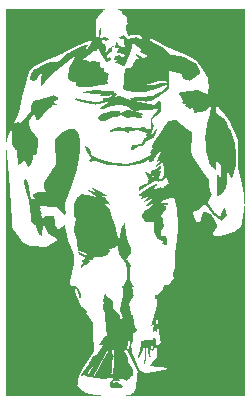
<source format=gtp>
G04*
G04 #@! TF.GenerationSoftware,Altium Limited,Altium Designer,21.7.2 (23)*
G04*
G04 Layer_Color=8421504*
%FSLAX25Y25*%
%MOIN*%
G70*
G04*
G04 #@! TF.SameCoordinates,F83A8EBB-AC7C-4475-883D-DB270C42DBB2*
G04*
G04*
G04 #@! TF.FilePolarity,Positive*
G04*
G01*
G75*
G36*
X513537Y448992D02*
X513532Y384127D01*
X513504Y384156D01*
X513491Y384227D01*
X513479Y384338D01*
X513462Y384604D01*
X513450Y384947D01*
X513433Y385188D01*
X513425Y385271D01*
X513416Y385337D01*
X513408Y385411D01*
X513400Y385511D01*
X513392Y385618D01*
X513383Y385759D01*
X513375Y385975D01*
X513367Y386140D01*
X513358Y386256D01*
X513342Y386422D01*
X513325Y386571D01*
X513317Y386662D01*
X513284Y387309D01*
X513276Y387416D01*
X513267Y387499D01*
X513251Y387648D01*
X513242Y387731D01*
X513234Y387830D01*
X513226Y387971D01*
X513218Y388079D01*
X513209Y388145D01*
X513193Y388211D01*
X513172Y388282D01*
X513156Y388340D01*
X513147Y388398D01*
X513139Y388431D01*
X513131Y388530D01*
X513122Y388555D01*
X513114Y388589D01*
X513081Y388696D01*
X513073Y388729D01*
X513056Y388870D01*
X513048Y388903D01*
X513035Y388957D01*
X513027Y388990D01*
X513006Y389061D01*
X512990Y389127D01*
X512982Y389210D01*
X512973Y389243D01*
X512961Y389322D01*
X512948Y389367D01*
X512915Y389475D01*
X512899Y389591D01*
X512886Y389670D01*
X512878Y389711D01*
X512849Y389806D01*
X512832Y389873D01*
X512824Y389931D01*
X512812Y390026D01*
X512803Y390067D01*
X512795Y390100D01*
X512766Y390196D01*
X512750Y390262D01*
X512737Y390366D01*
X512721Y390457D01*
X512708Y390502D01*
X512683Y390585D01*
X512675Y390618D01*
X512667Y390676D01*
X512658Y390759D01*
X512650Y390792D01*
X512638Y390846D01*
X512617Y390916D01*
X512600Y390974D01*
X512592Y391008D01*
X512584Y391090D01*
X512576Y391124D01*
X512567Y391198D01*
X512559Y391223D01*
X512526Y391331D01*
X512509Y391397D01*
X512497Y391500D01*
X512489Y391542D01*
X512480Y391575D01*
X512456Y391641D01*
X512443Y391687D01*
X512435Y391720D01*
X512427Y391778D01*
X512414Y391857D01*
X512406Y391898D01*
X512373Y391989D01*
X512356Y392056D01*
X512348Y392105D01*
X512339Y392172D01*
X512331Y392221D01*
X512323Y392254D01*
X512306Y392296D01*
X512286Y392366D01*
X512277Y392399D01*
X512269Y392457D01*
X512261Y392491D01*
X512253Y392565D01*
X512244Y392590D01*
X512203Y392723D01*
X512194Y392756D01*
X512186Y392814D01*
X512174Y392892D01*
X512157Y392959D01*
X512132Y393025D01*
X512116Y393091D01*
X512103Y393203D01*
X512079Y393302D01*
X512062Y393344D01*
X512045Y393402D01*
X512037Y393435D01*
X512020Y393551D01*
X512000Y393638D01*
X511975Y393704D01*
X511958Y393771D01*
X511950Y393820D01*
X511942Y393886D01*
X511934Y393928D01*
X511925Y393961D01*
X511892Y394044D01*
X511880Y394090D01*
X511871Y394123D01*
X511859Y394201D01*
X511842Y394268D01*
X511822Y394313D01*
X511797Y394396D01*
X511789Y394454D01*
X511780Y394487D01*
X511772Y394537D01*
X511755Y394578D01*
X511731Y394636D01*
X511714Y394703D01*
X511702Y394781D01*
X511693Y394823D01*
X511660Y394905D01*
X511639Y394976D01*
X511623Y395042D01*
X511610Y395096D01*
X511565Y395191D01*
X511548Y395258D01*
X511536Y395320D01*
X511519Y395361D01*
X511482Y395448D01*
X511474Y395481D01*
X511457Y395556D01*
X511399Y395647D01*
X511391Y395680D01*
X511370Y395734D01*
X511358Y395746D01*
X511349Y395763D01*
X511333Y395779D01*
X511316Y395821D01*
X511308Y395854D01*
X511267Y395929D01*
X511250Y395945D01*
X511213Y396049D01*
X511192Y396103D01*
X511200Y396252D01*
X511209Y396277D01*
X511221Y396438D01*
X511229Y396587D01*
X511238Y396753D01*
X511246Y396869D01*
X511254Y396952D01*
X511263Y397026D01*
X511271Y397076D01*
X511279Y397142D01*
X511287Y397217D01*
X511296Y397300D01*
X511304Y397416D01*
X511312Y397598D01*
X511320Y397731D01*
X511329Y397838D01*
X511337Y397913D01*
X511345Y397979D01*
X511354Y398029D01*
X511370Y398178D01*
X511378Y398269D01*
X511387Y398410D01*
X511395Y398584D01*
X511403Y398957D01*
X511412Y399851D01*
X511420Y400630D01*
X511428Y401235D01*
X511436Y401807D01*
X511441Y401894D01*
X511432Y401918D01*
X511412Y402320D01*
X511403Y402502D01*
X511391Y403012D01*
X511383Y403319D01*
X511374Y403600D01*
X511366Y403633D01*
X511354Y403911D01*
X511341Y404155D01*
X511333Y404213D01*
X511320Y404549D01*
X511312Y404839D01*
X511304Y405203D01*
X511296Y405435D01*
X511292Y405448D01*
X511300Y405473D01*
X511292Y405506D01*
X511283Y405564D01*
X511250Y405622D01*
X511234Y405663D01*
X511221Y405717D01*
X511180Y405783D01*
X511159Y405829D01*
X511151Y405862D01*
X511130Y405916D01*
X511101Y405961D01*
X511076Y406019D01*
X511064Y406065D01*
X511047Y406106D01*
X511026Y406135D01*
X510993Y406210D01*
X510981Y406255D01*
X510964Y406297D01*
X510944Y406318D01*
X510919Y406376D01*
X510902Y406442D01*
X510844Y406533D01*
X510832Y406587D01*
X510807Y406653D01*
X510786Y406674D01*
X510778Y406690D01*
X510761Y406732D01*
X510753Y406765D01*
X510728Y406831D01*
X510687Y406889D01*
X510674Y406935D01*
X510666Y406968D01*
X510649Y407009D01*
X510629Y407038D01*
X510596Y407113D01*
X510583Y407159D01*
X510571Y407188D01*
X510529Y407245D01*
X510517Y407291D01*
X510509Y407324D01*
X510492Y407366D01*
X510471Y407395D01*
X510438Y407469D01*
X510426Y407515D01*
X510409Y407556D01*
X510397Y407569D01*
X510389Y407585D01*
X510355Y407660D01*
X510343Y407705D01*
X510301Y407771D01*
X510281Y407817D01*
X510273Y407867D01*
X510231Y407941D01*
X510198Y408016D01*
X510185Y408062D01*
X510144Y408128D01*
X510123Y408182D01*
X510115Y408215D01*
X510094Y408269D01*
X510074Y408298D01*
X510041Y408372D01*
X510032Y408405D01*
X510011Y408459D01*
X509991Y408480D01*
X509982Y408496D01*
X509966Y408538D01*
X509958Y408571D01*
X509937Y408625D01*
X509916Y408654D01*
X509883Y408728D01*
X509871Y408774D01*
X509854Y408815D01*
X509842Y408828D01*
X509833Y408844D01*
X509800Y408919D01*
X509792Y408952D01*
X509775Y408993D01*
X509734Y409052D01*
X509717Y409118D01*
X509697Y409172D01*
X509676Y409201D01*
X509643Y409275D01*
X509630Y409321D01*
X509589Y409387D01*
X509568Y409433D01*
X509556Y409478D01*
X509548Y409511D01*
X509506Y409578D01*
X509485Y409631D01*
X509477Y409665D01*
X509456Y409718D01*
X509444Y409731D01*
X509436Y409747D01*
X509411Y409789D01*
X509403Y409822D01*
X509390Y409867D01*
X509349Y409934D01*
X509328Y409979D01*
X509316Y410033D01*
X509299Y410075D01*
X509287Y410087D01*
X509278Y410104D01*
X509245Y410178D01*
X509237Y410211D01*
X509220Y410253D01*
X509179Y410311D01*
X509162Y410377D01*
X509142Y410431D01*
X509121Y410460D01*
X509088Y410534D01*
X509080Y410568D01*
X509038Y410642D01*
X509013Y410700D01*
X508997Y410758D01*
X508955Y410833D01*
X508930Y410891D01*
X508922Y410924D01*
X508901Y410978D01*
X508889Y410990D01*
X508881Y411007D01*
X508848Y411081D01*
X508839Y411114D01*
X508798Y411189D01*
X508773Y411247D01*
X508765Y411280D01*
X508744Y411334D01*
X508732Y411346D01*
X508723Y411363D01*
X508698Y411404D01*
X508682Y411471D01*
X508649Y411529D01*
X508632Y411545D01*
X508624Y411562D01*
X508582Y411636D01*
X508549Y411669D01*
X508541Y411686D01*
X508508Y411744D01*
X508466Y411785D01*
X508458Y411802D01*
X508425Y411860D01*
X508384Y411901D01*
X508342Y411976D01*
X508309Y412009D01*
X508301Y412026D01*
X508268Y412084D01*
X508218Y412133D01*
X508177Y412208D01*
X508143Y412241D01*
X508102Y412316D01*
X508061Y412357D01*
X508019Y412432D01*
X507986Y412465D01*
X507944Y412539D01*
X507903Y412581D01*
X507862Y412655D01*
X507820Y412697D01*
X507779Y412771D01*
X507746Y412804D01*
X507704Y412879D01*
X507663Y412920D01*
X507621Y412995D01*
X507588Y413028D01*
X507547Y413103D01*
X507505Y413144D01*
X507464Y413219D01*
X507422Y413260D01*
X507381Y413335D01*
X507348Y413368D01*
X507307Y413442D01*
X507265Y413484D01*
X507224Y413558D01*
X507191Y413591D01*
X507149Y413666D01*
X507108Y413707D01*
X507066Y413782D01*
X507025Y413823D01*
X506984Y413898D01*
X506950Y413931D01*
X506917Y413989D01*
X506876Y414031D01*
X506868Y414047D01*
X506814Y414101D01*
X506801Y414105D01*
X506793Y414122D01*
X506747Y414167D01*
X506731Y414176D01*
X506702Y414205D01*
X506694Y414221D01*
X506681Y414233D01*
X506665Y414242D01*
X506582Y414325D01*
X506565Y414333D01*
X506544Y414354D01*
X506536Y414370D01*
X506507Y414399D01*
X506491Y414407D01*
X506408Y414490D01*
X506391Y414499D01*
X506350Y414548D01*
X506304Y414586D01*
X506288Y414602D01*
X506279Y414619D01*
X506250Y414640D01*
X506176Y414714D01*
X506159Y414722D01*
X506130Y414751D01*
X506122Y414768D01*
X506101Y414789D01*
X506085Y414797D01*
X506002Y414880D01*
X505985Y414888D01*
X505973Y414900D01*
X505965Y414917D01*
X505944Y414938D01*
X505927Y414946D01*
X505836Y415037D01*
X505820Y415045D01*
X505791Y415074D01*
X505786Y415087D01*
X505770Y415095D01*
X505679Y415186D01*
X505662Y415195D01*
X505563Y415294D01*
X505546Y415302D01*
X505405Y415443D01*
X505389Y415451D01*
X505360Y415480D01*
X505302Y415588D01*
X505268Y415663D01*
X505239Y415741D01*
X505219Y415762D01*
X505210Y415779D01*
X505194Y415820D01*
X505177Y415878D01*
X505144Y415936D01*
X505128Y415953D01*
X505103Y416036D01*
X505061Y416110D01*
X505028Y416185D01*
X505016Y416230D01*
X504987Y416276D01*
X504962Y416317D01*
X504945Y416375D01*
X504925Y416429D01*
X504904Y416450D01*
X504896Y416466D01*
X504871Y416524D01*
X504858Y416570D01*
X504817Y416636D01*
X504796Y416682D01*
X504788Y416715D01*
X504767Y416769D01*
X504734Y416818D01*
X504713Y416864D01*
X504701Y416910D01*
X504684Y416951D01*
X504672Y416963D01*
X504664Y416980D01*
X504639Y417021D01*
X504622Y417088D01*
X504589Y417146D01*
X504573Y417162D01*
X504556Y417204D01*
X504544Y417257D01*
X504502Y417324D01*
X504473Y417394D01*
X504448Y417460D01*
X504415Y417510D01*
X504399Y417568D01*
X504390Y417601D01*
X504357Y417659D01*
X504337Y417672D01*
X504308Y417659D01*
X504299Y417643D01*
X504291Y417618D01*
X504283Y417585D01*
X504274Y417527D01*
X504262Y417448D01*
X504254Y417398D01*
X504245Y417332D01*
X504237Y417241D01*
X504229Y417108D01*
X504220Y417001D01*
X504212Y416926D01*
X504187Y416769D01*
X504167Y416599D01*
X504158Y416541D01*
X504138Y416247D01*
X504129Y416180D01*
X504113Y416073D01*
X504105Y416031D01*
X504092Y415919D01*
X504084Y415886D01*
X504076Y415704D01*
X504067Y415671D01*
X504059Y415505D01*
X504051Y415480D01*
X504038Y415385D01*
X504030Y415344D01*
X504022Y415294D01*
X504009Y415182D01*
X504001Y415124D01*
X503993Y414942D01*
X503984Y414884D01*
X503993Y414735D01*
X504030Y414689D01*
X504084Y414635D01*
X504088Y414623D01*
X504105Y414615D01*
X504125Y414594D01*
X504134Y414577D01*
X504332Y414378D01*
X504341Y414362D01*
X504353Y414350D01*
X504370Y414341D01*
X504390Y414321D01*
X504399Y414304D01*
X504581Y414122D01*
X504585Y414109D01*
X504602Y414101D01*
X504639Y414064D01*
X504647Y414047D01*
X504693Y414002D01*
X504709Y413993D01*
X504751Y413944D01*
X504887Y413807D01*
X504896Y413790D01*
X504945Y413749D01*
X504999Y413695D01*
X505074Y413654D01*
X505099Y413629D01*
X505115Y413621D01*
X505190Y413579D01*
X505223Y413546D01*
X505239Y413538D01*
X505314Y413496D01*
X505331Y413480D01*
X505347Y413471D01*
X505364Y413455D01*
X505438Y413413D01*
X505463Y413388D01*
X505480Y413380D01*
X505571Y413331D01*
X505604Y413297D01*
X505679Y413256D01*
X505703Y413231D01*
X505720Y413223D01*
X505795Y413181D01*
X505820Y413157D01*
X505836Y413148D01*
X505853Y413132D01*
X505886Y413123D01*
X505931Y413086D01*
X505944Y413074D01*
X505960Y413065D01*
X506035Y413024D01*
X506056Y413012D01*
X506060Y412999D01*
X506076Y412991D01*
X506093Y412974D01*
X506147Y412954D01*
X506184Y412916D01*
X506201Y412908D01*
X506275Y412867D01*
X506308Y412833D01*
X506325Y412825D01*
X506399Y412784D01*
X506424Y412759D01*
X506441Y412751D01*
X506515Y412709D01*
X506536Y412697D01*
X506544Y412680D01*
X506648Y412618D01*
X506706Y412577D01*
X506764Y412543D01*
X506851Y412457D01*
X506872Y412403D01*
X506884Y412390D01*
X506892Y412374D01*
X506917Y412349D01*
X506942Y412291D01*
X506967Y412249D01*
X507000Y412216D01*
X507021Y412162D01*
X507050Y412117D01*
X507066Y412100D01*
X507075Y412084D01*
X507124Y411993D01*
X507141Y411976D01*
X507149Y411959D01*
X507207Y411852D01*
X507240Y411819D01*
X507261Y411765D01*
X507290Y411719D01*
X507315Y411694D01*
X507340Y411636D01*
X507365Y411595D01*
X507389Y411570D01*
X507398Y411553D01*
X507447Y411462D01*
X507472Y411438D01*
X507497Y411379D01*
X507522Y411338D01*
X507559Y411293D01*
X507576Y411251D01*
X507584Y411218D01*
X507630Y411131D01*
X507646Y411065D01*
X507654Y411007D01*
X507692Y410903D01*
X507713Y410858D01*
X507729Y410791D01*
X507741Y410721D01*
X507766Y410655D01*
X507787Y410609D01*
X507804Y410551D01*
X507816Y410481D01*
X507824Y410448D01*
X507849Y410381D01*
X507870Y410336D01*
X507887Y410269D01*
X507895Y410211D01*
X507924Y410133D01*
X507953Y410062D01*
X507969Y409996D01*
X507982Y409926D01*
X508007Y409859D01*
X508019Y409847D01*
X508044Y409756D01*
X508077Y409698D01*
X508110Y409665D01*
X508118Y409648D01*
X508160Y409590D01*
X508185Y409565D01*
X508193Y409549D01*
X508251Y409474D01*
X508276Y409449D01*
X508284Y409433D01*
X508321Y409387D01*
X508350Y409358D01*
X508384Y409300D01*
X508425Y409259D01*
X508433Y409242D01*
X508487Y409163D01*
X508524Y409126D01*
X508549Y409085D01*
X508599Y409035D01*
X508624Y408993D01*
X508644Y408964D01*
X508657Y408960D01*
X508665Y408944D01*
X508682Y408927D01*
X508715Y408869D01*
X508756Y408828D01*
X508765Y408811D01*
X508802Y408757D01*
X508818Y408749D01*
X508831Y408737D01*
X508864Y408654D01*
X508914Y408546D01*
X508926Y408492D01*
X508934Y408451D01*
X508951Y408410D01*
X508997Y408306D01*
X509017Y408211D01*
X509034Y408169D01*
X509071Y408107D01*
X509084Y408037D01*
X509100Y407970D01*
X509154Y407850D01*
X509166Y407796D01*
X509175Y407755D01*
X509191Y407714D01*
X509229Y407651D01*
X509258Y407523D01*
X509274Y407482D01*
X509311Y407395D01*
X509320Y407361D01*
X509332Y407308D01*
X509357Y407241D01*
X509369Y407229D01*
X509386Y407188D01*
X509403Y407121D01*
X509411Y407071D01*
X509469Y406947D01*
X509481Y406893D01*
X509490Y406852D01*
X509506Y406811D01*
X509552Y406707D01*
X509572Y406612D01*
X509589Y406570D01*
X509618Y406516D01*
X509634Y406458D01*
X509643Y406425D01*
X509655Y406371D01*
X509668Y406342D01*
X509709Y406251D01*
X509717Y406218D01*
X509738Y406131D01*
X509784Y406044D01*
X509792Y406011D01*
X509813Y405916D01*
X509837Y405866D01*
X509867Y405796D01*
X509875Y405762D01*
X509887Y405709D01*
X509912Y405642D01*
X509925Y405630D01*
X509941Y405588D01*
X509958Y405522D01*
X509970Y405468D01*
X509987Y405427D01*
X510032Y405323D01*
X510045Y405253D01*
X510070Y405187D01*
X510082Y405174D01*
X510099Y405133D01*
X510115Y405075D01*
X510127Y405013D01*
X510144Y404971D01*
X510190Y404868D01*
X510210Y404773D01*
X510235Y404723D01*
X510256Y404677D01*
X510273Y404619D01*
X510293Y404532D01*
X510339Y404445D01*
X510347Y404412D01*
X510359Y404358D01*
X510368Y404317D01*
X510384Y404275D01*
X510397Y404263D01*
X510422Y404205D01*
X510430Y404172D01*
X510446Y404072D01*
X510455Y403766D01*
X510463Y403733D01*
X510471Y403443D01*
X510480Y403418D01*
X510500Y402892D01*
X510509Y402619D01*
X510517Y402179D01*
X510525Y401840D01*
X510533Y401591D01*
X510542Y401401D01*
X510550Y401235D01*
X510558Y401094D01*
X510567Y400937D01*
X510575Y400746D01*
X510583Y400514D01*
X510591Y400166D01*
X510600Y399744D01*
X510608Y399454D01*
X510616Y399230D01*
X510625Y399048D01*
X510633Y398890D01*
X510641Y398758D01*
X510649Y398584D01*
X510658Y398377D01*
X510666Y398095D01*
X510682Y397333D01*
X510691Y397068D01*
X510699Y396861D01*
X510703Y396765D01*
X510682Y396745D01*
X510649Y396736D01*
X510608Y396711D01*
X510596Y396699D01*
X510583Y396645D01*
X510575Y396612D01*
X510550Y396562D01*
X510533Y396521D01*
X510521Y396475D01*
X510509Y396405D01*
X510500Y396372D01*
X510475Y396306D01*
X510455Y396260D01*
X510438Y396194D01*
X510430Y396136D01*
X510401Y396057D01*
X510372Y395987D01*
X510355Y395920D01*
X510343Y395850D01*
X510301Y395759D01*
X510289Y395713D01*
X510281Y395680D01*
X510260Y395585D01*
X510244Y395543D01*
X510223Y395498D01*
X510206Y395440D01*
X510198Y395407D01*
X510190Y395349D01*
X510169Y395295D01*
X510152Y395253D01*
X510132Y395208D01*
X510115Y395109D01*
X510107Y395075D01*
X510090Y395034D01*
X510057Y394959D01*
X510041Y394893D01*
X510028Y394831D01*
X510020Y394798D01*
X510003Y394756D01*
X509982Y394711D01*
X509966Y394669D01*
X509953Y394591D01*
X509945Y394549D01*
X509929Y394508D01*
X509891Y394421D01*
X509875Y394321D01*
X509846Y394243D01*
X509825Y394197D01*
X509808Y394139D01*
X509800Y394106D01*
X509788Y394036D01*
X509763Y393969D01*
X509742Y393924D01*
X509726Y393866D01*
X509717Y393833D01*
X509705Y393771D01*
X509697Y393737D01*
X509651Y393634D01*
X509643Y393576D01*
X509634Y393543D01*
X509622Y393497D01*
X509606Y393456D01*
X509577Y393385D01*
X509568Y393352D01*
X509539Y393224D01*
X509494Y393120D01*
X509477Y393021D01*
X509440Y392917D01*
X509419Y392872D01*
X509403Y392805D01*
X509390Y392735D01*
X509365Y392669D01*
X509311Y392573D01*
X509299Y392561D01*
X509266Y392569D01*
X509241Y392594D01*
X509225Y392602D01*
X509142Y392685D01*
X509125Y392693D01*
X509080Y392731D01*
X509042Y392768D01*
X509026Y392776D01*
X508997Y392805D01*
X508988Y392822D01*
X508930Y392880D01*
X508922Y392897D01*
X508885Y392942D01*
X508856Y392971D01*
X508835Y393025D01*
X508806Y393070D01*
X508781Y393095D01*
X508765Y393137D01*
X508723Y393211D01*
X508698Y393236D01*
X508690Y393269D01*
X508661Y393348D01*
X508628Y393398D01*
X508607Y393468D01*
X508599Y393501D01*
X508533Y393642D01*
X508524Y393675D01*
X508504Y393729D01*
X508471Y393779D01*
X508450Y393833D01*
X508442Y393882D01*
X508400Y393957D01*
X508375Y394015D01*
X508359Y394081D01*
X508292Y394222D01*
X508280Y394276D01*
X508263Y394317D01*
X508226Y394379D01*
X508201Y394479D01*
X508135Y394620D01*
X508118Y394686D01*
X508077Y394744D01*
X508027Y394835D01*
X507998Y394864D01*
X507949Y394881D01*
X507920Y394860D01*
X507911Y394827D01*
X507899Y394731D01*
X507882Y394566D01*
X507866Y394458D01*
X507841Y394359D01*
X507833Y394317D01*
X507824Y394268D01*
X507812Y394156D01*
X507804Y394048D01*
X507795Y393965D01*
X507775Y393787D01*
X507762Y393675D01*
X507754Y393642D01*
X507741Y393497D01*
X507733Y393365D01*
X507725Y393191D01*
X507717Y393083D01*
X507708Y392992D01*
X507679Y392756D01*
X507671Y392723D01*
X507659Y392553D01*
X507650Y392395D01*
X507642Y392246D01*
X507634Y392138D01*
X507625Y392047D01*
X507617Y391964D01*
X507609Y391898D01*
X507601Y391824D01*
X507592Y391733D01*
X507584Y391625D01*
X507576Y391467D01*
X507568Y391252D01*
X507559Y391103D01*
X507551Y390995D01*
X507543Y390912D01*
X507518Y390689D01*
X507510Y390589D01*
X507497Y390345D01*
X507489Y390163D01*
X507476Y389960D01*
X507468Y389860D01*
X507460Y389777D01*
X507451Y389711D01*
X507443Y389628D01*
X507435Y389595D01*
X507406Y389516D01*
X507369Y389471D01*
X507348Y389450D01*
X507307Y389375D01*
X507273Y389342D01*
X507265Y389326D01*
X507232Y389268D01*
X507191Y389226D01*
X507149Y389152D01*
X507116Y389119D01*
X507108Y389102D01*
X507075Y389044D01*
X507033Y389003D01*
X507025Y388986D01*
X506992Y388928D01*
X506959Y388895D01*
X506950Y388878D01*
X506917Y388820D01*
X506896Y388791D01*
X506880Y388783D01*
X506843Y388721D01*
X506834Y388704D01*
X506801Y388671D01*
X506793Y388655D01*
X506751Y388580D01*
X506710Y388539D01*
X506702Y388522D01*
X506660Y388464D01*
X506636Y388439D01*
X506586Y388348D01*
X506553Y388315D01*
X506511Y388241D01*
X506470Y388199D01*
X506428Y388124D01*
X506395Y388091D01*
X506387Y388075D01*
X506354Y388017D01*
X506312Y387975D01*
X506271Y387901D01*
X506230Y387859D01*
X506188Y387785D01*
X506155Y387752D01*
X506114Y387677D01*
X506072Y387636D01*
X506064Y387619D01*
X506027Y387574D01*
X505994Y387541D01*
X505977Y387532D01*
X505886Y387483D01*
X505869Y387466D01*
X505853Y387458D01*
X505745Y387400D01*
X505720Y387375D01*
X505666Y387354D01*
X505637Y387342D01*
X505592Y387304D01*
X505579Y387292D01*
X505501Y387263D01*
X505472Y387234D01*
X505455Y387226D01*
X505347Y387168D01*
X505322Y387143D01*
X505264Y387118D01*
X505206Y387085D01*
X505182Y387060D01*
X505140Y387043D01*
X505066Y387002D01*
X505049Y386985D01*
X505032Y386977D01*
X504974Y386952D01*
X504958Y386944D01*
X504912Y386907D01*
X504796Y386849D01*
X504767Y386820D01*
X504726Y386803D01*
X504651Y386762D01*
X504635Y386745D01*
X504544Y386695D01*
X504486Y386671D01*
X504457Y386691D01*
X504448Y386724D01*
X504436Y387159D01*
X504419Y387632D01*
X504411Y387913D01*
X504403Y388286D01*
X504394Y388883D01*
X504386Y389744D01*
X504378Y390390D01*
X504370Y390821D01*
X504361Y391177D01*
X504337Y392105D01*
X504328Y392768D01*
X504320Y393605D01*
X504316Y393617D01*
X504324Y393642D01*
X504316Y393725D01*
X504324Y393766D01*
X504345Y393787D01*
X504378Y393795D01*
X504821Y393799D01*
X504854Y393791D01*
X504883Y393771D01*
X504916Y393721D01*
X504937Y393667D01*
X504962Y393567D01*
X505003Y393501D01*
X505020Y393460D01*
X505032Y393398D01*
X505057Y393331D01*
X505070Y393319D01*
X505095Y393261D01*
X505119Y393162D01*
X505153Y393104D01*
X505190Y393066D01*
X505264Y393075D01*
X505339Y393133D01*
X505380Y393157D01*
X505455Y393199D01*
X505480Y393224D01*
X505538Y393249D01*
X505579Y393273D01*
X505604Y393298D01*
X505621Y393307D01*
X505658Y393336D01*
X505675Y393394D01*
X505666Y393501D01*
X505658Y396815D01*
X505592Y396915D01*
X505563Y396993D01*
X505534Y397022D01*
X505525Y397039D01*
X505501Y397097D01*
X505484Y397138D01*
X505434Y397213D01*
X505409Y397279D01*
X505372Y397325D01*
X505360Y397337D01*
X505343Y397378D01*
X505310Y397436D01*
X505293Y397445D01*
X505285Y397461D01*
X505244Y397536D01*
X505210Y397569D01*
X505202Y397586D01*
X505153Y397677D01*
X505119Y397710D01*
X505086Y397768D01*
X505057Y397789D01*
X505028Y397817D01*
X505020Y397834D01*
X504991Y397863D01*
X504974Y397871D01*
X504954Y397892D01*
X504945Y397909D01*
X504834Y398021D01*
X504801Y398029D01*
X504709Y398087D01*
X504656Y398099D01*
X504614Y398116D01*
X504519Y398161D01*
X504353Y398178D01*
X504295Y398186D01*
X504262Y398195D01*
X504129Y398203D01*
X503968Y398207D01*
X503939Y398195D01*
X503910Y398165D01*
X503906Y398103D01*
X503914Y397987D01*
X503922Y397822D01*
X503931Y397714D01*
X503939Y397623D01*
X503951Y397511D01*
X503960Y397478D01*
X503972Y397358D01*
X503980Y397267D01*
X503989Y397134D01*
X503997Y396952D01*
X504005Y396811D01*
X504013Y396720D01*
X504022Y396637D01*
X504034Y396525D01*
X504042Y396492D01*
X504055Y396364D01*
X504063Y396256D01*
X504071Y396098D01*
X504080Y395933D01*
X504088Y395817D01*
X504096Y395717D01*
X504113Y395618D01*
X504117Y395589D01*
X504084Y395531D01*
X504030Y395510D01*
X503939Y395519D01*
X503922Y395535D01*
X503877Y395548D01*
X503835Y395564D01*
X503823Y395577D01*
X503806Y395585D01*
X503773Y395618D01*
X503715Y395651D01*
X503694Y395663D01*
X503686Y395680D01*
X503674Y395692D01*
X503657Y395701D01*
X503595Y395746D01*
X503587Y395763D01*
X503558Y395784D01*
X503512Y395821D01*
X503475Y395858D01*
X503458Y395866D01*
X503375Y395949D01*
X503359Y395958D01*
X503338Y395978D01*
X503330Y395995D01*
X503317Y396007D01*
X503301Y396016D01*
X503235Y396082D01*
X503218Y396090D01*
X503135Y396173D01*
X503119Y396181D01*
X503036Y396264D01*
X503019Y396272D01*
X502945Y396347D01*
X502928Y396355D01*
X502845Y396438D01*
X502829Y396446D01*
X502808Y396467D01*
X502800Y396484D01*
X502779Y396504D01*
X502762Y396513D01*
X502477Y396798D01*
X502472Y396811D01*
X502456Y396819D01*
X502394Y396881D01*
X502390Y396894D01*
X502373Y396902D01*
X502319Y396956D01*
X502315Y396968D01*
X502298Y396977D01*
X502236Y397039D01*
X502232Y397051D01*
X502216Y397059D01*
X502162Y397113D01*
X502153Y397130D01*
X502125Y397151D01*
X502079Y397196D01*
X502071Y397213D01*
X502042Y397234D01*
X501996Y397279D01*
X501988Y397296D01*
X501959Y397316D01*
X501922Y397354D01*
X501913Y397370D01*
X501901Y397383D01*
X501884Y397391D01*
X501847Y397428D01*
X501839Y397445D01*
X501818Y397465D01*
X501801Y397474D01*
X501772Y397503D01*
X501756Y397569D01*
X501748Y398008D01*
X501731Y398049D01*
X501714Y398108D01*
X501698Y398174D01*
X501690Y398257D01*
X501681Y398290D01*
X501669Y398385D01*
X501661Y398418D01*
X501632Y398514D01*
X501623Y398547D01*
X501607Y398663D01*
X501594Y398733D01*
X501553Y398824D01*
X501541Y398870D01*
X501532Y398903D01*
X501511Y398998D01*
X501495Y399040D01*
X501474Y399085D01*
X501458Y399143D01*
X501449Y399176D01*
X501437Y399238D01*
X501429Y399271D01*
X501383Y399375D01*
X501375Y399408D01*
X501362Y399479D01*
X501354Y399512D01*
X501337Y399553D01*
X501325Y399582D01*
X501308Y399624D01*
X501292Y399690D01*
X501284Y399748D01*
X501263Y399802D01*
X501217Y399905D01*
X501209Y399963D01*
X501201Y399996D01*
X501143Y400121D01*
X501130Y400175D01*
X501122Y400216D01*
X501114Y400249D01*
X501077Y400319D01*
X501060Y400361D01*
X501031Y400489D01*
X500985Y400576D01*
X500973Y400630D01*
X500965Y400672D01*
X500956Y400705D01*
X500940Y400746D01*
X500927Y400759D01*
X500903Y400817D01*
X500874Y400945D01*
X500820Y401065D01*
X500799Y401160D01*
X500782Y401202D01*
X500770Y401247D01*
X500762Y404710D01*
X500729Y404768D01*
X500700Y404797D01*
X500683Y404806D01*
X500662Y404835D01*
X500617Y404880D01*
X500600Y404888D01*
X500579Y404917D01*
X500542Y404955D01*
X500526Y404963D01*
X500513Y404976D01*
X500505Y404992D01*
X500468Y405029D01*
X500451Y405038D01*
X500430Y405058D01*
X500422Y405075D01*
X500377Y405120D01*
X500360Y405129D01*
X500339Y405158D01*
X500294Y405203D01*
X500281Y405207D01*
X500273Y405224D01*
X500256Y405265D01*
X500265Y405423D01*
X500273Y405448D01*
X500285Y405535D01*
X500294Y405576D01*
X500302Y405609D01*
X500310Y405651D01*
X500323Y405762D01*
X500331Y405821D01*
X500343Y405974D01*
X500352Y406040D01*
X500368Y406131D01*
X500385Y406214D01*
X500401Y406313D01*
X500410Y406396D01*
X500418Y406512D01*
X500426Y406595D01*
X500451Y406744D01*
X500459Y406777D01*
X500468Y406819D01*
X500476Y406869D01*
X500484Y406935D01*
X500492Y407026D01*
X500501Y407134D01*
X500509Y407208D01*
X500526Y407308D01*
X500534Y407341D01*
X500551Y407424D01*
X500563Y407535D01*
X500571Y407593D01*
X500584Y407755D01*
X500600Y407863D01*
X500633Y408028D01*
X500642Y408095D01*
X500650Y408178D01*
X500658Y408277D01*
X500666Y408343D01*
X500675Y408393D01*
X500691Y408476D01*
X500708Y408542D01*
X500716Y408592D01*
X500724Y408658D01*
X500733Y408741D01*
X500741Y408832D01*
X500758Y408940D01*
X500774Y409006D01*
X500782Y409047D01*
X500791Y409081D01*
X500803Y409192D01*
X500811Y409250D01*
X500824Y409387D01*
X500832Y409437D01*
X500840Y409478D01*
X500865Y409578D01*
X500874Y409627D01*
X500886Y409739D01*
X500894Y409847D01*
X500911Y409963D01*
X500919Y409996D01*
X500932Y410050D01*
X500940Y410091D01*
X500948Y410124D01*
X500956Y410174D01*
X500965Y410240D01*
X500973Y410340D01*
X500981Y410423D01*
X500989Y410472D01*
X501006Y410539D01*
X501010Y410559D01*
X501014Y410564D01*
X501027Y410609D01*
X501035Y410642D01*
X501043Y410700D01*
X501052Y410783D01*
X501060Y410841D01*
X501085Y410940D01*
X501101Y410982D01*
X501126Y411123D01*
X501134Y411205D01*
X501155Y411301D01*
X501163Y411334D01*
X501184Y411404D01*
X501201Y411471D01*
X501213Y411583D01*
X501222Y411649D01*
X501246Y411748D01*
X501267Y411819D01*
X501275Y411852D01*
X501292Y411968D01*
X501300Y412001D01*
X501321Y412055D01*
X501333Y412067D01*
X501350Y412109D01*
X501367Y412175D01*
X501387Y412262D01*
X501433Y412357D01*
X501445Y412411D01*
X501453Y412452D01*
X501462Y412486D01*
X501478Y412527D01*
X501516Y412614D01*
X501524Y412647D01*
X501545Y412734D01*
X501561Y412776D01*
X501574Y412788D01*
X501598Y412871D01*
X501607Y412904D01*
X501623Y412978D01*
X501673Y413086D01*
X501681Y413119D01*
X501702Y413206D01*
X501719Y413248D01*
X501756Y413335D01*
X501768Y413388D01*
X501777Y413430D01*
X501801Y413496D01*
X501814Y413509D01*
X501839Y413591D01*
X501847Y413625D01*
X501859Y413687D01*
X501905Y413782D01*
X501930Y413881D01*
X501938Y413931D01*
X501996Y414055D01*
X502025Y414184D01*
X502062Y414254D01*
X502079Y414312D01*
X502096Y414378D01*
X502120Y414436D01*
X502112Y414503D01*
X502096Y414544D01*
X502087Y414602D01*
X502108Y414805D01*
X502125Y414913D01*
X502145Y415083D01*
X502153Y415141D01*
X502162Y415323D01*
X502170Y415406D01*
X502182Y415567D01*
X502216Y415791D01*
X502224Y415857D01*
X502232Y415940D01*
X502245Y416185D01*
X502265Y416388D01*
X502274Y416454D01*
X502290Y416553D01*
X502298Y416636D01*
X502307Y416686D01*
X502315Y416727D01*
X502319Y416756D01*
X502290Y416810D01*
X502257Y416802D01*
X502212Y416756D01*
X502203Y416740D01*
X502191Y416727D01*
X502174Y416719D01*
X502067Y416611D01*
X502050Y416603D01*
X501909Y416462D01*
X501893Y416454D01*
X501810Y416371D01*
X501793Y416363D01*
X501781Y416350D01*
X501772Y416334D01*
X501743Y416305D01*
X501727Y416296D01*
X501644Y416214D01*
X501627Y416205D01*
X501586Y416156D01*
X501570Y416139D01*
X501553Y416131D01*
X501532Y416110D01*
X501524Y416093D01*
X501503Y416073D01*
X501487Y416065D01*
X501404Y415982D01*
X501387Y415973D01*
X501375Y415961D01*
X501367Y415944D01*
X501337Y415915D01*
X501321Y415907D01*
X501275Y415862D01*
X501267Y415845D01*
X501238Y415824D01*
X501217Y415812D01*
X501209Y415795D01*
X501163Y415750D01*
X501147Y415741D01*
X501118Y415712D01*
X501110Y415696D01*
X501097Y415683D01*
X501081Y415675D01*
X500998Y415592D01*
X500981Y415584D01*
X500960Y415563D01*
X500952Y415547D01*
X500932Y415526D01*
X500915Y415518D01*
X500832Y415435D01*
X500815Y415426D01*
X500795Y415406D01*
X500787Y415389D01*
X500766Y415369D01*
X500749Y415360D01*
X500666Y415277D01*
X500650Y415269D01*
X500592Y415211D01*
X500534Y415195D01*
X500439Y415174D01*
X500397Y415157D01*
X500302Y415128D01*
X500269Y415120D01*
X500149Y415099D01*
X500082Y415074D01*
X499987Y415045D01*
X499929Y415037D01*
X499896Y415029D01*
X499834Y415016D01*
X499768Y414992D01*
X499714Y414971D01*
X499656Y414963D01*
X499623Y414954D01*
X499544Y414942D01*
X499498Y414929D01*
X499457Y414913D01*
X499358Y414888D01*
X499299Y414880D01*
X499171Y414859D01*
X499138Y414851D01*
X499043Y414822D01*
X498976Y414805D01*
X498873Y414793D01*
X498823Y414784D01*
X498782Y414776D01*
X498686Y414747D01*
X498628Y414731D01*
X498488Y414714D01*
X498405Y414706D01*
X498372Y414698D01*
X498301Y414685D01*
X498268Y414677D01*
X498185Y414660D01*
X498073Y414648D01*
X498015Y414640D01*
X497870Y414627D01*
X497804Y414619D01*
X497721Y414602D01*
X497688Y414594D01*
X497647Y414586D01*
X497597Y414577D01*
X497498Y414569D01*
X497340Y414561D01*
X497158Y414552D01*
X497025Y414544D01*
X496926Y414536D01*
X496860Y414528D01*
X496773Y414524D01*
X496727Y414561D01*
X496702Y414619D01*
X496681Y414789D01*
X496673Y414905D01*
X496665Y414987D01*
X496657Y415054D01*
X496648Y415103D01*
X496628Y415174D01*
X496611Y415232D01*
X496603Y415265D01*
X496582Y415393D01*
X496574Y415426D01*
X496553Y415480D01*
X496528Y415563D01*
X496508Y415659D01*
X496479Y415704D01*
X496462Y415721D01*
X496437Y415779D01*
X496425Y415824D01*
X496412Y415837D01*
X496404Y415853D01*
X496379Y415878D01*
X496346Y415961D01*
X496271Y416036D01*
X496263Y416052D01*
X496251Y416065D01*
X496234Y416073D01*
X496205Y416102D01*
X496197Y416118D01*
X496160Y416156D01*
X496085Y416147D01*
X496039Y416110D01*
X496027Y416089D01*
X496010Y416081D01*
X495965Y416044D01*
X495928Y416007D01*
X495911Y415998D01*
X495865Y415961D01*
X495845Y415940D01*
X495828Y415932D01*
X495812Y415915D01*
X495795Y415907D01*
X495750Y415870D01*
X495720Y415841D01*
X495704Y415833D01*
X495658Y415795D01*
X495621Y415758D01*
X495605Y415750D01*
X495559Y415712D01*
X495551Y415696D01*
X495489Y415650D01*
X495472Y415642D01*
X495455Y415625D01*
X495422Y415634D01*
X495364Y415675D01*
X495348Y415683D01*
X495290Y415741D01*
X495248Y415766D01*
X495207Y415808D01*
X495190Y415816D01*
X495112Y415870D01*
X495074Y415907D01*
X495033Y415932D01*
X494983Y415982D01*
X494942Y416007D01*
X494892Y416056D01*
X494834Y416089D01*
X494784Y416139D01*
X494726Y416172D01*
X494677Y416222D01*
X494615Y416259D01*
X494606Y416276D01*
X494586Y416296D01*
X494527Y416330D01*
X494507Y416350D01*
X494503Y416363D01*
X494486Y416371D01*
X494428Y416412D01*
X494412Y416421D01*
X494370Y416462D01*
X494312Y416495D01*
X494300Y416508D01*
X494291Y416524D01*
X494200Y416582D01*
X494188Y416595D01*
X494155Y416603D01*
X494130Y416611D01*
X494105Y416603D01*
X493450Y416611D01*
X493297Y416615D01*
X493160Y416611D01*
X493119Y416636D01*
X493115Y416673D01*
X493144Y416702D01*
X493235Y416752D01*
X493260Y416777D01*
X493318Y416810D01*
X493330Y416822D01*
X493339Y416839D01*
X493388Y416872D01*
X493438Y416914D01*
X493450Y416926D01*
X493467Y416934D01*
X493546Y416988D01*
X493575Y417017D01*
X493633Y417050D01*
X493682Y417100D01*
X493724Y417125D01*
X493765Y417166D01*
X493823Y417199D01*
X493840Y417216D01*
X493856Y417224D01*
X493873Y417241D01*
X493890Y417249D01*
X493944Y417286D01*
X493935Y417328D01*
X493890Y417340D01*
X493703Y417336D01*
X493351Y417340D01*
X493334Y417332D01*
X493310Y417340D01*
X493210Y417349D01*
X493189Y417369D01*
X493181Y417386D01*
X493144Y417431D01*
X493107Y417469D01*
X493098Y417485D01*
X493061Y417531D01*
X493032Y417560D01*
X493024Y417576D01*
X492978Y417638D01*
X492962Y417647D01*
X492941Y417676D01*
X492904Y417721D01*
X492866Y417759D01*
X492858Y417775D01*
X492821Y417821D01*
X492784Y417858D01*
X492775Y417875D01*
X492746Y417912D01*
X492730Y417920D01*
X492697Y417970D01*
X492676Y417999D01*
X492618Y418057D01*
X492610Y418098D01*
X492647Y418144D01*
X492705Y418177D01*
X492730Y418202D01*
X492771Y418219D01*
X492829Y418252D01*
X492862Y418285D01*
X492916Y418305D01*
X492966Y418339D01*
X492987Y418359D01*
X493045Y418384D01*
X493061Y418392D01*
X493078Y418409D01*
X493094Y418417D01*
X493111Y418434D01*
X493127Y418442D01*
X493173Y418479D01*
X493165Y418529D01*
X493107Y418587D01*
X493090Y418629D01*
X493082Y418645D01*
X493045Y418691D01*
X493024Y418711D01*
X493007Y418753D01*
X492970Y418798D01*
X492949Y418819D01*
X492929Y418873D01*
X492916Y418885D01*
X492908Y418902D01*
X492875Y418935D01*
X492833Y419010D01*
X492800Y419043D01*
X492792Y419059D01*
X492751Y419134D01*
X492717Y419167D01*
X492676Y419242D01*
X492663Y419262D01*
X492647Y419271D01*
X492593Y419366D01*
X492568Y419391D01*
X492560Y419407D01*
X492519Y419482D01*
X492469Y419532D01*
X492460Y419565D01*
X492403Y419639D01*
X492361Y419714D01*
X492320Y419755D01*
X492270Y419846D01*
X492237Y419879D01*
X492187Y419971D01*
X492170Y419979D01*
X492162Y419995D01*
X492121Y420070D01*
X492088Y420103D01*
X492079Y420120D01*
X492038Y420194D01*
X491997Y420236D01*
X491947Y420327D01*
X491914Y420360D01*
X491893Y420414D01*
X491847Y420459D01*
X491839Y420476D01*
X491798Y420551D01*
X491765Y420584D01*
X491715Y420675D01*
X491674Y420716D01*
X491653Y420770D01*
X491632Y420791D01*
X491624Y420807D01*
X491599Y420832D01*
X491558Y420907D01*
X491524Y420940D01*
X491475Y421031D01*
X491450Y421056D01*
X491441Y421089D01*
X491450Y421131D01*
X491462Y421143D01*
X491495Y421151D01*
X491578Y421160D01*
X491611Y421168D01*
X491657Y421180D01*
X491740Y421213D01*
X491785Y421226D01*
X491885Y421242D01*
X491918Y421251D01*
X491963Y421263D01*
X492005Y421280D01*
X492059Y421300D01*
X492092Y421309D01*
X492257Y421325D01*
X492291Y421334D01*
X492361Y421346D01*
X492394Y421354D01*
X492440Y421367D01*
X492506Y421383D01*
X492610Y421396D01*
X492693Y421404D01*
X492759Y421412D01*
X492800Y421420D01*
X492866Y421437D01*
X492912Y421450D01*
X492966Y421462D01*
X493078Y421474D01*
X493160Y421483D01*
X493219Y421491D01*
X493252Y421499D01*
X493305Y421512D01*
X493372Y421528D01*
X493413Y421536D01*
X493479Y421545D01*
X493571Y421553D01*
X493687Y421561D01*
X493778Y421570D01*
X493844Y421578D01*
X493894Y421586D01*
X493977Y421603D01*
X494076Y421619D01*
X494151Y421628D01*
X494250Y421636D01*
X494366Y421644D01*
X494441Y421652D01*
X494548Y421669D01*
X494631Y421686D01*
X494681Y421694D01*
X494793Y421706D01*
X494875Y421715D01*
X495037Y421727D01*
X495103Y421735D01*
X495203Y421752D01*
X495286Y421768D01*
X495335Y421777D01*
X495402Y421785D01*
X495501Y421793D01*
X495642Y421802D01*
X495741Y421810D01*
X495808Y421818D01*
X495957Y421843D01*
X496127Y421864D01*
X496234Y421872D01*
X496392Y421880D01*
X496450Y421888D01*
X496561Y421901D01*
X496760Y421934D01*
X496835Y421942D01*
X496943Y421951D01*
X497083Y421959D01*
X497175Y421967D01*
X497249Y421976D01*
X497357Y421992D01*
X497406Y422000D01*
X497576Y422021D01*
X497659Y422029D01*
X497945Y422050D01*
X498057Y422062D01*
X498106Y422054D01*
X498148Y422038D01*
X498194Y422025D01*
X498260Y421984D01*
X498305Y421963D01*
X498339Y421955D01*
X498392Y421934D01*
X498442Y421901D01*
X498496Y421880D01*
X498554Y421864D01*
X498570Y421855D01*
X498628Y421814D01*
X498686Y421797D01*
X498753Y421773D01*
X498811Y421731D01*
X498869Y421715D01*
X498902Y421706D01*
X498993Y421648D01*
X499047Y421636D01*
X499088Y421619D01*
X499134Y421590D01*
X499208Y421557D01*
X499254Y421545D01*
X499320Y421503D01*
X499374Y421483D01*
X499407Y421474D01*
X499461Y421454D01*
X499482Y421433D01*
X499498Y421425D01*
X499556Y421400D01*
X499602Y421387D01*
X499631Y421375D01*
X499689Y421334D01*
X499755Y421317D01*
X499846Y421267D01*
X499904Y421242D01*
X499950Y421230D01*
X499979Y421217D01*
X500037Y421176D01*
X500128Y421151D01*
X500186Y421118D01*
X500227Y421093D01*
X500285Y421077D01*
X500339Y421056D01*
X500352Y421043D01*
X500368Y421035D01*
X500410Y421010D01*
X500476Y420994D01*
X500534Y420961D01*
X500654Y420898D01*
X500662Y420882D01*
X500729Y420816D01*
X500737Y420799D01*
X500753Y420783D01*
X500758Y420770D01*
X500774Y420762D01*
X500803Y420733D01*
X500811Y420716D01*
X500849Y420671D01*
X500886Y420633D01*
X500894Y420617D01*
X500911Y420600D01*
X500919Y420584D01*
X500944Y420567D01*
X500952Y420551D01*
X500969Y420534D01*
X500977Y420517D01*
X501014Y420472D01*
X501043Y420443D01*
X501052Y420426D01*
X501068Y420410D01*
X501077Y420393D01*
X501134Y420335D01*
X501143Y420319D01*
X501155Y420298D01*
X501172Y420290D01*
X501201Y420261D01*
X501209Y420244D01*
X501246Y420198D01*
X501284Y420161D01*
X501292Y420145D01*
X501350Y420087D01*
X501358Y420070D01*
X501375Y420053D01*
X501383Y420037D01*
X501404Y420024D01*
X501433Y420045D01*
X501441Y420078D01*
X501437Y420190D01*
X501449Y420700D01*
X501462Y421358D01*
X501478Y421814D01*
X501487Y421988D01*
X501495Y422121D01*
X501503Y422278D01*
X501511Y422502D01*
X501520Y422618D01*
X501528Y422965D01*
X501532Y423864D01*
X501524Y423889D01*
X501516Y424096D01*
X501507Y424121D01*
X501495Y424233D01*
X501487Y424274D01*
X501466Y424444D01*
X501458Y424502D01*
X501449Y424685D01*
X501441Y424743D01*
X501433Y424892D01*
X501425Y424917D01*
X501412Y425020D01*
X501404Y425062D01*
X501391Y425173D01*
X501383Y425207D01*
X501371Y425385D01*
X501362Y425534D01*
X501354Y425625D01*
X501346Y425700D01*
X501321Y425857D01*
X501304Y425989D01*
X501296Y426089D01*
X501288Y426139D01*
X501271Y426180D01*
X501251Y426209D01*
X501226Y426234D01*
X501205Y426288D01*
X501188Y426329D01*
X501151Y426366D01*
X501126Y426424D01*
X501093Y426482D01*
X501068Y426507D01*
X501035Y426590D01*
X500998Y426636D01*
X500940Y426752D01*
X500919Y426772D01*
X500911Y426789D01*
X500886Y426847D01*
X500878Y426863D01*
X500840Y426909D01*
X500820Y426946D01*
X500799Y427000D01*
X500778Y427029D01*
X500753Y427054D01*
X500737Y427095D01*
X500695Y427170D01*
X500679Y427187D01*
X500671Y427203D01*
X500646Y427261D01*
X500621Y427303D01*
X500596Y427327D01*
X500571Y427385D01*
X500546Y427427D01*
X500522Y427452D01*
X500513Y427468D01*
X500463Y427559D01*
X500422Y427617D01*
X500406Y427659D01*
X500397Y427675D01*
X500381Y427692D01*
X500372Y427708D01*
X500348Y427733D01*
X500327Y427787D01*
X500298Y427833D01*
X500273Y427858D01*
X500215Y427965D01*
X500190Y427990D01*
X500174Y428032D01*
X500140Y428090D01*
X500115Y428114D01*
X500091Y428172D01*
X500066Y428214D01*
X500033Y428247D01*
X500016Y428288D01*
X499983Y428346D01*
X499958Y428371D01*
X499933Y428429D01*
X499908Y428471D01*
X499884Y428496D01*
X499875Y428512D01*
X499825Y428603D01*
X499792Y428636D01*
X499776Y428678D01*
X499768Y428694D01*
X499730Y428740D01*
X499718Y428752D01*
X499668Y428843D01*
X499643Y428868D01*
X499635Y428885D01*
X499594Y428960D01*
X499560Y428993D01*
X499502Y429100D01*
X499469Y429133D01*
X499453Y429175D01*
X499444Y429191D01*
X499411Y429225D01*
X499403Y429241D01*
X499353Y429332D01*
X499312Y429374D01*
X499295Y429415D01*
X499287Y429432D01*
X499250Y429477D01*
X499237Y429490D01*
X499188Y429581D01*
X499155Y429614D01*
X499138Y429655D01*
X499130Y429672D01*
X499092Y429717D01*
X499030Y429821D01*
X499005Y429846D01*
X498997Y429862D01*
X498964Y429920D01*
X498922Y429962D01*
X498914Y429979D01*
X498860Y430057D01*
X498831Y430086D01*
X498823Y430103D01*
X498786Y430148D01*
X498765Y430169D01*
X498757Y430186D01*
X498715Y430244D01*
X498691Y430268D01*
X498682Y430285D01*
X498628Y430364D01*
X498599Y430393D01*
X498591Y430409D01*
X498550Y430467D01*
X498517Y430500D01*
X498508Y430517D01*
X498450Y430592D01*
X498434Y430608D01*
X498401Y430666D01*
X498388Y430687D01*
X498372Y430695D01*
X498326Y430765D01*
X498276Y430815D01*
X498243Y430873D01*
X498202Y430915D01*
X498160Y430989D01*
X498111Y431039D01*
X498086Y431080D01*
X498028Y431138D01*
X498020Y431155D01*
X497953Y431221D01*
X497945Y431238D01*
X497879Y431304D01*
X497870Y431321D01*
X497804Y431387D01*
X497796Y431403D01*
X497758Y431449D01*
X497713Y431495D01*
X497705Y431511D01*
X497667Y431557D01*
X497638Y431577D01*
X497630Y431594D01*
X497568Y431656D01*
X497551Y431664D01*
X497539Y431677D01*
X497531Y431693D01*
X497502Y431722D01*
X497485Y431731D01*
X497328Y431888D01*
X497311Y431896D01*
X497253Y431954D01*
X497237Y431963D01*
X497158Y432017D01*
X497154Y432029D01*
X497137Y432037D01*
X497121Y432054D01*
X497079Y432079D01*
X497046Y432112D01*
X497029Y432120D01*
X496972Y432153D01*
X496930Y432195D01*
X496913Y432203D01*
X496855Y432236D01*
X496814Y432277D01*
X496756Y432302D01*
X496739Y432311D01*
X496723Y432327D01*
X496706Y432336D01*
X496681Y432360D01*
X496640Y432377D01*
X496624Y432385D01*
X496578Y432422D01*
X496565Y432435D01*
X496458Y432493D01*
X496433Y432518D01*
X496342Y432567D01*
X496317Y432592D01*
X496259Y432617D01*
X496218Y432642D01*
X496201Y432659D01*
X496184Y432667D01*
X496110Y432700D01*
X496068Y432725D01*
X496052Y432741D01*
X496035Y432750D01*
X495977Y432774D01*
X495919Y432808D01*
X495903Y432824D01*
X495886Y432832D01*
X495845Y432849D01*
X495770Y432891D01*
X495754Y432907D01*
X495696Y432932D01*
X495654Y432948D01*
X495609Y432986D01*
X495563Y433006D01*
X495522Y433023D01*
X495505Y433031D01*
X495480Y433056D01*
X495464Y433065D01*
X495389Y433098D01*
X495348Y433122D01*
X495323Y433147D01*
X495281Y433164D01*
X495228Y433185D01*
X495199Y433205D01*
X495182Y433222D01*
X495165Y433230D01*
X495124Y433247D01*
X495049Y433288D01*
X495033Y433305D01*
X494975Y433330D01*
X494934Y433346D01*
X494859Y433396D01*
X494801Y433413D01*
X494747Y433433D01*
X494726Y433454D01*
X494710Y433462D01*
X494652Y433487D01*
X494606Y433499D01*
X494540Y433541D01*
X494494Y433562D01*
X494441Y433574D01*
X494374Y433615D01*
X494329Y433636D01*
X494296Y433644D01*
X494242Y433665D01*
X494192Y433698D01*
X494146Y433719D01*
X494113Y433727D01*
X494059Y433748D01*
X494022Y433777D01*
X493964Y433802D01*
X493910Y433814D01*
X493844Y433856D01*
X493832Y433868D01*
X493786Y433881D01*
X493753Y433889D01*
X493712Y433905D01*
X493682Y433926D01*
X493666Y433943D01*
X493608Y433959D01*
X493529Y433988D01*
X493508Y434009D01*
X493492Y434017D01*
X493434Y434042D01*
X493388Y434055D01*
X493359Y434067D01*
X493301Y434108D01*
X493210Y434133D01*
X493152Y434166D01*
X493136Y434183D01*
X493053Y434208D01*
X493011Y434224D01*
X492953Y434266D01*
X492887Y434282D01*
X492821Y434307D01*
X492771Y434340D01*
X492655Y434374D01*
X492597Y434407D01*
X492523Y434440D01*
X492469Y434452D01*
X492403Y434494D01*
X492349Y434514D01*
X492295Y434527D01*
X492253Y434543D01*
X492204Y434577D01*
X492150Y434597D01*
X492096Y434610D01*
X492055Y434626D01*
X492042Y434639D01*
X492026Y434647D01*
X491968Y434672D01*
X491934Y434680D01*
X491868Y434705D01*
X491818Y434738D01*
X491736Y434763D01*
X491669Y434788D01*
X491620Y434821D01*
X491562Y434837D01*
X491529Y434846D01*
X491454Y434887D01*
X491396Y434912D01*
X491342Y434924D01*
X491301Y434941D01*
X491272Y434962D01*
X491197Y434995D01*
X491143Y435007D01*
X491102Y435024D01*
X491089Y435036D01*
X491073Y435044D01*
X490998Y435078D01*
X490949Y435086D01*
X490891Y435119D01*
X490816Y435152D01*
X490783Y435160D01*
X490729Y435181D01*
X490667Y435218D01*
X490609Y435235D01*
X490576Y435243D01*
X490534Y435260D01*
X490468Y435301D01*
X490414Y435314D01*
X490381Y435322D01*
X490340Y435339D01*
X490253Y435384D01*
X490186Y435401D01*
X490141Y435413D01*
X490128Y435426D01*
X490037Y435467D01*
X490004Y435475D01*
X489958Y435488D01*
X489855Y435542D01*
X489789Y435558D01*
X489735Y435579D01*
X489648Y435625D01*
X489594Y435637D01*
X489528Y435662D01*
X489457Y435699D01*
X489399Y435716D01*
X489354Y435728D01*
X489250Y435782D01*
X489184Y435798D01*
X489130Y435819D01*
X489043Y435865D01*
X488956Y435885D01*
X488853Y435939D01*
X488786Y435956D01*
X488732Y435977D01*
X488645Y436022D01*
X488612Y436030D01*
X488558Y436043D01*
X488438Y436105D01*
X488384Y436117D01*
X488351Y436126D01*
X488248Y436179D01*
X488181Y436196D01*
X488128Y436217D01*
X488078Y436250D01*
X488032Y436262D01*
X487999Y436271D01*
X487945Y436291D01*
X487916Y436312D01*
X487900Y436329D01*
X487858Y436345D01*
X487805Y436366D01*
X487776Y436387D01*
X487751Y436412D01*
X487697Y436432D01*
X487655Y436449D01*
X487643Y436461D01*
X487626Y436470D01*
X487602Y436494D01*
X487523Y436523D01*
X487486Y436552D01*
X487469Y436561D01*
X487452Y436577D01*
X487419Y436586D01*
X487345Y436627D01*
X487328Y436644D01*
X487270Y436668D01*
X487229Y436685D01*
X487183Y436722D01*
X487138Y436743D01*
X487096Y436760D01*
X487080Y436768D01*
X487034Y436805D01*
X486988Y436826D01*
X486935Y436846D01*
X486906Y436875D01*
X486889Y436884D01*
X486831Y436909D01*
X486773Y436942D01*
X486757Y436958D01*
X486740Y436967D01*
X486682Y436991D01*
X486624Y437025D01*
X486599Y437049D01*
X486520Y437078D01*
X486471Y437112D01*
X486450Y437132D01*
X486417Y437141D01*
X486342Y437182D01*
X486326Y437198D01*
X486309Y437207D01*
X486268Y437223D01*
X486193Y437265D01*
X486177Y437281D01*
X486119Y437306D01*
X486044Y437348D01*
X486027Y437364D01*
X485986Y437381D01*
X485932Y437401D01*
X485912Y437422D01*
X485895Y437430D01*
X485878Y437447D01*
X485837Y437464D01*
X485783Y437484D01*
X485754Y437513D01*
X485738Y437522D01*
X485679Y437546D01*
X485622Y437580D01*
X485597Y437605D01*
X485543Y437625D01*
X485501Y437642D01*
X485489Y437654D01*
X485472Y437663D01*
X485448Y437687D01*
X485369Y437716D01*
X485319Y437749D01*
X485298Y437770D01*
X485220Y437799D01*
X485191Y437820D01*
X485141Y437853D01*
X485075Y437878D01*
X485029Y437915D01*
X484984Y437936D01*
X484930Y437957D01*
X484917Y437969D01*
X484901Y437977D01*
X484876Y438002D01*
X484834Y438019D01*
X484781Y438039D01*
X484752Y438068D01*
X484735Y438077D01*
X484677Y438102D01*
X484619Y438135D01*
X484602Y438151D01*
X484586Y438160D01*
X484528Y438184D01*
X484470Y438218D01*
X484453Y438234D01*
X484437Y438242D01*
X484395Y438259D01*
X484321Y438300D01*
X484304Y438317D01*
X484246Y438342D01*
X484205Y438358D01*
X484188Y438375D01*
X484172Y438383D01*
X484155Y438400D01*
X484114Y438416D01*
X484060Y438437D01*
X484023Y438474D01*
X483965Y438499D01*
X483923Y438516D01*
X483878Y438553D01*
X483832Y438574D01*
X483778Y438594D01*
X483766Y438607D01*
X483749Y438615D01*
X483724Y438640D01*
X483646Y438669D01*
X483559Y438731D01*
X483513Y438744D01*
X483467Y438773D01*
X483451Y438789D01*
X483434Y438798D01*
X483393Y438814D01*
X483318Y438856D01*
X483302Y438872D01*
X483260Y438889D01*
X483194Y438905D01*
X483132Y438918D01*
X483099Y438926D01*
X483028Y438947D01*
X482962Y438963D01*
X482855Y438972D01*
X482424Y438963D01*
X482316Y438955D01*
X481947Y438942D01*
X481574Y438926D01*
X481351Y438918D01*
X481318Y438909D01*
X481285Y438884D01*
X481293Y438851D01*
X481305Y438839D01*
X481347Y438822D01*
X481380Y438814D01*
X481434Y438802D01*
X481500Y438777D01*
X481587Y438739D01*
X481641Y438727D01*
X481707Y438686D01*
X481719Y438673D01*
X481777Y438657D01*
X481831Y438636D01*
X481844Y438624D01*
X481860Y438615D01*
X481877Y438599D01*
X481918Y438582D01*
X481964Y438570D01*
X482030Y438528D01*
X482067Y438508D01*
X482101Y438499D01*
X482154Y438479D01*
X482183Y438458D01*
X482233Y438425D01*
X482283Y438416D01*
X482341Y438383D01*
X482390Y438350D01*
X482436Y438338D01*
X482478Y438321D01*
X482523Y438292D01*
X482540Y438275D01*
X482585Y438263D01*
X482652Y438238D01*
X482681Y438218D01*
X482697Y438201D01*
X482738Y438184D01*
X482784Y438172D01*
X482813Y438160D01*
X482871Y438118D01*
X482975Y438081D01*
X483037Y438035D01*
X483115Y438006D01*
X483144Y437986D01*
X483161Y437969D01*
X483178Y437961D01*
X483260Y437928D01*
X483277Y437919D01*
X483294Y437903D01*
X483310Y437894D01*
X483327Y437878D01*
X483368Y437861D01*
X483401Y437853D01*
X483459Y437812D01*
X483534Y437779D01*
X483592Y437745D01*
X483617Y437720D01*
X483708Y437687D01*
X483791Y437629D01*
X483836Y437617D01*
X483882Y437588D01*
X483931Y437555D01*
X483985Y437534D01*
X484014Y437522D01*
X484060Y437484D01*
X484114Y437464D01*
X484188Y437422D01*
X484205Y437406D01*
X484246Y437389D01*
X484300Y437368D01*
X484329Y437348D01*
X484346Y437331D01*
X484362Y437323D01*
X484404Y437306D01*
X484478Y437265D01*
X484528Y437232D01*
X484574Y437219D01*
X484619Y437190D01*
X484669Y437157D01*
X484748Y437128D01*
X484760Y437116D01*
X484776Y437107D01*
X484801Y437083D01*
X484880Y437054D01*
X484926Y437025D01*
X484942Y437008D01*
X484984Y436991D01*
X485038Y436971D01*
X485067Y436950D01*
X485083Y436933D01*
X485100Y436925D01*
X485182Y436892D01*
X485199Y436884D01*
X485232Y436851D01*
X485274Y436834D01*
X485327Y436813D01*
X485356Y436793D01*
X485406Y436760D01*
X485485Y436730D01*
X485497Y436718D01*
X485514Y436710D01*
X485539Y436685D01*
X485617Y436656D01*
X485663Y436627D01*
X485679Y436610D01*
X485721Y436594D01*
X485775Y436573D01*
X485804Y436552D01*
X485853Y436519D01*
X485932Y436490D01*
X485945Y436478D01*
X485961Y436470D01*
X485986Y436445D01*
X486077Y436412D01*
X486123Y436374D01*
X486168Y436353D01*
X486222Y436333D01*
X486251Y436312D01*
X486268Y436296D01*
X486326Y436271D01*
X486380Y436250D01*
X486400Y436229D01*
X486417Y436221D01*
X486433Y436204D01*
X486467Y436196D01*
X486508Y436179D01*
X486525Y436171D01*
X486570Y436134D01*
X486616Y436113D01*
X486674Y436080D01*
X486889Y435865D01*
X486902Y435861D01*
X486910Y435844D01*
X486955Y435798D01*
X486972Y435790D01*
X486993Y435769D01*
X487001Y435753D01*
X487022Y435732D01*
X487038Y435724D01*
X487084Y435678D01*
X487088Y435666D01*
X487105Y435658D01*
X487568Y435194D01*
X487581Y435189D01*
X487589Y435173D01*
X487618Y435152D01*
X488115Y434655D01*
X488132Y434647D01*
X488144Y434634D01*
X488153Y434618D01*
X488181Y434589D01*
X488198Y434581D01*
X488244Y434535D01*
X488248Y434523D01*
X488264Y434514D01*
X488679Y434100D01*
X488695Y434092D01*
X488716Y434063D01*
X488753Y434025D01*
X488770Y434017D01*
X488782Y434005D01*
X488790Y433988D01*
X488828Y433951D01*
X488844Y433943D01*
X488873Y433914D01*
X488881Y433897D01*
X488902Y433876D01*
X488919Y433868D01*
X488977Y433827D01*
X489010Y433818D01*
X489093Y433810D01*
X489288Y433798D01*
X489370Y433789D01*
X489437Y433781D01*
X489486Y433773D01*
X489528Y433765D01*
X489627Y433748D01*
X489693Y433740D01*
X489776Y433731D01*
X489909Y433723D01*
X490008Y433715D01*
X490083Y433707D01*
X490191Y433690D01*
X490232Y433682D01*
X490282Y433673D01*
X490393Y433661D01*
X490427Y433653D01*
X490580Y433640D01*
X490654Y433632D01*
X490704Y433624D01*
X490787Y433607D01*
X490820Y433599D01*
X490862Y433591D01*
X490911Y433582D01*
X491023Y433570D01*
X491218Y433549D01*
X491267Y433541D01*
X491301Y433533D01*
X491342Y433524D01*
X491375Y433516D01*
X491475Y433499D01*
X491549Y433491D01*
X491649Y433483D01*
X491740Y433466D01*
X491773Y433458D01*
X491868Y433429D01*
X491901Y433421D01*
X491959Y433413D01*
X492042Y433404D01*
X492137Y433384D01*
X492183Y433371D01*
X492266Y433346D01*
X492365Y433330D01*
X492460Y433317D01*
X492502Y433309D01*
X492535Y433301D01*
X492605Y433280D01*
X492663Y433263D01*
X492763Y433247D01*
X492850Y433226D01*
X492933Y433193D01*
X492978Y433181D01*
X493036Y433172D01*
X493069Y433164D01*
X493132Y433151D01*
X493198Y433127D01*
X493239Y433110D01*
X493285Y433098D01*
X493364Y433085D01*
X493413Y433077D01*
X493479Y433052D01*
X493521Y433036D01*
X493591Y433006D01*
X493649Y432973D01*
X493682Y432940D01*
X493716Y432932D01*
X493774Y432899D01*
X493807Y432866D01*
X493848Y432849D01*
X493906Y432816D01*
X493931Y432791D01*
X493989Y432766D01*
X494030Y432741D01*
X494064Y432708D01*
X494105Y432692D01*
X494163Y432659D01*
X494188Y432634D01*
X494246Y432609D01*
X494287Y432584D01*
X494320Y432551D01*
X494362Y432534D01*
X494436Y432493D01*
X494461Y432468D01*
X494503Y432451D01*
X494544Y432427D01*
X494561Y432410D01*
X494577Y432402D01*
X494594Y432385D01*
X494648Y432365D01*
X494693Y432336D01*
X494718Y432311D01*
X494760Y432294D01*
X494817Y432261D01*
X494842Y432236D01*
X494859Y432228D01*
X494950Y432178D01*
X494975Y432153D01*
X495016Y432137D01*
X495091Y432095D01*
X495107Y432079D01*
X495165Y432054D01*
X495223Y432021D01*
X495281Y431979D01*
X495327Y431967D01*
X495372Y431938D01*
X495389Y431921D01*
X495406Y431913D01*
X495447Y431896D01*
X495505Y431863D01*
X495522Y431847D01*
X495538Y431838D01*
X495596Y431813D01*
X495654Y431780D01*
X495679Y431755D01*
X495720Y431739D01*
X495774Y431718D01*
X495803Y431689D01*
X495820Y431681D01*
X495894Y431648D01*
X495911Y431639D01*
X495957Y431602D01*
X496002Y431582D01*
X496044Y431565D01*
X496127Y431507D01*
X496160Y431499D01*
X496213Y431478D01*
X496242Y431457D01*
X496259Y431441D01*
X496342Y431416D01*
X496383Y431399D01*
X496441Y431358D01*
X496499Y431341D01*
X496553Y431321D01*
X496594Y431304D01*
X496607Y431292D01*
X496640Y431283D01*
X496681Y431267D01*
X496760Y431254D01*
X496802Y431246D01*
X496901Y431238D01*
X497108Y431229D01*
X497137Y431209D01*
X497150Y431196D01*
X497158Y431180D01*
X497208Y431130D01*
X497216Y431113D01*
X497257Y431039D01*
X497299Y430998D01*
X497315Y430956D01*
X497324Y430939D01*
X497361Y430894D01*
X497373Y430882D01*
X497423Y430790D01*
X497456Y430757D01*
X497506Y430666D01*
X497531Y430641D01*
X497539Y430625D01*
X497580Y430550D01*
X497622Y430509D01*
X497643Y430455D01*
X497655Y430442D01*
X497663Y430426D01*
X497696Y430393D01*
X497746Y430302D01*
X497763Y430285D01*
X497771Y430268D01*
X497788Y430227D01*
X497829Y430153D01*
X497854Y430128D01*
X497883Y430049D01*
X497903Y430020D01*
X497920Y430003D01*
X497928Y429987D01*
X497953Y429929D01*
X497986Y429871D01*
X498003Y429854D01*
X498011Y429838D01*
X498028Y429796D01*
X498069Y429722D01*
X498094Y429697D01*
X498123Y429618D01*
X498144Y429589D01*
X498160Y429572D01*
X498169Y429556D01*
X498194Y429498D01*
X498235Y429423D01*
X498260Y429365D01*
X498276Y429299D01*
X498343Y429158D01*
X498355Y429105D01*
X498372Y429063D01*
X498384Y429051D01*
X498392Y429034D01*
X498417Y428976D01*
X498434Y428910D01*
X498454Y428856D01*
X498467Y428843D01*
X498475Y428827D01*
X498500Y428769D01*
X498512Y428715D01*
X498529Y428674D01*
X498566Y428612D01*
X498579Y428566D01*
X498595Y428467D01*
X498624Y428388D01*
X498641Y428346D01*
X498657Y428288D01*
X498666Y428230D01*
X498674Y428197D01*
X498686Y428152D01*
X498711Y428102D01*
X498732Y428032D01*
X498740Y427998D01*
X498753Y427920D01*
X498761Y427887D01*
X498798Y427824D01*
X498790Y427783D01*
X498748Y427742D01*
X498740Y427725D01*
X498711Y427696D01*
X498695Y427688D01*
X498649Y427650D01*
X498612Y427613D01*
X498595Y427605D01*
X498550Y427568D01*
X498512Y427530D01*
X498496Y427522D01*
X498450Y427485D01*
X498413Y427448D01*
X498396Y427439D01*
X498351Y427402D01*
X498314Y427365D01*
X498297Y427356D01*
X498268Y427336D01*
X498260Y427319D01*
X498239Y427298D01*
X498222Y427290D01*
X498177Y427253D01*
X498140Y427216D01*
X498123Y427207D01*
X498077Y427170D01*
X498040Y427133D01*
X498024Y427124D01*
X497978Y427087D01*
X497949Y427058D01*
X497932Y427050D01*
X497887Y427013D01*
X497858Y426984D01*
X497841Y426975D01*
X497767Y426917D01*
X497750Y426901D01*
X497734Y426893D01*
X497676Y426851D01*
X497651Y426826D01*
X497634Y426818D01*
X497564Y426772D01*
X497556Y426756D01*
X497543Y426743D01*
X497527Y426735D01*
X497469Y426694D01*
X497435Y426660D01*
X497419Y426652D01*
X497361Y426611D01*
X497328Y426578D01*
X497257Y426540D01*
X497249Y426524D01*
X497228Y426503D01*
X497212Y426495D01*
X497154Y426453D01*
X497121Y426420D01*
X497104Y426412D01*
X497046Y426370D01*
X497021Y426346D01*
X496930Y426296D01*
X496897Y426263D01*
X496822Y426221D01*
X496798Y426197D01*
X496781Y426188D01*
X496690Y426139D01*
X496657Y426105D01*
X496582Y426064D01*
X496557Y426039D01*
X496541Y426031D01*
X496450Y425981D01*
X496408Y425940D01*
X496354Y425919D01*
X496317Y425882D01*
X496300Y425873D01*
X496209Y425824D01*
X496168Y425782D01*
X496127Y425766D01*
X496085Y425741D01*
X496068Y425724D01*
X496052Y425716D01*
X495944Y425658D01*
X495928Y425641D01*
X495911Y425633D01*
X495853Y425608D01*
X495836Y425600D01*
X495791Y425563D01*
X495754Y425542D01*
X495712Y425526D01*
X495671Y425501D01*
X495646Y425476D01*
X495588Y425451D01*
X495530Y425418D01*
X495505Y425393D01*
X495422Y425360D01*
X495377Y425322D01*
X495339Y425302D01*
X495298Y425285D01*
X495223Y425252D01*
X495190Y425244D01*
X495116Y425277D01*
X495083Y425285D01*
X495000Y425293D01*
X494967Y425302D01*
X494905Y425314D01*
X494871Y425322D01*
X494830Y425339D01*
X494784Y425351D01*
X494718Y425368D01*
X494635Y425376D01*
X494602Y425385D01*
X494548Y425397D01*
X494403Y425443D01*
X494225Y425472D01*
X494192Y425480D01*
X494072Y425517D01*
X494039Y425526D01*
X493981Y425534D01*
X493902Y425546D01*
X493869Y425555D01*
X493724Y425600D01*
X493608Y425617D01*
X493513Y425637D01*
X493471Y425654D01*
X493426Y425666D01*
X493368Y425683D01*
X493231Y425704D01*
X493189Y425712D01*
X493045Y425758D01*
X492974Y425770D01*
X492945Y425791D01*
X492933Y425803D01*
X492924Y425836D01*
X492933Y425994D01*
X492920Y426122D01*
X492904Y426188D01*
X492891Y426226D01*
X492875Y426284D01*
X492858Y426400D01*
X492846Y426478D01*
X492808Y426549D01*
X492784Y426607D01*
X492771Y426669D01*
X492751Y426723D01*
X492701Y426830D01*
X492688Y426893D01*
X492676Y426922D01*
X492643Y426971D01*
X492618Y427054D01*
X492597Y427108D01*
X492585Y427120D01*
X492577Y427137D01*
X492560Y427153D01*
X492543Y427211D01*
X492514Y427290D01*
X492494Y427311D01*
X492485Y427327D01*
X492460Y427385D01*
X492448Y427439D01*
X492415Y427489D01*
X492394Y427510D01*
X492386Y427526D01*
X492349Y427572D01*
X492307Y427588D01*
X492249Y427597D01*
X492129Y427617D01*
X492096Y427626D01*
X492055Y427642D01*
X491984Y427663D01*
X491951Y427671D01*
X491835Y427688D01*
X491769Y427704D01*
X491715Y427725D01*
X491644Y427746D01*
X491586Y427754D01*
X491553Y427762D01*
X491475Y427775D01*
X491441Y427783D01*
X491350Y427816D01*
X491317Y427824D01*
X491276Y427833D01*
X491168Y427849D01*
X491127Y427858D01*
X491011Y427899D01*
X490977Y427907D01*
X490928Y427916D01*
X490862Y427924D01*
X490812Y427932D01*
X490667Y427978D01*
X490601Y427994D01*
X490489Y428007D01*
X490456Y428015D01*
X490414Y428023D01*
X490360Y428044D01*
X490261Y428069D01*
X490203Y428077D01*
X490074Y428098D01*
X489954Y428135D01*
X489888Y428152D01*
X489785Y428164D01*
X489702Y428181D01*
X489660Y428197D01*
X489627Y428206D01*
X489582Y428218D01*
X489548Y428226D01*
X489491Y428235D01*
X489408Y428243D01*
X489374Y428251D01*
X489254Y428272D01*
X489188Y428288D01*
X489147Y428297D01*
X489097Y428305D01*
X489022Y428313D01*
X488923Y428322D01*
X488848Y428330D01*
X488799Y428338D01*
X488757Y428346D01*
X488724Y428355D01*
X488683Y428363D01*
X488306Y428367D01*
X488289Y428351D01*
X488277Y428346D01*
X488260Y428305D01*
X488252Y428214D01*
X488260Y428189D01*
X488256Y422642D01*
X488260Y422555D01*
X488219Y422498D01*
X488157Y422435D01*
X488140Y422427D01*
X488095Y422390D01*
X488057Y422353D01*
X488041Y422344D01*
X488012Y422324D01*
X488003Y422307D01*
X487983Y422286D01*
X487966Y422278D01*
X487921Y422241D01*
X487883Y422203D01*
X487867Y422195D01*
X487821Y422158D01*
X487792Y422129D01*
X487776Y422121D01*
X487701Y422062D01*
X487676Y422038D01*
X487660Y422029D01*
X487614Y421992D01*
X487606Y421976D01*
X487556Y421942D01*
X487494Y421880D01*
X487452Y421855D01*
X487403Y421806D01*
X487386Y421797D01*
X487341Y421760D01*
X487312Y421731D01*
X487295Y421723D01*
X487279Y421706D01*
X487262Y421698D01*
X487233Y421677D01*
X487225Y421661D01*
X487142Y421594D01*
X487113Y421565D01*
X487055Y421532D01*
X487042Y421520D01*
X487034Y421503D01*
X486972Y421466D01*
X486955Y421458D01*
X486914Y421416D01*
X486897Y421408D01*
X486839Y421375D01*
X486790Y421325D01*
X486732Y421292D01*
X486690Y421251D01*
X486674Y421242D01*
X486616Y421201D01*
X486591Y421176D01*
X486516Y421135D01*
X486467Y421085D01*
X486409Y421052D01*
X486367Y421010D01*
X486309Y420977D01*
X486284Y420952D01*
X486268Y420944D01*
X486251Y420927D01*
X486193Y420894D01*
X486152Y420853D01*
X486135Y420845D01*
X486061Y420787D01*
X486044Y420770D01*
X485969Y420729D01*
X485928Y420687D01*
X485870Y420654D01*
X485829Y420613D01*
X485771Y420580D01*
X485746Y420555D01*
X485729Y420546D01*
X485638Y420497D01*
X485597Y420455D01*
X485506Y420406D01*
X485481Y420381D01*
X485390Y420331D01*
X485356Y420298D01*
X485315Y420281D01*
X485298Y420273D01*
X485253Y420236D01*
X485240Y420223D01*
X485149Y420174D01*
X485116Y420141D01*
X485075Y420124D01*
X485033Y420099D01*
X485008Y420074D01*
X484992Y420066D01*
X484917Y420024D01*
X484884Y419991D01*
X484868Y419983D01*
X484776Y419933D01*
X484743Y419900D01*
X484652Y419850D01*
X484619Y419817D01*
X484565Y419797D01*
X484515Y419755D01*
X484503Y419743D01*
X484412Y419693D01*
X484387Y419668D01*
X484296Y419619D01*
X484271Y419594D01*
X484255Y419585D01*
X484163Y419536D01*
X484139Y419511D01*
X484081Y419486D01*
X484023Y419453D01*
X483998Y419428D01*
X483940Y419403D01*
X483898Y419378D01*
X483874Y419353D01*
X483857Y419345D01*
X483799Y419320D01*
X483782Y419312D01*
X483757Y419287D01*
X483741Y419279D01*
X483724Y419262D01*
X483691Y419254D01*
X483633Y419221D01*
X483600Y419188D01*
X483559Y419171D01*
X483501Y419138D01*
X483484Y419122D01*
X483467Y419113D01*
X483360Y419055D01*
X483335Y419030D01*
X483294Y419014D01*
X483236Y418981D01*
X483211Y418956D01*
X483153Y418931D01*
X483095Y418898D01*
X483070Y418873D01*
X483012Y418848D01*
X482971Y418823D01*
X482946Y418798D01*
X482929Y418790D01*
X482871Y418765D01*
X482855Y418757D01*
X482838Y418740D01*
X482821Y418732D01*
X482796Y418707D01*
X482743Y418686D01*
X482697Y418657D01*
X482681Y418641D01*
X482664Y418633D01*
X482556Y418575D01*
X482498Y418550D01*
X482415Y418542D01*
X482382Y418533D01*
X482283Y418525D01*
X482258Y418517D01*
X482204Y418504D01*
X482159Y418492D01*
X482101Y418475D01*
X482043Y418467D01*
X482009Y418459D01*
X481881Y418446D01*
X481831Y418438D01*
X481798Y418430D01*
X481753Y418417D01*
X481695Y418401D01*
X481662Y418392D01*
X481521Y418376D01*
X481392Y418355D01*
X481359Y418347D01*
X481289Y418326D01*
X481235Y418314D01*
X481185Y418305D01*
X481036Y418289D01*
X480986Y418281D01*
X480920Y418264D01*
X480870Y418256D01*
X480841Y418252D01*
X480816Y418260D01*
X480390Y418281D01*
X480150Y418289D01*
X479462Y418305D01*
X479238Y418314D01*
X478364Y418318D01*
X478339Y418310D01*
X477826Y418301D01*
X477801Y418293D01*
X477739Y418281D01*
X477710Y418268D01*
X477697Y418256D01*
X477710Y418243D01*
X477768Y418227D01*
X477801Y418219D01*
X477962Y418206D01*
X478070Y418189D01*
X478112Y418181D01*
X478178Y418165D01*
X478261Y418148D01*
X478335Y418140D01*
X478402Y418131D01*
X478493Y418115D01*
X478526Y418107D01*
X478571Y418094D01*
X478638Y418078D01*
X478696Y418069D01*
X478729Y418061D01*
X478857Y418049D01*
X478907Y418040D01*
X479006Y418015D01*
X479052Y418003D01*
X479085Y417995D01*
X479143Y417986D01*
X479226Y417978D01*
X479284Y417970D01*
X479379Y417949D01*
X479412Y417941D01*
X479458Y417929D01*
X479524Y417912D01*
X479582Y417904D01*
X479686Y417891D01*
X479735Y417883D01*
X479777Y417875D01*
X479810Y417866D01*
X479880Y417846D01*
X479913Y417837D01*
X479971Y417829D01*
X480005Y417821D01*
X480125Y417808D01*
X480166Y417800D01*
X480232Y417783D01*
X480278Y417771D01*
X480336Y417755D01*
X480419Y417746D01*
X480452Y417738D01*
X480551Y417730D01*
X480576Y417721D01*
X480630Y417709D01*
X480700Y417688D01*
X480767Y417672D01*
X480850Y417663D01*
X480908Y417655D01*
X480986Y417643D01*
X481053Y417626D01*
X481123Y417605D01*
X481222Y417589D01*
X481255Y417581D01*
X481371Y417572D01*
X481396Y417564D01*
X481450Y417552D01*
X481521Y417531D01*
X481587Y417514D01*
X481728Y417498D01*
X481761Y417489D01*
X481807Y417477D01*
X481927Y417440D01*
X481960Y417431D01*
X482018Y417423D01*
X482096Y417411D01*
X482163Y417394D01*
X482204Y417378D01*
X482274Y417357D01*
X482390Y417340D01*
X482486Y417320D01*
X482631Y417274D01*
X482747Y417257D01*
X482842Y417237D01*
X482884Y417220D01*
X482929Y417199D01*
X483028Y417175D01*
X483169Y417108D01*
X483215Y417096D01*
X483256Y417079D01*
X483310Y417075D01*
X483385Y417117D01*
X483405Y417137D01*
X483414Y417154D01*
X483426Y417166D01*
X483443Y417175D01*
X483488Y417212D01*
X483534Y417257D01*
X483550Y417266D01*
X483567Y417282D01*
X483583Y417291D01*
X483633Y417340D01*
X483650Y417349D01*
X483708Y417407D01*
X483724Y417415D01*
X483741Y417431D01*
X483757Y417440D01*
X483824Y417506D01*
X483840Y417514D01*
X483907Y417581D01*
X483923Y417589D01*
X483989Y417655D01*
X484006Y417663D01*
X484072Y417730D01*
X484089Y417738D01*
X484105Y417755D01*
X484118Y417759D01*
X484126Y417775D01*
X484155Y417804D01*
X484172Y417812D01*
X484217Y417850D01*
X484255Y417887D01*
X484271Y417895D01*
X484288Y417912D01*
X484304Y417920D01*
X484362Y417978D01*
X484379Y417986D01*
X484445Y418053D01*
X484462Y418061D01*
X484478Y418078D01*
X484495Y418086D01*
X484515Y418115D01*
X484536Y418136D01*
X484553Y418144D01*
X484582Y418165D01*
X484590Y418181D01*
X484619Y418210D01*
X484636Y418219D01*
X484673Y418248D01*
X484681Y418264D01*
X484702Y418285D01*
X484719Y418293D01*
X484764Y418330D01*
X484810Y418376D01*
X484826Y418384D01*
X484884Y418442D01*
X484901Y418450D01*
X484917Y418467D01*
X484934Y418475D01*
X484984Y418525D01*
X485000Y418533D01*
X485054Y418587D01*
X485062Y418604D01*
X485100Y418616D01*
X485133Y418608D01*
X485162Y418579D01*
X485170Y418562D01*
X485207Y418517D01*
X485261Y418421D01*
X485286Y418397D01*
X485303Y418355D01*
X485336Y418297D01*
X485369Y418264D01*
X485419Y418173D01*
X485443Y418148D01*
X485468Y418090D01*
X485477Y418074D01*
X485510Y418040D01*
X485518Y418024D01*
X485551Y417949D01*
X485559Y417891D01*
X485564Y414954D01*
X485555Y414913D01*
X485514Y414847D01*
X485468Y414801D01*
X485460Y414784D01*
X485423Y414739D01*
X485385Y414702D01*
X485377Y414685D01*
X485340Y414640D01*
X485323Y414631D01*
X485311Y414619D01*
X485286Y414577D01*
X485228Y414519D01*
X485220Y414503D01*
X485191Y414466D01*
X485174Y414457D01*
X485153Y414428D01*
X485116Y414383D01*
X485096Y414354D01*
X485071Y414329D01*
X485062Y414312D01*
X485046Y414296D01*
X485038Y414279D01*
X484988Y414229D01*
X484979Y414213D01*
X484942Y414167D01*
X484930Y414163D01*
X484922Y414147D01*
X484905Y414130D01*
X484897Y414113D01*
X484830Y414047D01*
X484822Y414031D01*
X484793Y413993D01*
X484776Y413985D01*
X484756Y413956D01*
X484719Y413910D01*
X484690Y413881D01*
X484681Y413865D01*
X484623Y413790D01*
X484590Y413757D01*
X484582Y413741D01*
X484545Y413695D01*
X484507Y413658D01*
X484499Y413641D01*
X484433Y413575D01*
X484424Y413558D01*
X484387Y413513D01*
X484375Y413509D01*
X484366Y413492D01*
X484350Y413476D01*
X484342Y413459D01*
X484313Y413430D01*
X484259Y413417D01*
X483886Y413409D01*
X483845Y413401D01*
X483762Y413393D01*
X483683Y413380D01*
X483625Y413347D01*
X483612Y413335D01*
X483604Y413318D01*
X483592Y413306D01*
X483575Y413297D01*
X483538Y413260D01*
X483530Y413243D01*
X483509Y413223D01*
X483492Y413214D01*
X483463Y413186D01*
X483455Y413169D01*
X483426Y413140D01*
X483410Y413132D01*
X483381Y413103D01*
X483372Y413086D01*
X483352Y413065D01*
X483335Y413057D01*
X483306Y413028D01*
X483298Y413012D01*
X483269Y412983D01*
X483252Y412974D01*
X483215Y412937D01*
X483207Y412920D01*
X483194Y412908D01*
X483178Y412900D01*
X483140Y412862D01*
X483132Y412846D01*
X483111Y412825D01*
X483095Y412817D01*
X483066Y412788D01*
X483057Y412771D01*
X483028Y412742D01*
X483012Y412734D01*
X482983Y412705D01*
X482975Y412688D01*
X482908Y412622D01*
X482900Y412606D01*
X482850Y412556D01*
X482834Y412498D01*
X482821Y412403D01*
X482813Y412369D01*
X482796Y412328D01*
X482776Y412283D01*
X482759Y412216D01*
X482738Y412129D01*
X482714Y412079D01*
X482693Y412026D01*
X482685Y411993D01*
X482664Y411897D01*
X482647Y411856D01*
X482618Y411802D01*
X482602Y411744D01*
X482593Y411711D01*
X482585Y411628D01*
X482598Y411549D01*
X482622Y411483D01*
X482643Y411462D01*
X482652Y411446D01*
X482676Y411388D01*
X482689Y411342D01*
X482730Y411276D01*
X482751Y411230D01*
X482759Y411197D01*
X482780Y411143D01*
X482792Y411131D01*
X482801Y411114D01*
X482817Y411098D01*
X482842Y411015D01*
X482884Y410940D01*
X482908Y410899D01*
X482925Y410833D01*
X482950Y410791D01*
X482983Y410742D01*
X482991Y410708D01*
X483020Y410630D01*
X483041Y410609D01*
X483049Y410593D01*
X483074Y410534D01*
X483086Y410489D01*
X483128Y410423D01*
X483149Y410377D01*
X483161Y410331D01*
X483178Y410290D01*
X483190Y410278D01*
X483198Y410261D01*
X483215Y410245D01*
X483236Y410191D01*
X483256Y410120D01*
X483265Y410087D01*
X483256Y409971D01*
X483248Y409946D01*
X483231Y409830D01*
X483219Y409760D01*
X483211Y409727D01*
X483165Y409623D01*
X483144Y409528D01*
X483120Y409462D01*
X483107Y409449D01*
X483086Y409395D01*
X483070Y409312D01*
X483045Y409246D01*
X483008Y409159D01*
X482999Y409126D01*
X482979Y409039D01*
X482933Y408944D01*
X482917Y408878D01*
X482904Y408824D01*
X482888Y408782D01*
X482859Y408728D01*
X482842Y408670D01*
X482834Y408637D01*
X482821Y408592D01*
X482805Y408550D01*
X482792Y408538D01*
X482767Y408480D01*
X482747Y408385D01*
X482730Y408343D01*
X482693Y408281D01*
X482672Y408186D01*
X482664Y408153D01*
X482602Y408016D01*
X482589Y407954D01*
X482564Y407888D01*
X482552Y407875D01*
X482536Y407834D01*
X482519Y407767D01*
X482507Y407714D01*
X482453Y407610D01*
X482440Y407556D01*
X482432Y407523D01*
X482411Y407469D01*
X482395Y407428D01*
X482407Y407382D01*
X482440Y407332D01*
X482482Y407316D01*
X482515Y407308D01*
X482581Y407299D01*
X482606Y407291D01*
X482639Y407283D01*
X482879Y407291D01*
X482900Y407303D01*
X482908Y407320D01*
X482925Y407337D01*
X482933Y407353D01*
X482971Y407399D01*
X482983Y407411D01*
X482999Y407453D01*
X483024Y407494D01*
X483049Y407519D01*
X483057Y407535D01*
X483107Y407626D01*
X483132Y407651D01*
X483140Y407668D01*
X483190Y407759D01*
X483215Y407784D01*
X483240Y407842D01*
X483248Y407859D01*
X483285Y407904D01*
X483298Y407916D01*
X483314Y407958D01*
X483347Y408016D01*
X483381Y408049D01*
X483401Y408103D01*
X483434Y408153D01*
X483455Y408173D01*
X483513Y408281D01*
X483538Y408306D01*
X483588Y408397D01*
X483604Y408414D01*
X483612Y408430D01*
X483662Y408521D01*
X483695Y408554D01*
X483704Y408571D01*
X483745Y408646D01*
X483786Y408687D01*
X483803Y408728D01*
X483840Y408774D01*
X483861Y408795D01*
X483903Y408869D01*
X483927Y408894D01*
X483936Y408911D01*
X483969Y408969D01*
X484006Y409014D01*
X484019Y409027D01*
X484060Y409101D01*
X484093Y409134D01*
X484143Y409226D01*
X484159Y409234D01*
X484168Y409250D01*
X484184Y409267D01*
X484217Y409325D01*
X484242Y409350D01*
X484250Y409366D01*
X484267Y409383D01*
X484275Y409400D01*
X484292Y409416D01*
X484300Y409433D01*
X484358Y409491D01*
X484366Y409507D01*
X484453Y409594D01*
X484486Y409602D01*
X484503Y409594D01*
X484524Y409573D01*
X484515Y409416D01*
X484507Y409391D01*
X484495Y409296D01*
X484486Y409263D01*
X484462Y409197D01*
X484441Y409126D01*
X484433Y409093D01*
X484412Y408998D01*
X484400Y408969D01*
X484358Y408878D01*
X484329Y408749D01*
X484284Y408654D01*
X484275Y408621D01*
X484255Y408525D01*
X484238Y408484D01*
X484209Y408430D01*
X484192Y408364D01*
X484172Y408277D01*
X484126Y408182D01*
X484118Y408148D01*
X484105Y408095D01*
X484097Y408062D01*
X484085Y408033D01*
X484052Y407983D01*
X484035Y407941D01*
X484019Y407867D01*
X483977Y407800D01*
X483960Y407759D01*
X483948Y407714D01*
X483940Y407680D01*
X483923Y407639D01*
X483911Y407626D01*
X483903Y407610D01*
X483878Y407552D01*
X483869Y407519D01*
X483857Y407473D01*
X483815Y407407D01*
X483803Y407370D01*
X483795Y407337D01*
X483766Y407258D01*
X483729Y407196D01*
X483704Y407096D01*
X483671Y407038D01*
X483646Y406997D01*
X483612Y406906D01*
X483575Y406860D01*
X483534Y406752D01*
X483521Y406740D01*
X483513Y406723D01*
X483497Y406707D01*
X483472Y406649D01*
X483463Y406616D01*
X483405Y406533D01*
X483376Y406454D01*
X483356Y406425D01*
X483339Y406409D01*
X483331Y406392D01*
X483294Y406355D01*
X483277Y406347D01*
X483227Y406297D01*
X483211Y406289D01*
X483165Y406251D01*
X483136Y406222D01*
X483045Y406173D01*
X483020Y406148D01*
X483004Y406140D01*
X482929Y406098D01*
X482871Y406057D01*
X482796Y406015D01*
X482780Y405999D01*
X482763Y405990D01*
X482705Y405966D01*
X482631Y405924D01*
X482614Y405907D01*
X482573Y405891D01*
X482527Y405878D01*
X482440Y405816D01*
X482395Y405804D01*
X482353Y405787D01*
X482324Y405758D01*
X482308Y405750D01*
X482266Y405733D01*
X482212Y405713D01*
X482200Y405700D01*
X482183Y405692D01*
X482167Y405676D01*
X482109Y405651D01*
X482055Y405630D01*
X482034Y405609D01*
X482018Y405601D01*
X481943Y405568D01*
X481885Y405535D01*
X481869Y405518D01*
X481852Y405510D01*
X481811Y405493D01*
X481757Y405473D01*
X481711Y405444D01*
X481653Y405419D01*
X481620Y405410D01*
X481554Y405386D01*
X481496Y405344D01*
X481409Y405323D01*
X481367Y405307D01*
X481347Y405286D01*
X481289Y405261D01*
X481243Y405249D01*
X481210Y405241D01*
X481144Y405199D01*
X481090Y405178D01*
X481057Y405170D01*
X481011Y405158D01*
X480982Y405137D01*
X480924Y405104D01*
X480870Y405091D01*
X480804Y405067D01*
X480783Y405046D01*
X480767Y405038D01*
X480725Y405021D01*
X480663Y405009D01*
X480614Y404967D01*
X480605Y404951D01*
X480547Y404893D01*
X480522Y404835D01*
X480498Y404793D01*
X480464Y404760D01*
X480444Y404706D01*
X480415Y404661D01*
X480390Y404636D01*
X480365Y404578D01*
X480357Y404561D01*
X480319Y404516D01*
X480307Y404503D01*
X480290Y404462D01*
X480257Y404404D01*
X480232Y404379D01*
X480207Y404321D01*
X480199Y404304D01*
X480162Y404259D01*
X480150Y404246D01*
X480129Y404193D01*
X480100Y404147D01*
X480075Y404122D01*
X480067Y404106D01*
X480050Y404064D01*
X480042Y404048D01*
X480005Y404002D01*
X479976Y403948D01*
X479942Y403890D01*
X479918Y403865D01*
X479893Y403807D01*
X479855Y403745D01*
X479843Y403741D01*
X479835Y403724D01*
X479781Y403621D01*
X479740Y403604D01*
X479665Y403613D01*
X479640Y403621D01*
X479582Y403613D01*
X479524Y403588D01*
X479470Y403575D01*
X479437Y403567D01*
X479333Y403513D01*
X479276Y403505D01*
X479242Y403497D01*
X479180Y403484D01*
X479147Y403476D01*
X479106Y403459D01*
X479035Y403439D01*
X478977Y403430D01*
X478944Y403422D01*
X478849Y403410D01*
X478737Y403397D01*
X478538Y403372D01*
X478480Y403364D01*
X478348Y403356D01*
X478107Y403347D01*
X478062Y403310D01*
X478033Y403281D01*
X478016Y403273D01*
X477954Y403236D01*
X477950Y403223D01*
X477933Y403215D01*
X477909Y403190D01*
X477851Y403157D01*
X477809Y403116D01*
X477751Y403082D01*
X477710Y403041D01*
X477635Y403000D01*
X477594Y402958D01*
X477536Y402925D01*
X477494Y402884D01*
X477478Y402875D01*
X477420Y402834D01*
X477387Y402801D01*
X477312Y402759D01*
X477271Y402718D01*
X477213Y402685D01*
X477171Y402643D01*
X477155Y402635D01*
X477097Y402594D01*
X477072Y402569D01*
X477055Y402561D01*
X476997Y402527D01*
X476956Y402486D01*
X476939Y402478D01*
X476881Y402436D01*
X476848Y402403D01*
X476790Y402370D01*
X476749Y402328D01*
X476674Y402287D01*
X476633Y402246D01*
X476616Y402237D01*
X476558Y402196D01*
X476517Y402155D01*
X476450Y402138D01*
X476078Y402146D01*
X476053Y402155D01*
X475974Y402167D01*
X475941Y402175D01*
X475875Y402200D01*
X475771Y402262D01*
X475759Y402275D01*
X475750Y402291D01*
X475701Y402324D01*
X475610Y402416D01*
X475593Y402457D01*
X475585Y402473D01*
X475547Y402519D01*
X475535Y402531D01*
X475518Y402573D01*
X475514Y402619D01*
X475523Y402668D01*
X475564Y402735D01*
X475593Y402788D01*
X475614Y402842D01*
X475647Y402892D01*
X475659Y402904D01*
X475676Y402946D01*
X475697Y403000D01*
X475750Y403078D01*
X475779Y403157D01*
X475808Y403186D01*
X475817Y403203D01*
X475842Y403261D01*
X475883Y403335D01*
X475900Y403352D01*
X475916Y403393D01*
X475937Y403447D01*
X475957Y403476D01*
X475974Y403492D01*
X475991Y403534D01*
X476024Y403592D01*
X476061Y403604D01*
X476177Y403613D01*
X476202Y403621D01*
X476260Y403638D01*
X476318Y403646D01*
X476351Y403654D01*
X476488Y403666D01*
X476554Y403675D01*
X476645Y403691D01*
X476745Y403716D01*
X476786Y403724D01*
X476898Y403737D01*
X476956Y403745D01*
X477068Y403758D01*
X477117Y403766D01*
X477184Y403783D01*
X477229Y403795D01*
X477287Y403803D01*
X477320Y403812D01*
X477428Y403820D01*
X477486Y403828D01*
X477552Y403836D01*
X477660Y403886D01*
X477693Y403894D01*
X477813Y403915D01*
X477917Y403961D01*
X477950Y403969D01*
X478066Y403985D01*
X478099Y403994D01*
X478145Y404006D01*
X478265Y404043D01*
X478298Y404052D01*
X478431Y404060D01*
X478650Y404072D01*
X478758Y404081D01*
X479006Y404089D01*
X479052Y404093D01*
X479077Y404085D01*
X479143Y404093D01*
X479205Y404155D01*
X479213Y404172D01*
X479238Y404197D01*
X479255Y404238D01*
X479263Y404271D01*
X479296Y404329D01*
X479329Y404379D01*
X479342Y404424D01*
X479358Y404466D01*
X479404Y404528D01*
X479421Y404586D01*
X479454Y404644D01*
X479487Y404694D01*
X479495Y404727D01*
X479516Y404781D01*
X479561Y404843D01*
X479578Y404901D01*
X479619Y404976D01*
X479636Y404992D01*
X479653Y405033D01*
X479673Y405170D01*
X479681Y405328D01*
X479686Y405365D01*
X479677Y405390D01*
X479686Y405464D01*
X479727Y405506D01*
X479752Y405547D01*
X479773Y405568D01*
X479789Y405576D01*
X479864Y405651D01*
X479880Y405659D01*
X479901Y405680D01*
X479909Y405696D01*
X479930Y405717D01*
X479947Y405725D01*
X480021Y405800D01*
X480038Y405808D01*
X480121Y405891D01*
X480137Y405899D01*
X480158Y405920D01*
X480166Y405936D01*
X480216Y405978D01*
X480261Y406024D01*
X480278Y406032D01*
X480369Y406123D01*
X480386Y406131D01*
X480469Y406214D01*
X480485Y406222D01*
X480568Y406305D01*
X480584Y406313D01*
X480597Y406326D01*
X480605Y406342D01*
X480626Y406363D01*
X480643Y406371D01*
X480725Y406454D01*
X480742Y406463D01*
X480763Y406483D01*
X480771Y406500D01*
X480792Y406521D01*
X480808Y406529D01*
X480920Y406641D01*
X480912Y406707D01*
X480870Y406765D01*
X480858Y406811D01*
X480850Y406844D01*
X480841Y406885D01*
X480825Y406926D01*
X480788Y406989D01*
X480771Y407055D01*
X480758Y407100D01*
X480746Y407129D01*
X480721Y407154D01*
X480713Y407188D01*
X480721Y407229D01*
X480754Y407262D01*
X480763Y407279D01*
X480816Y407332D01*
X480833Y407341D01*
X480845Y407353D01*
X480854Y407370D01*
X480883Y407399D01*
X480899Y407407D01*
X480928Y407436D01*
X480937Y407453D01*
X480957Y407473D01*
X480974Y407482D01*
X481028Y407535D01*
X481032Y407548D01*
X481048Y407556D01*
X481115Y407622D01*
X481156Y407647D01*
X481169Y407660D01*
X481177Y407685D01*
X481140Y407730D01*
X481086Y407743D01*
X481053Y407751D01*
X481011Y407767D01*
X480974Y407780D01*
X480941Y407788D01*
X480883Y407796D01*
X480850Y407805D01*
X480788Y407817D01*
X480705Y407850D01*
X480659Y407863D01*
X480626Y407871D01*
X480568Y407879D01*
X480493Y407888D01*
X480448Y407925D01*
X480410Y407945D01*
X480328Y407970D01*
X480203Y408028D01*
X480133Y408041D01*
X480100Y408049D01*
X480058Y408066D01*
X479955Y408111D01*
X479893Y408124D01*
X479860Y408132D01*
X479818Y408148D01*
X479764Y408178D01*
X479706Y408194D01*
X479644Y408207D01*
X479603Y408223D01*
X479499Y408269D01*
X479441Y408277D01*
X479408Y408285D01*
X479300Y408335D01*
X479242Y408352D01*
X479155Y408372D01*
X479060Y408418D01*
X478994Y408434D01*
X478940Y408447D01*
X478899Y408463D01*
X478812Y408501D01*
X478745Y408517D01*
X478691Y408530D01*
X478621Y408567D01*
X478580Y408583D01*
X478451Y408612D01*
X478381Y408650D01*
X478323Y408666D01*
X478290Y408675D01*
X478236Y408687D01*
X478194Y408704D01*
X478140Y408733D01*
X478041Y408757D01*
X477987Y408770D01*
X477900Y408815D01*
X477867Y408824D01*
X477813Y408836D01*
X477772Y408844D01*
X477730Y408861D01*
X477668Y408898D01*
X477586Y408907D01*
X477561Y408898D01*
X477503Y408865D01*
X477445Y408840D01*
X477387Y408824D01*
X477345Y408807D01*
X477287Y408766D01*
X477233Y408753D01*
X477200Y408745D01*
X477159Y408728D01*
X477146Y408716D01*
X477130Y408708D01*
X477055Y408675D01*
X477010Y408662D01*
X476968Y408646D01*
X476956Y408633D01*
X476939Y408625D01*
X476881Y408600D01*
X476848Y408592D01*
X476798Y408583D01*
X476691Y408534D01*
X476633Y408517D01*
X476575Y408509D01*
X476521Y408488D01*
X476434Y408451D01*
X476376Y408434D01*
X476314Y408422D01*
X476272Y408405D01*
X476185Y408368D01*
X476127Y408360D01*
X475999Y408347D01*
X475900Y408331D01*
X475858Y408322D01*
X475812Y408310D01*
X475779Y408302D01*
X475680Y408285D01*
X475597Y408277D01*
X475117Y408269D01*
X475059Y408260D01*
X475046Y408248D01*
X475030Y408182D01*
X475034Y408128D01*
X475026Y407987D01*
X475009Y407945D01*
X474980Y407892D01*
X474943Y407821D01*
X474926Y407813D01*
X474885Y407796D01*
X474827Y407788D01*
X474731Y407800D01*
X474640Y407817D01*
X474595Y407830D01*
X474553Y407846D01*
X474470Y407871D01*
X474417Y407883D01*
X474375Y407900D01*
X474325Y407933D01*
X474255Y407954D01*
X474201Y407974D01*
X474189Y407987D01*
X474176Y407991D01*
X474172Y408004D01*
X474156Y408012D01*
X474139Y408028D01*
X474106Y408037D01*
X474027Y408090D01*
X474015Y408103D01*
X473961Y408124D01*
X473932Y408144D01*
X473890Y408186D01*
X473816Y408227D01*
X473791Y408252D01*
X473774Y408260D01*
X473716Y408293D01*
X473675Y408335D01*
X473659Y408343D01*
X473600Y408376D01*
X473567Y408410D01*
X473551Y408418D01*
X473476Y408459D01*
X473435Y408501D01*
X473327Y408559D01*
X473269Y408583D01*
X473161Y408592D01*
X472200Y408583D01*
X472076Y408525D01*
X472018Y408517D01*
X471935Y408509D01*
X471902Y408501D01*
X471836Y408492D01*
X471811Y408484D01*
X471753Y408467D01*
X471687Y408451D01*
X471579Y408443D01*
X471546Y408434D01*
X471314Y408426D01*
X471289Y408418D01*
X471177Y408405D01*
X471078Y408389D01*
X470966Y408376D01*
X470933Y408368D01*
X470626Y408352D01*
X470568Y408343D01*
X470448Y408331D01*
X470399Y408322D01*
X470332Y408314D01*
X470258Y408306D01*
X470167Y408298D01*
X470059Y408289D01*
X469910Y408281D01*
X469703Y408273D01*
X469537Y408264D01*
X469321Y408248D01*
X469098Y408223D01*
X468998Y408215D01*
X468758Y408198D01*
X468729Y408194D01*
X468704Y408202D01*
X468663Y408227D01*
X468655Y408260D01*
X468650Y408273D01*
X468659Y408298D01*
X468667Y408646D01*
X468696Y408675D01*
X468754Y408708D01*
X468804Y408741D01*
X468849Y408753D01*
X468916Y408778D01*
X468945Y408807D01*
X468986Y408824D01*
X469044Y408840D01*
X469102Y408873D01*
X469118Y408890D01*
X469160Y408907D01*
X469193Y408915D01*
X469247Y408935D01*
X469276Y408964D01*
X469334Y408989D01*
X469388Y409002D01*
X469438Y409035D01*
X469450Y409047D01*
X469491Y409064D01*
X469524Y409072D01*
X469566Y409089D01*
X469624Y409130D01*
X469665Y409147D01*
X469711Y409159D01*
X469740Y409172D01*
X469798Y409213D01*
X469856Y409230D01*
X469931Y409271D01*
X469972Y409296D01*
X470005Y409304D01*
X470059Y409325D01*
X470104Y409354D01*
X470146Y409379D01*
X470191Y409391D01*
X470233Y409408D01*
X470262Y409429D01*
X470303Y409453D01*
X470386Y409478D01*
X470490Y409499D01*
X470523Y409507D01*
X470564Y409515D01*
X470597Y409524D01*
X470647Y409532D01*
X470759Y409544D01*
X470867Y409553D01*
X470925Y409561D01*
X470958Y409569D01*
X471061Y409590D01*
X471094Y409598D01*
X471136Y409607D01*
X471186Y409615D01*
X471252Y409623D01*
X471360Y409631D01*
X471699Y409648D01*
X471848Y409656D01*
X471964Y409665D01*
X472333Y409685D01*
X472474Y409619D01*
X472532Y409586D01*
X472548Y409569D01*
X472590Y409553D01*
X472656Y409528D01*
X472702Y409491D01*
X472809Y409449D01*
X472830Y409429D01*
X472847Y409420D01*
X472900Y409366D01*
X472913Y409312D01*
X472925Y409283D01*
X472959Y409234D01*
X472988Y409155D01*
X473033Y409109D01*
X473041Y409093D01*
X473058Y409076D01*
X473066Y409060D01*
X473104Y409006D01*
X473120Y408998D01*
X473137Y408981D01*
X473170Y408973D01*
X473207Y408993D01*
X473240Y409052D01*
X473273Y409085D01*
X473282Y409101D01*
X473315Y409159D01*
X473356Y409201D01*
X473373Y409242D01*
X473406Y409300D01*
X473435Y409321D01*
X473456Y409375D01*
X473468Y409420D01*
X473501Y409470D01*
X473543Y409536D01*
X473559Y409553D01*
X473605Y409565D01*
X473708Y409619D01*
X473770Y409631D01*
X473804Y409640D01*
X473874Y409677D01*
X473915Y409694D01*
X473982Y409710D01*
X474060Y409739D01*
X474073Y409752D01*
X474114Y409768D01*
X474147Y409776D01*
X474205Y409785D01*
X474317Y409797D01*
X474400Y409814D01*
X474433Y409822D01*
X474479Y409834D01*
X474545Y409851D01*
X474628Y409859D01*
X474661Y409867D01*
X474777Y409876D01*
X474802Y409884D01*
X474835Y409892D01*
X474893Y409901D01*
X474951Y409892D01*
X474992Y409876D01*
X475050Y409867D01*
X475083Y409859D01*
X475133Y409851D01*
X475224Y409810D01*
X475291Y409793D01*
X475349Y409785D01*
X475415Y409768D01*
X475473Y409743D01*
X475514Y409727D01*
X475581Y409710D01*
X475717Y409689D01*
X475759Y409681D01*
X475825Y409665D01*
X475871Y409652D01*
X475970Y409636D01*
X476136Y409619D01*
X476169Y409611D01*
X476231Y409598D01*
X476330Y409573D01*
X476372Y409565D01*
X476421Y409557D01*
X476504Y409549D01*
X476720Y409540D01*
X476877Y409532D01*
X477010Y409524D01*
X477192Y409507D01*
X477275Y409499D01*
X477383Y409491D01*
X477627Y409478D01*
X478745Y409486D01*
X478803Y409528D01*
X478845Y409544D01*
X478899Y409565D01*
X478911Y409578D01*
X478928Y409586D01*
X478952Y409611D01*
X479043Y409644D01*
X479089Y409681D01*
X479135Y409702D01*
X479188Y409723D01*
X479217Y409743D01*
X479267Y409776D01*
X479346Y409805D01*
X479358Y409818D01*
X479375Y409826D01*
X479391Y409843D01*
X479450Y409867D01*
X479503Y409888D01*
X479532Y409917D01*
X479549Y409926D01*
X479607Y409950D01*
X479653Y409963D01*
X479706Y409967D01*
X479781Y409926D01*
X479814Y409892D01*
X479831Y409884D01*
X479905Y409843D01*
X479930Y409818D01*
X479947Y409810D01*
X480038Y409760D01*
X480079Y409718D01*
X480121Y409702D01*
X480137Y409694D01*
X480183Y409656D01*
X480195Y409644D01*
X480286Y409594D01*
X480311Y409569D01*
X480328Y409561D01*
X480402Y409520D01*
X480427Y409495D01*
X480444Y409486D01*
X480518Y409445D01*
X480539Y409433D01*
X480547Y409416D01*
X480659Y409354D01*
X480684Y409329D01*
X480700Y409321D01*
X480775Y409279D01*
X480808Y409246D01*
X480899Y409197D01*
X480957Y409155D01*
X481015Y409122D01*
X481040Y409097D01*
X481057Y409089D01*
X481148Y409039D01*
X481181Y409006D01*
X481239Y408989D01*
X482055Y409002D01*
X482067Y409006D01*
X482092Y408998D01*
X482175Y409006D01*
X482204Y409035D01*
X482212Y409068D01*
X482229Y409109D01*
X482262Y409217D01*
X482270Y409250D01*
X482279Y409333D01*
X482287Y409366D01*
X482299Y409445D01*
X482337Y409565D01*
X482353Y409631D01*
X482366Y409735D01*
X482382Y409818D01*
X482395Y409930D01*
X482403Y409963D01*
X482411Y410021D01*
X482403Y410228D01*
X482395Y410253D01*
X482382Y410431D01*
X482374Y410564D01*
X482366Y410746D01*
X482357Y410994D01*
X482349Y411210D01*
X482341Y411309D01*
X482337Y411330D01*
X482345Y411355D01*
X482353Y411438D01*
X482362Y411495D01*
X482353Y411520D01*
X482341Y411649D01*
X482324Y411732D01*
X482320Y411794D01*
X482328Y411819D01*
X482341Y411897D01*
X482353Y412009D01*
X482362Y412117D01*
X482382Y412278D01*
X482390Y412328D01*
X482407Y412369D01*
X482415Y412403D01*
X482428Y412448D01*
X482436Y412481D01*
X482448Y412610D01*
X482465Y412651D01*
X482486Y412672D01*
X482494Y412688D01*
X482519Y412746D01*
X482540Y412800D01*
X482552Y412813D01*
X482560Y412829D01*
X482622Y412891D01*
X482639Y412900D01*
X482676Y412937D01*
X482710Y412995D01*
X482734Y413020D01*
X482743Y413036D01*
X482776Y413094D01*
X482826Y413144D01*
X482859Y413202D01*
X482892Y413235D01*
X482900Y413252D01*
X482933Y413310D01*
X482971Y413355D01*
X482991Y413376D01*
X483024Y413434D01*
X483066Y413476D01*
X483095Y413554D01*
X483140Y413600D01*
X483157Y413641D01*
X483165Y413658D01*
X483223Y413716D01*
X483265Y413790D01*
X483281Y413807D01*
X483289Y413823D01*
X483306Y413840D01*
X483327Y413894D01*
X483372Y413939D01*
X483381Y413956D01*
X483426Y414018D01*
X483443Y414026D01*
X483463Y414055D01*
X483521Y414130D01*
X483546Y414155D01*
X483555Y414171D01*
X483571Y414188D01*
X483579Y414205D01*
X483629Y414254D01*
X483637Y414271D01*
X483654Y414287D01*
X483662Y414304D01*
X483704Y414337D01*
X483712Y414354D01*
X483749Y414399D01*
X483786Y414436D01*
X483795Y414453D01*
X483861Y414519D01*
X483869Y414536D01*
X483907Y414581D01*
X483936Y414610D01*
X483944Y414627D01*
X483960Y414644D01*
X483969Y414660D01*
X484010Y414702D01*
X484019Y414718D01*
X484035Y414735D01*
X484043Y414751D01*
X484064Y414780D01*
X484081Y414789D01*
X484101Y414809D01*
X484110Y414826D01*
X484147Y414872D01*
X484184Y414909D01*
X484192Y414925D01*
X484221Y414963D01*
X484238Y414971D01*
X484250Y414983D01*
X484259Y415000D01*
X484304Y415062D01*
X484317Y415066D01*
X484325Y415083D01*
X484342Y415099D01*
X484350Y415116D01*
X484387Y415161D01*
X484416Y415190D01*
X484424Y415207D01*
X484462Y415252D01*
X484499Y415290D01*
X484507Y415306D01*
X484545Y415352D01*
X484565Y415364D01*
X484574Y415381D01*
X484627Y415460D01*
X484640Y415464D01*
X484648Y415480D01*
X484690Y415555D01*
X484731Y415596D01*
X484739Y415613D01*
X484789Y415704D01*
X484805Y415721D01*
X484822Y415762D01*
X484830Y415820D01*
X484822Y415961D01*
X484810Y415973D01*
X484776Y415982D01*
X484719Y415973D01*
X484677Y415957D01*
X484545Y415924D01*
X484462Y415915D01*
X484404Y415907D01*
X484325Y415895D01*
X484284Y415886D01*
X484238Y415874D01*
X484180Y415857D01*
X484147Y415849D01*
X484089Y415841D01*
X484056Y415833D01*
X483940Y415824D01*
X483915Y415816D01*
X483853Y415803D01*
X483820Y415795D01*
X483749Y415774D01*
X483650Y415758D01*
X483567Y415750D01*
X483509Y415741D01*
X483455Y415729D01*
X483414Y415721D01*
X483343Y415700D01*
X483277Y415683D01*
X483111Y415667D01*
X483078Y415659D01*
X482991Y415638D01*
X482946Y415625D01*
X482879Y415609D01*
X482821Y415600D01*
X482738Y415592D01*
X482681Y415584D01*
X482585Y415563D01*
X482540Y415551D01*
X482482Y415534D01*
X482382Y415518D01*
X482221Y415497D01*
X482154Y415480D01*
X482109Y415468D01*
X482009Y415443D01*
X481902Y415435D01*
X481869Y415426D01*
X481790Y415414D01*
X481748Y415406D01*
X481678Y415385D01*
X481612Y415369D01*
X481554Y415360D01*
X481446Y415352D01*
X480990Y415360D01*
X480966Y415369D01*
X480750Y415377D01*
X480725Y415385D01*
X480580Y415398D01*
X480489Y415406D01*
X480390Y415414D01*
X480257Y415422D01*
X480067Y415431D01*
X479835Y415439D01*
X479669Y415447D01*
X479553Y415455D01*
X479454Y415464D01*
X479362Y415472D01*
X479288Y415480D01*
X479184Y415485D01*
X479159Y415476D01*
X479060Y415460D01*
X479027Y415451D01*
X478911Y415435D01*
X478832Y415422D01*
X478791Y415414D01*
X478725Y415389D01*
X478654Y415369D01*
X478621Y415360D01*
X478534Y415348D01*
X478484Y415340D01*
X478451Y415331D01*
X478410Y415315D01*
X478339Y415294D01*
X478273Y415277D01*
X478178Y415265D01*
X478145Y415257D01*
X478099Y415244D01*
X478058Y415228D01*
X478000Y415211D01*
X477966Y415203D01*
X477863Y415190D01*
X477813Y415182D01*
X477772Y415174D01*
X477652Y415137D01*
X477619Y415128D01*
X477503Y415112D01*
X477469Y415103D01*
X477403Y415095D01*
X477378Y415087D01*
X477324Y415066D01*
X477295Y415045D01*
X477283Y415033D01*
X477287Y414996D01*
X477329Y414979D01*
X477387Y414963D01*
X477465Y414950D01*
X477507Y414942D01*
X477627Y414888D01*
X477660Y414880D01*
X477755Y414859D01*
X477826Y414822D01*
X477884Y414805D01*
X477917Y414797D01*
X478004Y414776D01*
X478066Y414739D01*
X478112Y414726D01*
X478211Y414702D01*
X478257Y414673D01*
X478331Y414640D01*
X478393Y414627D01*
X478513Y414565D01*
X478567Y414552D01*
X478600Y414544D01*
X478667Y414503D01*
X478720Y414482D01*
X478783Y414470D01*
X478903Y414407D01*
X478957Y414395D01*
X478990Y414387D01*
X479073Y414337D01*
X479155Y414304D01*
X479184Y414283D01*
X479217Y414250D01*
X479263Y414238D01*
X479309Y414209D01*
X479333Y414184D01*
X479350Y414176D01*
X479408Y414151D01*
X479425Y414142D01*
X479470Y414105D01*
X479483Y414093D01*
X479541Y414060D01*
X479644Y413956D01*
X479661Y413915D01*
X479673Y413861D01*
X479681Y413795D01*
X479686Y413732D01*
X479653Y413674D01*
X479615Y413662D01*
X479582Y413654D01*
X479499Y413662D01*
X478961Y413654D01*
X478940Y413633D01*
X478948Y413583D01*
X478986Y413538D01*
X479006Y413517D01*
X479014Y413500D01*
X479031Y413484D01*
X479039Y413467D01*
X479060Y413447D01*
X479077Y413438D01*
X479110Y413388D01*
X479172Y413326D01*
X479197Y413285D01*
X479247Y413235D01*
X479255Y413219D01*
X479292Y413173D01*
X479313Y413152D01*
X479321Y413136D01*
X479338Y413119D01*
X479346Y413103D01*
X479383Y413057D01*
X479400Y413049D01*
X479412Y413036D01*
X479429Y412995D01*
X479421Y412945D01*
X479400Y412916D01*
X479383Y412908D01*
X479280Y412854D01*
X479276Y412842D01*
X479259Y412833D01*
X479168Y412784D01*
X479135Y412751D01*
X479077Y412726D01*
X479035Y412701D01*
X478986Y412668D01*
X478944Y412660D01*
X478919Y412668D01*
X478754Y412709D01*
X478675Y412722D01*
X478584Y412730D01*
X478509Y412738D01*
X478410Y412755D01*
X478277Y412788D01*
X478228Y412796D01*
X478153Y412804D01*
X478070Y412813D01*
X478004Y412821D01*
X477954Y412829D01*
X477913Y412838D01*
X477813Y412862D01*
X477772Y412871D01*
X477722Y412879D01*
X477557Y412896D01*
X477457Y412912D01*
X477424Y412920D01*
X477383Y412929D01*
X477337Y412941D01*
X477238Y412958D01*
X477072Y412974D01*
X477014Y412983D01*
X476981Y412991D01*
X476927Y413003D01*
X476861Y413020D01*
X476819Y413028D01*
X476769Y413036D01*
X476703Y413045D01*
X476612Y413053D01*
X476546Y413061D01*
X476463Y413078D01*
X476364Y413103D01*
X476322Y413111D01*
X476210Y413123D01*
X476127Y413132D01*
X476049Y413144D01*
X475966Y413161D01*
X475933Y413169D01*
X475887Y413181D01*
X475788Y413198D01*
X475705Y413206D01*
X475601Y413219D01*
X475489Y413223D01*
X475436Y413186D01*
X475427Y413169D01*
X475390Y413132D01*
X475373Y413123D01*
X475361Y413111D01*
X475353Y413094D01*
X475307Y413049D01*
X475291Y413041D01*
X475270Y413012D01*
X475233Y412974D01*
X475216Y412966D01*
X475150Y412900D01*
X475133Y412891D01*
X475088Y412854D01*
X475059Y412825D01*
X475042Y412817D01*
X474967Y412759D01*
X474893Y412726D01*
X474839Y412705D01*
X474793Y412693D01*
X474744Y412701D01*
X474686Y412726D01*
X474653Y412734D01*
X474599Y412755D01*
X474537Y412792D01*
X474504Y412800D01*
X474446Y412817D01*
X474392Y412838D01*
X474379Y412850D01*
X474363Y412858D01*
X474305Y412883D01*
X474251Y412896D01*
X474209Y412912D01*
X474160Y412945D01*
X474089Y412966D01*
X474056Y412974D01*
X474002Y412995D01*
X473990Y413007D01*
X473973Y413016D01*
X473915Y413041D01*
X473882Y413049D01*
X473837Y413061D01*
X473770Y413103D01*
X473733Y413115D01*
X473700Y413123D01*
X473621Y413152D01*
X473571Y413186D01*
X473518Y413206D01*
X473472Y413219D01*
X473443Y413231D01*
X473385Y413272D01*
X473319Y413289D01*
X473277Y413306D01*
X473219Y413347D01*
X473161Y413364D01*
X473108Y413384D01*
X473058Y413417D01*
X473012Y413438D01*
X472967Y413451D01*
X472925Y413467D01*
X472896Y413488D01*
X472822Y413521D01*
X472768Y413533D01*
X472726Y413550D01*
X472714Y413562D01*
X472697Y413571D01*
X472623Y413604D01*
X472445Y413616D01*
X472379Y413625D01*
X472229Y413650D01*
X472196Y413658D01*
X472085Y413662D01*
X471960Y413604D01*
X471906Y413583D01*
X471877Y413554D01*
X471861Y413546D01*
X471778Y413513D01*
X471761Y413505D01*
X471745Y413488D01*
X471728Y413480D01*
X471712Y413463D01*
X471670Y413447D01*
X471637Y413438D01*
X471596Y413413D01*
X471546Y413380D01*
X471492Y413368D01*
X471459Y413359D01*
X471393Y413335D01*
X471380Y413322D01*
X471364Y413314D01*
X471322Y413297D01*
X471289Y413289D01*
X471219Y413277D01*
X471186Y413268D01*
X471144Y413252D01*
X471090Y413231D01*
X471032Y413214D01*
X470974Y413206D01*
X470941Y413198D01*
X470887Y413186D01*
X470817Y413165D01*
X470751Y413148D01*
X470693Y413140D01*
X470659Y413132D01*
X470531Y413119D01*
X470481Y413111D01*
X470440Y413103D01*
X470407Y413094D01*
X470361Y413082D01*
X470295Y413065D01*
X470179Y413049D01*
X470067Y413036D01*
X470017Y413028D01*
X469951Y413012D01*
X469906Y412999D01*
X469873Y412991D01*
X469814Y412983D01*
X469599Y412966D01*
X469404Y412945D01*
X469255Y412920D01*
X469214Y412912D01*
X469147Y412904D01*
X469073Y412896D01*
X468841Y412879D01*
X468750Y412871D01*
X468717Y412862D01*
X468688Y412842D01*
X468675Y412829D01*
X468659Y412788D01*
X468650Y412680D01*
X468617Y412647D01*
X468584Y412589D01*
X468564Y412568D01*
X468547Y412560D01*
X468501Y412523D01*
X468472Y412494D01*
X468414Y412461D01*
X468390Y412436D01*
X468373Y412428D01*
X468315Y412403D01*
X468273Y412378D01*
X468257Y412361D01*
X468240Y412353D01*
X468182Y412328D01*
X468124Y412295D01*
X468099Y412270D01*
X468021Y412241D01*
X467975Y412212D01*
X467950Y412187D01*
X467872Y412158D01*
X467843Y412138D01*
X467793Y412104D01*
X467702Y412071D01*
X467644Y412030D01*
X467586Y412013D01*
X467532Y411993D01*
X467511Y411972D01*
X467495Y411964D01*
X467437Y411939D01*
X467383Y411918D01*
X467337Y411889D01*
X467263Y411856D01*
X467209Y411835D01*
X467159Y411802D01*
X467114Y411781D01*
X467080Y411773D01*
X467006Y411732D01*
X466931Y411698D01*
X466815Y411690D01*
X466791Y411698D01*
X465801Y411694D01*
X465772Y411698D01*
X465763Y411690D01*
X465738Y411698D01*
X465689Y411707D01*
X465668Y411727D01*
X465660Y411744D01*
X465614Y411790D01*
X465598Y411798D01*
X465556Y411848D01*
X465540Y411864D01*
X465523Y411872D01*
X465511Y411885D01*
X465502Y411901D01*
X465457Y411947D01*
X465440Y411955D01*
X465419Y411984D01*
X465374Y412030D01*
X465361Y412034D01*
X465353Y412050D01*
X465188Y412216D01*
X465179Y412233D01*
X465142Y412278D01*
X465113Y412307D01*
X465105Y412324D01*
X465067Y412369D01*
X465030Y412407D01*
X465022Y412423D01*
X464985Y412469D01*
X464947Y412506D01*
X464939Y412523D01*
X464902Y412568D01*
X464873Y412597D01*
X464831Y412672D01*
X464815Y412688D01*
X464806Y412705D01*
X464773Y412780D01*
X464765Y412813D01*
X464740Y412871D01*
X464732Y412904D01*
X464773Y412995D01*
X464794Y413049D01*
X464806Y413061D01*
X464815Y413078D01*
X464856Y413119D01*
X464889Y413177D01*
X464910Y413198D01*
X464922Y413202D01*
X464931Y413219D01*
X464964Y413252D01*
X464968Y413264D01*
X464985Y413272D01*
X465001Y413289D01*
X465018Y413297D01*
X465030Y413310D01*
X465038Y413326D01*
X465067Y413355D01*
X465084Y413364D01*
X465159Y413438D01*
X465175Y413447D01*
X465258Y413529D01*
X465274Y413538D01*
X465349Y413612D01*
X465366Y413621D01*
X465415Y413670D01*
X465432Y413679D01*
X465494Y413724D01*
X465502Y413741D01*
X465552Y413774D01*
X465581Y413795D01*
X465598Y413819D01*
X465614Y413828D01*
X465689Y413886D01*
X465705Y413902D01*
X465722Y413910D01*
X465796Y413968D01*
X465813Y413985D01*
X465830Y413993D01*
X465904Y414051D01*
X465929Y414076D01*
X465970Y414101D01*
X466012Y414142D01*
X466053Y414159D01*
X466149Y414180D01*
X466240Y414221D01*
X466273Y414229D01*
X466314Y414238D01*
X466364Y414246D01*
X466397Y414254D01*
X466463Y414279D01*
X466517Y414300D01*
X466575Y414316D01*
X466654Y414329D01*
X466687Y414337D01*
X466728Y414354D01*
X466774Y414374D01*
X466832Y414391D01*
X466890Y414399D01*
X466956Y414416D01*
X467010Y414436D01*
X467056Y414457D01*
X467122Y414474D01*
X467180Y414482D01*
X467213Y414490D01*
X467267Y414511D01*
X467337Y414540D01*
X467371Y414548D01*
X467470Y414565D01*
X467549Y414594D01*
X467594Y414615D01*
X467661Y414631D01*
X467719Y414640D01*
X467785Y414656D01*
X467859Y414689D01*
X467901Y414706D01*
X467971Y414718D01*
X468021Y414726D01*
X468054Y414735D01*
X468166Y414780D01*
X468199Y414789D01*
X468257Y414797D01*
X468290Y414805D01*
X468336Y414818D01*
X468377Y414834D01*
X468423Y414855D01*
X468489Y414872D01*
X468559Y414884D01*
X468593Y414892D01*
X468659Y414917D01*
X468696Y414929D01*
X468729Y414938D01*
X469284Y414946D01*
X469616Y414954D01*
X470631Y414967D01*
X471003Y414975D01*
X471285Y414983D01*
X471741Y415000D01*
X471753Y415004D01*
X471778Y414996D01*
X471836Y415004D01*
X471869Y415012D01*
X471919Y415004D01*
X471989Y414934D01*
X471997Y414917D01*
X472014Y414876D01*
X472035Y414822D01*
X472089Y414768D01*
X472122Y414710D01*
X472147Y414685D01*
X472155Y414669D01*
X472171Y414652D01*
X472213Y414577D01*
X472254Y414536D01*
X472287Y414478D01*
X472329Y414436D01*
X472370Y414362D01*
X472399Y414333D01*
X472432Y414325D01*
X472482Y414333D01*
X472540Y414391D01*
X472581Y414416D01*
X472627Y414453D01*
X472640Y414466D01*
X472656Y414474D01*
X472714Y414515D01*
X472755Y414557D01*
X472797Y414581D01*
X472809Y414594D01*
X472818Y414610D01*
X472838Y414631D01*
X472855Y414640D01*
X472938Y414722D01*
X472954Y414731D01*
X473012Y414789D01*
X473087Y414830D01*
X473112Y414855D01*
X473128Y414863D01*
X473186Y414896D01*
X473228Y414938D01*
X473244Y414946D01*
X473302Y414979D01*
X473344Y415021D01*
X473402Y415045D01*
X473460Y415079D01*
X473534Y415112D01*
X473588Y415124D01*
X473630Y415141D01*
X473642Y415153D01*
X473659Y415161D01*
X473716Y415186D01*
X473750Y415195D01*
X473804Y415215D01*
X473890Y415261D01*
X473957Y415277D01*
X474023Y415286D01*
X474048Y415294D01*
X474102Y415315D01*
X474197Y415344D01*
X474276Y415356D01*
X474325Y415364D01*
X474359Y415373D01*
X474450Y415406D01*
X474495Y415418D01*
X474653Y415410D01*
X474678Y415402D01*
X474748Y415389D01*
X474798Y415381D01*
X474909Y415369D01*
X474943Y415360D01*
X475146Y415348D01*
X475237Y415340D01*
X475394Y415315D01*
X475436Y415306D01*
X475485Y415298D01*
X475552Y415290D01*
X475626Y415281D01*
X475858Y415265D01*
X475933Y415257D01*
X476032Y415240D01*
X476123Y415224D01*
X476169Y415211D01*
X476202Y415203D01*
X476239Y415224D01*
X476231Y415257D01*
X476210Y415277D01*
X476194Y415286D01*
X476165Y415315D01*
X476156Y415331D01*
X476136Y415352D01*
X476119Y415360D01*
X476102Y415377D01*
X476086Y415385D01*
X476069Y415410D01*
X476053Y415418D01*
X476036Y415435D01*
X476020Y415443D01*
X475991Y415472D01*
X475982Y415489D01*
X475970Y415501D01*
X475953Y415509D01*
X475908Y415547D01*
X475900Y415563D01*
X475887Y415576D01*
X475871Y415584D01*
X475854Y415600D01*
X475837Y415609D01*
X475779Y415667D01*
X475763Y415675D01*
X475697Y415741D01*
X475680Y415750D01*
X475634Y415787D01*
X475589Y415833D01*
X475572Y415841D01*
X475506Y415907D01*
X475489Y415915D01*
X475452Y415944D01*
X475444Y415961D01*
X475423Y415982D01*
X475407Y415990D01*
X475369Y416019D01*
X475361Y416036D01*
X475332Y416065D01*
X475316Y416073D01*
X475286Y416093D01*
X475278Y416110D01*
X475249Y416139D01*
X475233Y416147D01*
X475195Y416176D01*
X475187Y416193D01*
X475166Y416214D01*
X475150Y416222D01*
X475104Y416259D01*
X475067Y416296D01*
X475050Y416305D01*
X474992Y416346D01*
X474959Y416379D01*
X474905Y416400D01*
X474885Y416421D01*
X474872Y416425D01*
X474864Y416441D01*
X474818Y416462D01*
X474740Y416491D01*
X474711Y416512D01*
X474619Y416553D01*
X474574Y416566D01*
X474562Y416578D01*
X474545Y416586D01*
X474487Y416611D01*
X474346Y416628D01*
X474288Y416636D01*
X474222Y416653D01*
X474114Y416686D01*
X474081Y416694D01*
X474023Y416702D01*
X473940Y416711D01*
X473907Y416719D01*
X473857Y416727D01*
X473833Y416736D01*
X473725Y416769D01*
X473667Y416777D01*
X473634Y416785D01*
X473534Y416793D01*
X473509Y416802D01*
X473456Y416814D01*
X473360Y416843D01*
X473327Y416852D01*
X473269Y416860D01*
X473186Y416868D01*
X473153Y416876D01*
X473099Y416889D01*
X473066Y416897D01*
X472996Y416918D01*
X472929Y416934D01*
X472847Y416943D01*
X472814Y416951D01*
X472735Y416963D01*
X472689Y416976D01*
X472606Y417001D01*
X472573Y417009D01*
X472515Y417017D01*
X472482Y417026D01*
X472383Y417034D01*
X472358Y417042D01*
X472325Y417050D01*
X472217Y417084D01*
X472184Y417092D01*
X472126Y417100D01*
X471935Y417125D01*
X471910Y417117D01*
X471732Y417104D01*
X471525Y417088D01*
X471368Y417063D01*
X471268Y417046D01*
X471202Y417038D01*
X471111Y417030D01*
X470978Y417021D01*
X470879Y417013D01*
X470805Y417005D01*
X470697Y416988D01*
X470655Y416980D01*
X470606Y416972D01*
X470494Y416959D01*
X470436Y416951D01*
X470241Y416938D01*
X470150Y416930D01*
X470084Y416922D01*
X469984Y416905D01*
X469943Y416897D01*
X469893Y416889D01*
X469827Y416881D01*
X469736Y416872D01*
X469504Y416856D01*
X469421Y416847D01*
X469371Y416839D01*
X469305Y416831D01*
X469239Y416806D01*
X469193Y416793D01*
X469094Y416769D01*
X469036Y416736D01*
X468978Y416711D01*
X468907Y416698D01*
X468866Y416682D01*
X468771Y416636D01*
X468675Y416615D01*
X468626Y416590D01*
X468539Y416553D01*
X468443Y416533D01*
X468340Y416479D01*
X468286Y416466D01*
X468245Y416458D01*
X468203Y416441D01*
X468141Y416404D01*
X468095Y416392D01*
X468046Y416383D01*
X467979Y416359D01*
X467926Y416330D01*
X467868Y416313D01*
X467834Y416305D01*
X467789Y416292D01*
X467719Y416255D01*
X467677Y416238D01*
X467623Y416226D01*
X467582Y416218D01*
X467553Y416205D01*
X467486Y416164D01*
X467391Y416143D01*
X467358Y416135D01*
X467317Y416118D01*
X467304Y416106D01*
X467246Y416081D01*
X467213Y416073D01*
X467159Y416060D01*
X467118Y416044D01*
X467014Y415998D01*
X466981Y415990D01*
X466927Y415977D01*
X466886Y415961D01*
X466873Y415948D01*
X466815Y415924D01*
X466749Y415907D01*
X466695Y415895D01*
X466592Y415841D01*
X466476Y415824D01*
X466451Y415833D01*
X466260Y415841D01*
X466235Y415849D01*
X466140Y415862D01*
X466090Y415870D01*
X466049Y415878D01*
X465999Y415886D01*
X465888Y415899D01*
X465805Y415907D01*
X465627Y415919D01*
X465544Y415928D01*
X465345Y415961D01*
X465262Y415969D01*
X465212Y415977D01*
X465183Y415990D01*
X465171Y416002D01*
X465179Y416044D01*
X465200Y416065D01*
X465254Y416085D01*
X465304Y416118D01*
X465316Y416131D01*
X465407Y416180D01*
X465440Y416214D01*
X465482Y416230D01*
X465523Y416255D01*
X465569Y416292D01*
X465614Y416313D01*
X465631Y416321D01*
X465676Y416359D01*
X465697Y416379D01*
X465730Y416388D01*
X465788Y416429D01*
X465805Y416445D01*
X465821Y416454D01*
X465896Y416495D01*
X465929Y416528D01*
X465987Y416553D01*
X466004Y416562D01*
X466049Y416599D01*
X466061Y416611D01*
X466153Y416661D01*
X466178Y416686D01*
X466285Y416744D01*
X466318Y416777D01*
X466372Y416798D01*
X466385Y416810D01*
X466401Y416818D01*
X466434Y416852D01*
X466476Y416868D01*
X466517Y416893D01*
X466550Y416926D01*
X466641Y416976D01*
X466658Y416992D01*
X466675Y417001D01*
X466749Y417042D01*
X466795Y417079D01*
X466807Y417092D01*
X466898Y417141D01*
X466923Y417166D01*
X467014Y417216D01*
X467047Y417249D01*
X467138Y417299D01*
X467163Y417324D01*
X467180Y417332D01*
X467254Y417373D01*
X467288Y417407D01*
X467379Y417456D01*
X467412Y417489D01*
X467453Y417506D01*
X467470Y417514D01*
X467486Y417531D01*
X467503Y417539D01*
X467536Y417572D01*
X467569Y417581D01*
X467627Y417622D01*
X467652Y417647D01*
X467743Y417697D01*
X467776Y417730D01*
X467830Y417750D01*
X467859Y417771D01*
X467892Y417804D01*
X467967Y417846D01*
X468008Y417887D01*
X468025Y417895D01*
X468104Y417949D01*
X468124Y417970D01*
X468141Y417978D01*
X468199Y418020D01*
X468216Y418036D01*
X468290Y418078D01*
X468302Y418090D01*
X468294Y418140D01*
X468182Y418144D01*
X468157Y418136D01*
X468075Y418127D01*
X467996Y418115D01*
X467955Y418107D01*
X467888Y418090D01*
X467847Y418082D01*
X467797Y418074D01*
X467685Y418061D01*
X467627Y418053D01*
X467532Y418032D01*
X467499Y418024D01*
X467462Y418011D01*
X467362Y417986D01*
X467201Y417966D01*
X467159Y417957D01*
X467114Y417945D01*
X467031Y417920D01*
X466998Y417912D01*
X466940Y417904D01*
X466857Y417895D01*
X466824Y417887D01*
X466762Y417875D01*
X466728Y417866D01*
X466658Y417846D01*
X466592Y417829D01*
X466509Y417821D01*
X466451Y417812D01*
X466364Y417792D01*
X466331Y417783D01*
X466260Y417763D01*
X466227Y417755D01*
X466111Y417738D01*
X466033Y417726D01*
X465966Y417709D01*
X465871Y417680D01*
X465838Y417672D01*
X465780Y417663D01*
X465685Y417651D01*
X465643Y417643D01*
X465610Y417634D01*
X465569Y417618D01*
X465535Y417610D01*
X465490Y417597D01*
X465432Y417589D01*
X465399Y417581D01*
X465299Y417572D01*
X465274Y417564D01*
X465216Y417547D01*
X465175Y417531D01*
X465121Y417518D01*
X465088Y417510D01*
X464956Y417493D01*
X464914Y417485D01*
X464881Y417477D01*
X464811Y417456D01*
X464752Y417440D01*
X464719Y417431D01*
X464637Y417423D01*
X464603Y417415D01*
X464525Y417402D01*
X464405Y417365D01*
X464371Y417357D01*
X464256Y417340D01*
X464177Y417328D01*
X464144Y417320D01*
X464023Y417282D01*
X463924Y417266D01*
X463841Y417257D01*
X463816Y417266D01*
X463684Y417274D01*
X463659Y417282D01*
X463572Y417303D01*
X463531Y417311D01*
X463497Y417320D01*
X463386Y417332D01*
X463352Y417340D01*
X463207Y417353D01*
X463108Y417369D01*
X463009Y417394D01*
X462967Y417402D01*
X462855Y417415D01*
X462797Y417423D01*
X462669Y417436D01*
X462628Y417444D01*
X462578Y417452D01*
X462478Y417477D01*
X462429Y417485D01*
X462317Y417498D01*
X462209Y417506D01*
X462176Y417514D01*
X462089Y417527D01*
X461990Y417552D01*
X461948Y417560D01*
X461899Y417568D01*
X461832Y417576D01*
X461733Y417585D01*
X461658Y417593D01*
X461609Y417601D01*
X461526Y417618D01*
X461480Y417630D01*
X461381Y417647D01*
X461348Y417655D01*
X461227Y417667D01*
X461145Y417684D01*
X461099Y417697D01*
X461041Y417713D01*
X461008Y417721D01*
X460950Y417730D01*
X460917Y417738D01*
X460805Y417750D01*
X460755Y417759D01*
X460710Y417771D01*
X460594Y417804D01*
X460453Y417821D01*
X460395Y417829D01*
X460362Y417837D01*
X460308Y417850D01*
X460275Y417858D01*
X460204Y417879D01*
X460171Y417887D01*
X460055Y417904D01*
X460022Y417912D01*
X459976Y417924D01*
X459935Y417941D01*
X459865Y417962D01*
X459831Y417970D01*
X459773Y417978D01*
X459703Y417991D01*
X459670Y417999D01*
X459604Y418024D01*
X459533Y418045D01*
X459475Y418053D01*
X459442Y418061D01*
X459363Y418074D01*
X459330Y418082D01*
X459260Y418111D01*
X459194Y418127D01*
X459078Y418144D01*
X459032Y418156D01*
X458999Y418165D01*
X458912Y418202D01*
X458846Y418219D01*
X458792Y418231D01*
X458697Y418276D01*
X458638Y418293D01*
X458552Y418314D01*
X458456Y418359D01*
X458398Y418376D01*
X458336Y418388D01*
X458274Y418417D01*
X458216Y418442D01*
X458150Y418459D01*
X458096Y418471D01*
X458009Y418517D01*
X457976Y418525D01*
X457872Y418562D01*
X457852Y418583D01*
X457835Y418591D01*
X457794Y418608D01*
X457760Y418616D01*
X457706Y418637D01*
X457678Y418657D01*
X457603Y418691D01*
X457570Y418699D01*
X457495Y418740D01*
X457421Y418774D01*
X457387Y418782D01*
X457280Y418856D01*
X457222Y418890D01*
X457189Y418923D01*
X457097Y418972D01*
X457069Y419001D01*
X457060Y419034D01*
X457069Y419076D01*
X457089Y419097D01*
X457106Y419105D01*
X457189Y419188D01*
X457205Y419196D01*
X457226Y419225D01*
X457271Y419271D01*
X457284Y419275D01*
X457292Y419291D01*
X457338Y419337D01*
X457396Y419353D01*
X457466Y419341D01*
X457615Y419316D01*
X457649Y419308D01*
X457731Y419275D01*
X457764Y419267D01*
X457806Y419258D01*
X457914Y419242D01*
X457955Y419233D01*
X458021Y419208D01*
X458092Y419188D01*
X458125Y419179D01*
X458261Y419159D01*
X458353Y419126D01*
X458398Y419113D01*
X458464Y419097D01*
X458560Y419084D01*
X458626Y419068D01*
X458668Y419051D01*
X458705Y419039D01*
X458763Y419022D01*
X458899Y419001D01*
X458933Y418993D01*
X458999Y418968D01*
X459069Y418948D01*
X459102Y418939D01*
X459185Y418931D01*
X459218Y418923D01*
X459264Y418910D01*
X459330Y418885D01*
X459376Y418873D01*
X459409Y418865D01*
X459467Y418856D01*
X459500Y418848D01*
X459587Y418836D01*
X459633Y418823D01*
X459740Y418790D01*
X459856Y418774D01*
X459985Y418753D01*
X460080Y418724D01*
X460138Y418707D01*
X460221Y418699D01*
X460254Y418691D01*
X460337Y418682D01*
X460362Y418674D01*
X460395Y418666D01*
X460436Y418649D01*
X460482Y418637D01*
X460523Y418629D01*
X460573Y418620D01*
X460639Y418612D01*
X460739Y418595D01*
X460772Y418587D01*
X460867Y418558D01*
X460900Y418550D01*
X461016Y418533D01*
X461136Y418513D01*
X461169Y418504D01*
X461211Y418488D01*
X461277Y418471D01*
X461319Y418463D01*
X461451Y418446D01*
X461501Y418438D01*
X461584Y418421D01*
X461629Y418409D01*
X461729Y418392D01*
X461787Y418384D01*
X461894Y418376D01*
X461977Y418368D01*
X462035Y418359D01*
X462089Y418347D01*
X462130Y418339D01*
X462164Y418330D01*
X462247Y418314D01*
X462358Y418301D01*
X462466Y418293D01*
X462603Y418272D01*
X462644Y418264D01*
X462710Y418248D01*
X462810Y418231D01*
X462876Y418223D01*
X462976Y418214D01*
X463050Y418206D01*
X463116Y418198D01*
X463158Y418189D01*
X463224Y418173D01*
X463274Y418165D01*
X463340Y418156D01*
X463431Y418148D01*
X463564Y418140D01*
X463721Y418131D01*
X463837Y418123D01*
X463986Y418107D01*
X464036Y418098D01*
X464206Y418078D01*
X464289Y418069D01*
X464446Y418061D01*
X464579Y418053D01*
X464786Y418036D01*
X464811Y418028D01*
X464873Y418040D01*
X465005Y418074D01*
X465071Y418115D01*
X465142Y418136D01*
X465188Y418148D01*
X465229Y418165D01*
X465291Y418202D01*
X465345Y418214D01*
X465411Y418231D01*
X465478Y418272D01*
X465515Y418285D01*
X465581Y418301D01*
X465635Y418322D01*
X465705Y418359D01*
X465763Y418376D01*
X465809Y418388D01*
X465850Y418405D01*
X465863Y418417D01*
X465879Y418426D01*
X465937Y418450D01*
X465999Y418463D01*
X466041Y418479D01*
X466128Y418525D01*
X466182Y418546D01*
X466207Y418571D01*
X466211Y418616D01*
X466207Y419225D01*
X466240Y419283D01*
X466252Y419295D01*
X466298Y419300D01*
X466832Y419295D01*
X466857Y419304D01*
X466973Y419320D01*
X467056Y419329D01*
X467163Y419337D01*
X467197Y419345D01*
X467267Y419358D01*
X467308Y419366D01*
X467354Y419378D01*
X467453Y419395D01*
X467511Y419403D01*
X467607Y419424D01*
X467648Y419440D01*
X467735Y419478D01*
X467768Y419486D01*
X467839Y419498D01*
X467905Y419523D01*
X467992Y419561D01*
X468050Y419569D01*
X468083Y419577D01*
X468137Y419598D01*
X468224Y419635D01*
X468257Y419643D01*
X468311Y419656D01*
X468352Y419672D01*
X468365Y419685D01*
X468381Y419693D01*
X468398Y419710D01*
X468501Y419747D01*
X468530Y419768D01*
X468547Y419784D01*
X468588Y419801D01*
X468667Y419830D01*
X468696Y419859D01*
X468754Y419884D01*
X468820Y419909D01*
X468866Y419946D01*
X468907Y419962D01*
X468940Y419971D01*
X469007Y420012D01*
X469044Y420033D01*
X469098Y420053D01*
X469127Y420066D01*
X469168Y420107D01*
X469185Y420116D01*
X469259Y420157D01*
X469276Y420174D01*
X469292Y420182D01*
X469384Y420232D01*
X469425Y420281D01*
X469483Y420315D01*
X469487Y420335D01*
X469450Y420348D01*
X469375Y420339D01*
X469350Y420331D01*
X469292Y420323D01*
X469214Y420310D01*
X469102Y420298D01*
X468994Y420290D01*
X468791Y420277D01*
X468692Y420269D01*
X468626Y420261D01*
X468518Y420244D01*
X468348Y420223D01*
X468315Y420215D01*
X468071Y420203D01*
X467963Y420194D01*
X467880Y420186D01*
X467814Y420178D01*
X467764Y420169D01*
X467731Y420161D01*
X467661Y420141D01*
X467627Y420132D01*
X467557Y420120D01*
X467516Y420103D01*
X467503Y420091D01*
X467486Y420083D01*
X467470Y420066D01*
X467387Y420041D01*
X467329Y420033D01*
X465535Y420037D01*
X465473Y420033D01*
X465428Y420070D01*
X465436Y420128D01*
X465473Y420174D01*
X465494Y420219D01*
X465507Y420290D01*
X465535Y420352D01*
X465569Y420426D01*
X465585Y420493D01*
X465598Y420538D01*
X465610Y420551D01*
X465618Y420567D01*
X465643Y420592D01*
X465651Y420625D01*
X465643Y420675D01*
X465622Y420696D01*
X465540Y420704D01*
X465407Y420712D01*
X465382Y420720D01*
X465262Y420733D01*
X465188Y420741D01*
X465088Y420749D01*
X464939Y420758D01*
X464748Y420766D01*
X464616Y420774D01*
X464508Y420783D01*
X464359Y420799D01*
X464293Y420807D01*
X464218Y420816D01*
X464135Y420824D01*
X464019Y420832D01*
X463680Y420849D01*
X463522Y420857D01*
X463406Y420865D01*
X463315Y420874D01*
X463149Y420890D01*
X463050Y420898D01*
X462934Y420907D01*
X462768Y420915D01*
X462536Y420923D01*
X462338Y420932D01*
X462106Y420948D01*
X462023Y420957D01*
X461932Y420965D01*
X461774Y420973D01*
X461600Y420981D01*
X461352Y420990D01*
X461020Y420998D01*
X460573Y421006D01*
X459649Y421010D01*
X459624Y421002D01*
X459550Y421010D01*
X459529Y421031D01*
X459537Y421064D01*
X459575Y421102D01*
X459591Y421110D01*
X459612Y421131D01*
X459620Y421147D01*
X459641Y421168D01*
X459657Y421176D01*
X459687Y421205D01*
X459695Y421222D01*
X459724Y421251D01*
X459740Y421259D01*
X459761Y421280D01*
X459769Y421296D01*
X459798Y421325D01*
X459815Y421334D01*
X459844Y421362D01*
X459852Y421379D01*
X459881Y421408D01*
X459898Y421416D01*
X459927Y421445D01*
X459935Y421462D01*
X459956Y421483D01*
X460039Y421516D01*
X460097Y421532D01*
X460130Y421541D01*
X460213Y421549D01*
X460246Y421557D01*
X460362Y421565D01*
X460387Y421574D01*
X460449Y421586D01*
X460482Y421594D01*
X460527Y421607D01*
X460581Y421619D01*
X460631Y421628D01*
X460780Y421644D01*
X460880Y421661D01*
X460946Y421677D01*
X460991Y421690D01*
X461025Y421698D01*
X461083Y421706D01*
X461165Y421715D01*
X461223Y421723D01*
X461302Y421735D01*
X461343Y421744D01*
X461389Y421756D01*
X461488Y421781D01*
X461571Y421789D01*
X461604Y421797D01*
X461729Y421806D01*
X461754Y421814D01*
X461787Y421822D01*
X461840Y421835D01*
X461886Y421847D01*
X461919Y421855D01*
X461977Y421864D01*
X462010Y421872D01*
X462164Y421884D01*
X462271Y421901D01*
X462338Y421917D01*
X462379Y421926D01*
X462412Y421934D01*
X462524Y421946D01*
X462582Y421955D01*
X462710Y421967D01*
X462810Y421984D01*
X462843Y421992D01*
X462926Y422009D01*
X462959Y422017D01*
X463025Y422025D01*
X463108Y422034D01*
X463199Y422042D01*
X463266Y422050D01*
X463315Y422058D01*
X463357Y422067D01*
X463456Y422091D01*
X463568Y422104D01*
X463601Y422112D01*
X463771Y422125D01*
X463862Y422133D01*
X463995Y422150D01*
X464164Y422170D01*
X464197Y422179D01*
X464400Y422191D01*
X464566Y422199D01*
X464765Y422216D01*
X464831Y422224D01*
X464943Y422236D01*
X465689Y422228D01*
X465701Y422216D01*
X465693Y422166D01*
X465635Y422058D01*
X465593Y422017D01*
X465573Y421963D01*
X465544Y421917D01*
X465511Y421884D01*
X465486Y421802D01*
X465478Y421768D01*
X465498Y421748D01*
X465556Y421739D01*
X469827Y421744D01*
X469868Y421710D01*
X469877Y421652D01*
X469885Y421387D01*
X469902Y421371D01*
X469910Y421354D01*
X469922Y421342D01*
X469939Y421334D01*
X470030Y421284D01*
X470055Y421259D01*
X470113Y421234D01*
X470154Y421209D01*
X470179Y421184D01*
X470196Y421176D01*
X470254Y421151D01*
X470270Y421143D01*
X470287Y421126D01*
X470303Y421118D01*
X470328Y421093D01*
X470382Y421072D01*
X470411Y421060D01*
X470457Y421023D01*
X470485Y421002D01*
X470506Y420981D01*
X470514Y420965D01*
X470543Y420927D01*
X470560Y420919D01*
X470597Y420882D01*
X470606Y420865D01*
X470626Y420845D01*
X470643Y420836D01*
X470672Y420807D01*
X470680Y420791D01*
X470701Y420770D01*
X470717Y420762D01*
X470755Y420724D01*
X470763Y420708D01*
X470784Y420687D01*
X470800Y420679D01*
X470838Y420642D01*
X470846Y420625D01*
X470867Y420604D01*
X470883Y420596D01*
X470912Y420567D01*
X470921Y420526D01*
X470912Y420501D01*
X470887Y420459D01*
X470875Y420447D01*
X470858Y420439D01*
X470838Y420418D01*
X470829Y420401D01*
X470755Y420327D01*
X470747Y420310D01*
X470672Y420236D01*
X470664Y420219D01*
X470597Y420153D01*
X470589Y420136D01*
X470514Y420062D01*
X470506Y420045D01*
X470440Y419979D01*
X470432Y419962D01*
X470415Y419946D01*
X470407Y419929D01*
X470340Y419863D01*
X470332Y419846D01*
X470258Y419772D01*
X470249Y419755D01*
X470146Y419652D01*
X470129Y419643D01*
X470109Y419598D01*
X470117Y419556D01*
X470154Y419544D01*
X470328Y419552D01*
X470369Y419569D01*
X470423Y419581D01*
X470490Y419623D01*
X470543Y419643D01*
X470602Y419677D01*
X470614Y419689D01*
X470618Y419701D01*
X470635Y419710D01*
X470651Y419726D01*
X470668Y419734D01*
X470726Y419793D01*
X470742Y419801D01*
X470767Y419826D01*
X470784Y419834D01*
X470842Y419892D01*
X470858Y419900D01*
X470925Y419967D01*
X470941Y419975D01*
X470978Y420004D01*
X470987Y420020D01*
X471007Y420041D01*
X471024Y420049D01*
X471070Y420087D01*
X471078Y420103D01*
X471090Y420116D01*
X471107Y420124D01*
X471161Y420161D01*
X471165Y420174D01*
X471181Y420182D01*
X471239Y420207D01*
X471293Y420227D01*
X471388Y420273D01*
X471513Y420265D01*
X471621Y420215D01*
X471678Y420207D01*
X471712Y420198D01*
X471766Y420186D01*
X471869Y420141D01*
X471902Y420132D01*
X472031Y420103D01*
X472134Y420058D01*
X472196Y420045D01*
X472246Y420037D01*
X472287Y420020D01*
X472358Y419983D01*
X472416Y419967D01*
X472470Y419954D01*
X472573Y419900D01*
X472673Y419875D01*
X472797Y419817D01*
X472863Y419801D01*
X472917Y419780D01*
X472929Y419768D01*
X472946Y419759D01*
X473004Y419734D01*
X473058Y419722D01*
X473091Y419714D01*
X473195Y419660D01*
X473248Y419648D01*
X473282Y419639D01*
X473323Y419623D01*
X473385Y419585D01*
X473485Y419561D01*
X473538Y419540D01*
X473551Y419527D01*
X473625Y419494D01*
X473688Y419482D01*
X473729Y419465D01*
X473799Y419428D01*
X473857Y419411D01*
X473890Y419403D01*
X473944Y419382D01*
X473965Y419362D01*
X474023Y419337D01*
X474077Y419324D01*
X474110Y419316D01*
X474160Y419283D01*
X474205Y419262D01*
X474251Y419250D01*
X474284Y419242D01*
X474325Y419225D01*
X474388Y419188D01*
X474446Y419171D01*
X474491Y419159D01*
X474520Y419146D01*
X474570Y419113D01*
X474628Y419097D01*
X474661Y419088D01*
X474715Y419068D01*
X474777Y419030D01*
X474835Y419014D01*
X474881Y419001D01*
X474909Y418989D01*
X474959Y418956D01*
X475001Y418939D01*
X475050Y418931D01*
X475075Y418923D01*
X475216Y418856D01*
X475249Y418848D01*
X475295Y418836D01*
X475307Y418823D01*
X475324Y418815D01*
X475398Y418782D01*
X475431Y418774D01*
X475510Y418745D01*
X475523Y418732D01*
X475539Y418724D01*
X475597Y418699D01*
X475680Y418691D01*
X475738Y418682D01*
X475792Y418670D01*
X475825Y418662D01*
X475937Y418649D01*
X476020Y418641D01*
X476173Y418629D01*
X476248Y418620D01*
X476409Y418616D01*
X476434Y418624D01*
X476475Y418641D01*
X476488Y418653D01*
X476467Y418674D01*
X476401Y418691D01*
X476322Y418703D01*
X476256Y418728D01*
X476202Y418757D01*
X476144Y418774D01*
X476090Y418786D01*
X476049Y418802D01*
X475986Y418840D01*
X475924Y418852D01*
X475891Y418860D01*
X475850Y418877D01*
X475837Y418890D01*
X475821Y418898D01*
X475779Y418923D01*
X475726Y418943D01*
X475680Y418972D01*
X475605Y419030D01*
X475585Y419051D01*
X475576Y419068D01*
X475543Y419101D01*
X475535Y419117D01*
X475510Y419175D01*
X475502Y419192D01*
X475460Y419233D01*
X475444Y419275D01*
X475452Y419316D01*
X475473Y419337D01*
X475489Y419345D01*
X475527Y419382D01*
X475535Y419399D01*
X475572Y419420D01*
X475630Y419445D01*
X475672Y419461D01*
X475738Y419478D01*
X475796Y419486D01*
X475933Y419507D01*
X476032Y419523D01*
X476074Y419532D01*
X476173Y419548D01*
X476239Y419556D01*
X476330Y419565D01*
X476546Y419581D01*
X476612Y419590D01*
X476761Y419614D01*
X476873Y419627D01*
X476956Y419635D01*
X477138Y419643D01*
X477221Y419652D01*
X477449Y419664D01*
X477532Y419672D01*
X477606Y419681D01*
X477672Y419689D01*
X477784Y419701D01*
X477842Y419710D01*
X478000Y419718D01*
X478058Y419726D01*
X478335Y419739D01*
X478443Y419747D01*
X478517Y419755D01*
X478584Y419764D01*
X478696Y419776D01*
X478729Y419784D01*
X478994Y419801D01*
X479077Y419809D01*
X479325Y419817D01*
X479350Y419826D01*
X479520Y419838D01*
X479603Y419846D01*
X479669Y419855D01*
X479760Y419863D01*
X479860Y419871D01*
X480000Y419879D01*
X480398Y419896D01*
X480622Y419913D01*
X480705Y419921D01*
X480779Y419929D01*
X480945Y419946D01*
X481061Y419954D01*
X481226Y419962D01*
X481450Y419971D01*
X481599Y419979D01*
X481715Y419987D01*
X481807Y419995D01*
X481889Y420004D01*
X481964Y420012D01*
X482047Y420020D01*
X482138Y420029D01*
X482279Y420037D01*
X482461Y420045D01*
X482660Y420053D01*
X482809Y420062D01*
X482941Y420070D01*
X482971Y420083D01*
X483020Y420116D01*
X483062Y420141D01*
X483128Y420207D01*
X483144Y420215D01*
X483211Y420281D01*
X483227Y420290D01*
X483285Y420348D01*
X483302Y420356D01*
X483318Y420372D01*
X483335Y420381D01*
X483393Y420439D01*
X483410Y420447D01*
X483426Y420464D01*
X483443Y420472D01*
X483492Y420522D01*
X483509Y420530D01*
X483555Y420567D01*
X483583Y420596D01*
X483641Y420629D01*
X483675Y420662D01*
X483691Y420671D01*
X483766Y420712D01*
X483799Y420745D01*
X483853Y420766D01*
X483882Y420778D01*
X483927Y420816D01*
X484043Y420874D01*
X484056Y420886D01*
X484072Y420894D01*
X484130Y420919D01*
X484163Y420927D01*
X484238Y420969D01*
X484296Y420994D01*
X484329Y421002D01*
X484383Y421023D01*
X484470Y421068D01*
X484503Y421077D01*
X484582Y421106D01*
X484644Y421143D01*
X484702Y421160D01*
X484735Y421168D01*
X484793Y421201D01*
X484868Y421234D01*
X484913Y421246D01*
X484946Y421255D01*
X484988Y421271D01*
X485075Y421309D01*
X485203Y421338D01*
X485245Y421354D01*
X485332Y421391D01*
X485402Y421404D01*
X485443Y421412D01*
X485539Y421458D01*
X485605Y421474D01*
X485700Y421495D01*
X485795Y421541D01*
X485862Y421557D01*
X485920Y421590D01*
X485941Y421619D01*
X485953Y421632D01*
X485969Y421640D01*
X485986Y421657D01*
X485998Y421661D01*
X486007Y421677D01*
X486044Y421715D01*
X486061Y421723D01*
X486135Y421797D01*
X486152Y421806D01*
X486226Y421880D01*
X486243Y421888D01*
X486272Y421917D01*
X486280Y421934D01*
X486309Y421955D01*
X486355Y421992D01*
X486363Y422009D01*
X486375Y422021D01*
X486392Y422029D01*
X486409Y422046D01*
X486425Y422054D01*
X486438Y422067D01*
X486446Y422083D01*
X486475Y422104D01*
X486491Y422121D01*
X486508Y422129D01*
X486574Y422195D01*
X486591Y422203D01*
X486657Y422270D01*
X486674Y422278D01*
X486690Y422295D01*
X486707Y422303D01*
X486728Y422332D01*
X486740Y422344D01*
X486757Y422353D01*
X486773Y422369D01*
X486790Y422377D01*
X486810Y422406D01*
X486839Y422435D01*
X486856Y422444D01*
X486893Y422481D01*
X486902Y422498D01*
X486922Y422518D01*
X486939Y422527D01*
X486968Y422555D01*
X486976Y422572D01*
X487005Y422601D01*
X487022Y422609D01*
X487051Y422638D01*
X487059Y422655D01*
X487080Y422676D01*
X487096Y422684D01*
X487125Y422713D01*
X487134Y422729D01*
X487162Y422758D01*
X487179Y422767D01*
X487200Y422787D01*
X487208Y422804D01*
X487245Y422841D01*
X487262Y422850D01*
X487283Y422870D01*
X487291Y422887D01*
X487320Y422916D01*
X487336Y422924D01*
X487365Y422953D01*
X487374Y422970D01*
X487403Y422999D01*
X487419Y423007D01*
X487440Y423028D01*
X487448Y423044D01*
X487523Y423119D01*
X487531Y423135D01*
X487568Y423181D01*
X487589Y423202D01*
X487597Y423218D01*
X487639Y423276D01*
X487680Y423318D01*
X487697Y423359D01*
X487730Y423417D01*
X487747Y423434D01*
X487763Y423475D01*
X487771Y423533D01*
X487763Y423707D01*
X487734Y423736D01*
X487676Y423728D01*
X487635Y423711D01*
X487473Y423690D01*
X487407Y423674D01*
X487336Y423653D01*
X487270Y423637D01*
X487212Y423628D01*
X487129Y423620D01*
X487096Y423612D01*
X487042Y423599D01*
X486951Y423566D01*
X486885Y423550D01*
X486835Y423541D01*
X486794Y423533D01*
X486752Y423517D01*
X486707Y423496D01*
X486624Y423471D01*
X486554Y423458D01*
X486520Y423450D01*
X486479Y423434D01*
X486433Y423413D01*
X486375Y423396D01*
X486342Y423388D01*
X486272Y423376D01*
X486206Y423334D01*
X486160Y423314D01*
X486127Y423305D01*
X486073Y423284D01*
X486061Y423272D01*
X486044Y423264D01*
X486027Y423247D01*
X485945Y423222D01*
X485887Y423189D01*
X485837Y423156D01*
X485787Y423148D01*
X485713Y423106D01*
X485671Y423081D01*
X485638Y423073D01*
X485559Y423044D01*
X485506Y423007D01*
X485448Y422990D01*
X485414Y422982D01*
X485340Y422941D01*
X485265Y422907D01*
X485216Y422899D01*
X485133Y422841D01*
X485083Y422833D01*
X485058Y422825D01*
X484967Y422775D01*
X484926Y422758D01*
X484868Y422750D01*
X484834Y422742D01*
X484756Y422713D01*
X484710Y422692D01*
X484644Y422676D01*
X484574Y422663D01*
X484540Y422655D01*
X484499Y422638D01*
X484429Y422609D01*
X484395Y422601D01*
X484296Y422584D01*
X484242Y422564D01*
X484201Y422547D01*
X484147Y422527D01*
X484093Y422514D01*
X484043Y422506D01*
X483977Y422489D01*
X483931Y422469D01*
X483890Y422452D01*
X483857Y422444D01*
X483741Y422427D01*
X483708Y422419D01*
X483629Y422390D01*
X483534Y422361D01*
X483455Y422348D01*
X483405Y422340D01*
X483314Y422307D01*
X483244Y422286D01*
X483211Y422278D01*
X483124Y422265D01*
X483082Y422257D01*
X483016Y422232D01*
X482975Y422216D01*
X482941Y422207D01*
X482896Y422195D01*
X482834Y422183D01*
X482801Y422174D01*
X482705Y422129D01*
X482652Y422116D01*
X482602Y422108D01*
X482523Y422079D01*
X482448Y422046D01*
X482320Y422017D01*
X482279Y422000D01*
X482192Y421963D01*
X482134Y421955D01*
X482067Y421938D01*
X481960Y421888D01*
X481927Y421880D01*
X481856Y421868D01*
X481823Y421860D01*
X481782Y421843D01*
X481695Y421806D01*
X481637Y421797D01*
X481603Y421789D01*
X481517Y421768D01*
X481475Y421752D01*
X481429Y421739D01*
X481363Y421723D01*
X481280Y421715D01*
X481247Y421706D01*
X481193Y421694D01*
X481102Y421661D01*
X481069Y421652D01*
X481019Y421644D01*
X480912Y421628D01*
X480870Y421619D01*
X480750Y421582D01*
X480717Y421574D01*
X480659Y421565D01*
X480626Y421557D01*
X480514Y421545D01*
X480473Y421536D01*
X480440Y421528D01*
X480369Y421507D01*
X480303Y421491D01*
X480245Y421483D01*
X480141Y421470D01*
X480092Y421462D01*
X480025Y421445D01*
X479955Y421425D01*
X479889Y421408D01*
X479781Y421400D01*
X478402Y421412D01*
X477888Y421420D01*
X477457Y421429D01*
X476355Y421454D01*
X476256Y421470D01*
X476123Y421487D01*
X476082Y421495D01*
X476049Y421503D01*
X475953Y421532D01*
X475887Y421549D01*
X475726Y421570D01*
X475684Y421578D01*
X475639Y421590D01*
X475597Y421607D01*
X475552Y421619D01*
X475510Y421628D01*
X475378Y421644D01*
X475328Y421652D01*
X475295Y421661D01*
X475224Y421681D01*
X475166Y421698D01*
X475133Y421706D01*
X475050Y421715D01*
X475017Y421723D01*
X474951Y421731D01*
X474909Y421748D01*
X474856Y421768D01*
X474810Y421781D01*
X474752Y421789D01*
X474719Y421797D01*
X474640Y421810D01*
X474607Y421818D01*
X474566Y421835D01*
X474470Y421864D01*
X474412Y421872D01*
X474379Y421880D01*
X474305Y421888D01*
X474222Y421922D01*
X474164Y421938D01*
X474131Y421946D01*
X474002Y421967D01*
X473969Y421976D01*
X473874Y422021D01*
X473808Y422038D01*
X473762Y422050D01*
X473733Y422062D01*
X473642Y422104D01*
X473576Y422121D01*
X473530Y422133D01*
X473443Y422179D01*
X473377Y422195D01*
X473335Y422212D01*
X473290Y422249D01*
X473277Y422261D01*
X473224Y422282D01*
X473195Y422303D01*
X473178Y422319D01*
X473161Y422328D01*
X473145Y422344D01*
X473112Y422353D01*
X473066Y422381D01*
X473050Y422423D01*
X473062Y422742D01*
X473070Y422850D01*
X473079Y422941D01*
X473087Y423015D01*
X473095Y423065D01*
X473104Y423131D01*
X473112Y423206D01*
X473120Y423297D01*
X473128Y423405D01*
X473137Y423579D01*
X473145Y423719D01*
X473153Y423819D01*
X473161Y423893D01*
X473186Y424092D01*
X473195Y424167D01*
X473203Y424258D01*
X473211Y424399D01*
X473219Y424573D01*
X473228Y424689D01*
X473236Y424780D01*
X473244Y424854D01*
X473265Y425024D01*
X473273Y425082D01*
X473282Y425215D01*
X473290Y425273D01*
X473302Y425550D01*
X473311Y425658D01*
X473319Y425741D01*
X473340Y425911D01*
X473348Y425944D01*
X473360Y426081D01*
X473369Y426213D01*
X473377Y426387D01*
X473385Y426520D01*
X473393Y426611D01*
X473414Y426797D01*
X473422Y426830D01*
X473431Y426938D01*
X473439Y426971D01*
X473451Y427199D01*
X473460Y427365D01*
X473468Y427472D01*
X473476Y427555D01*
X473485Y427630D01*
X473505Y427800D01*
X473514Y427858D01*
X473543Y428326D01*
X473551Y428433D01*
X473571Y428620D01*
X473584Y428682D01*
X473617Y428765D01*
X473679Y428827D01*
X473688Y428843D01*
X473725Y428889D01*
X473762Y428926D01*
X473770Y428943D01*
X473808Y428989D01*
X473837Y429017D01*
X473845Y429034D01*
X473890Y429096D01*
X473907Y429105D01*
X473928Y429133D01*
X473965Y429179D01*
X474002Y429216D01*
X474027Y429258D01*
X474114Y429345D01*
X474172Y429353D01*
X474255Y429345D01*
X475071Y429349D01*
X475133Y429345D01*
X475158Y429353D01*
X475191Y429361D01*
X475241Y429411D01*
X475257Y429419D01*
X475332Y429461D01*
X475373Y429502D01*
X475431Y429535D01*
X475465Y429568D01*
X475481Y429577D01*
X475556Y429618D01*
X475589Y429651D01*
X475605Y429660D01*
X475663Y429693D01*
X475705Y429734D01*
X475721Y429742D01*
X475779Y429775D01*
X475821Y429817D01*
X475895Y429858D01*
X475928Y429891D01*
X475945Y429900D01*
X476003Y429933D01*
X476045Y429974D01*
X476119Y430016D01*
X476144Y430041D01*
X476160Y430049D01*
X476223Y430086D01*
X476231Y430103D01*
X476239Y430128D01*
X476248Y430186D01*
X476243Y430811D01*
X476260Y430853D01*
X476289Y430882D01*
X476297Y430898D01*
X476355Y430973D01*
X476372Y430989D01*
X476380Y431006D01*
X476397Y431022D01*
X476421Y431064D01*
X476463Y431105D01*
X476471Y431122D01*
X476508Y431167D01*
X476546Y431205D01*
X476571Y431246D01*
X476620Y431296D01*
X476645Y431337D01*
X476682Y431383D01*
X476703Y431403D01*
X476711Y431420D01*
X476753Y431478D01*
X476786Y431511D01*
X476794Y431528D01*
X476831Y431573D01*
X476869Y431611D01*
X476894Y431652D01*
X476943Y431702D01*
X476952Y431718D01*
X477010Y431793D01*
X477026Y431809D01*
X477051Y431851D01*
X477072Y431880D01*
X477088Y431888D01*
X477121Y431938D01*
X477163Y431987D01*
X477192Y432017D01*
X477217Y432058D01*
X477267Y432108D01*
X477291Y432149D01*
X477324Y432182D01*
X477333Y432199D01*
X477349Y432215D01*
X477374Y432257D01*
X477416Y432298D01*
X477424Y432315D01*
X477461Y432369D01*
X477478Y432377D01*
X477498Y432398D01*
X477523Y432439D01*
X477565Y432480D01*
X477573Y432497D01*
X477602Y432526D01*
X477660Y432534D01*
X478186Y432530D01*
X478228Y432538D01*
X478252Y432555D01*
X478244Y432605D01*
X478215Y432634D01*
X478198Y432642D01*
X478182Y432659D01*
X478165Y432667D01*
X478145Y432688D01*
X478136Y432704D01*
X478120Y432721D01*
X478112Y432737D01*
X478099Y432750D01*
X478083Y432758D01*
X478062Y432787D01*
X478037Y432812D01*
X478033Y432824D01*
X478016Y432832D01*
X477979Y432870D01*
X477971Y432886D01*
X477896Y432961D01*
X477888Y432977D01*
X477859Y433006D01*
X477842Y433015D01*
X477830Y433027D01*
X477822Y433044D01*
X477805Y433060D01*
X477801Y433073D01*
X477784Y433081D01*
X477747Y433118D01*
X477739Y433135D01*
X477701Y433172D01*
X477685Y433181D01*
X477643Y433239D01*
X477627Y433247D01*
X477590Y433284D01*
X477581Y433301D01*
X477552Y433330D01*
X477536Y433338D01*
X477523Y433350D01*
X477515Y433367D01*
X477432Y433450D01*
X477424Y433466D01*
X477395Y433495D01*
X477378Y433504D01*
X477358Y433524D01*
X477349Y433541D01*
X477275Y433615D01*
X477267Y433632D01*
X477184Y433715D01*
X477175Y433748D01*
X477184Y433798D01*
X477362Y433976D01*
X477403Y433992D01*
X477453Y433984D01*
X477494Y433967D01*
X477548Y433955D01*
X477590Y433939D01*
X477602Y433926D01*
X477619Y433918D01*
X477693Y433885D01*
X477743Y433876D01*
X477801Y433843D01*
X477817Y433827D01*
X477875Y433810D01*
X477909Y433802D01*
X477962Y433781D01*
X478012Y433748D01*
X478083Y433727D01*
X478116Y433719D01*
X478190Y433678D01*
X478248Y433653D01*
X478281Y433644D01*
X478348Y433620D01*
X478397Y433586D01*
X478455Y433570D01*
X478488Y433562D01*
X478542Y433541D01*
X478563Y433520D01*
X478621Y433495D01*
X478654Y433487D01*
X478700Y433475D01*
X478766Y433433D01*
X478820Y433413D01*
X478874Y433400D01*
X478915Y433384D01*
X478944Y433363D01*
X479002Y433338D01*
X479035Y433330D01*
X479089Y433309D01*
X479102Y433296D01*
X479118Y433288D01*
X479155Y433251D01*
X479172Y433210D01*
X479180Y433176D01*
X479193Y433122D01*
X479209Y433081D01*
X479247Y432994D01*
X479255Y432961D01*
X479267Y432907D01*
X479276Y432874D01*
X479288Y432845D01*
X479321Y432770D01*
X479342Y432717D01*
X479367Y432692D01*
X479450Y432700D01*
X479524Y432733D01*
X479565Y432750D01*
X479632Y432766D01*
X479690Y432774D01*
X479723Y432783D01*
X479802Y432812D01*
X479855Y432832D01*
X479922Y432849D01*
X479992Y432862D01*
X480025Y432870D01*
X480067Y432886D01*
X480112Y432907D01*
X480178Y432924D01*
X480236Y432932D01*
X480270Y432940D01*
X480315Y432953D01*
X480402Y432990D01*
X480469Y433006D01*
X480539Y433019D01*
X480572Y433027D01*
X480614Y433044D01*
X480684Y433073D01*
X480783Y433089D01*
X480816Y433098D01*
X480862Y433110D01*
X480903Y433127D01*
X480949Y433147D01*
X480990Y433172D01*
X481003Y433185D01*
X481015Y433230D01*
X481024Y433272D01*
X481040Y433313D01*
X481061Y433359D01*
X481086Y433441D01*
X481094Y433508D01*
X481135Y433574D01*
X481127Y433624D01*
X481106Y433644D01*
X481032Y433686D01*
X480990Y433711D01*
X480957Y433719D01*
X480866Y433752D01*
X480816Y433785D01*
X480734Y433810D01*
X480680Y433831D01*
X480659Y433852D01*
X480643Y433860D01*
X480601Y433876D01*
X480568Y433885D01*
X480514Y433905D01*
X480469Y433934D01*
X480410Y433959D01*
X480365Y433972D01*
X480324Y433988D01*
X480274Y434021D01*
X480178Y434050D01*
X480137Y434067D01*
X480079Y434108D01*
X480034Y434121D01*
X480000Y434129D01*
X479959Y434146D01*
X479909Y434179D01*
X479855Y434199D01*
X479802Y434212D01*
X479735Y434253D01*
X479681Y434274D01*
X479648Y434282D01*
X479595Y434303D01*
X479549Y434332D01*
X479491Y434357D01*
X479458Y434365D01*
X479404Y434386D01*
X479354Y434419D01*
X479300Y434440D01*
X479251Y434448D01*
X479159Y434506D01*
X479114Y434518D01*
X479081Y434527D01*
X479039Y434543D01*
X478990Y434577D01*
X478936Y434597D01*
X478882Y434610D01*
X478799Y434659D01*
X478762Y434672D01*
X478729Y434680D01*
X478675Y434701D01*
X478621Y434738D01*
X478580Y434755D01*
X478513Y434763D01*
X478484Y434784D01*
X478476Y434817D01*
X478509Y434875D01*
X478534Y434900D01*
X478542Y434916D01*
X478580Y434962D01*
X478600Y434982D01*
X478609Y434999D01*
X478625Y435015D01*
X478633Y435032D01*
X478654Y435061D01*
X478671Y435069D01*
X478691Y435090D01*
X478700Y435107D01*
X478737Y435152D01*
X478774Y435189D01*
X478783Y435206D01*
X478820Y435252D01*
X478836Y435260D01*
X478870Y435310D01*
X478882Y435322D01*
X478890Y435339D01*
X478940Y435388D01*
X478948Y435405D01*
X478990Y435463D01*
X478998Y435496D01*
X478973Y435537D01*
X478932Y435579D01*
X478923Y435596D01*
X478894Y435625D01*
X478882Y435629D01*
X478874Y435645D01*
X478849Y435670D01*
X478841Y435687D01*
X478820Y435707D01*
X478803Y435716D01*
X478791Y435728D01*
X478783Y435745D01*
X478766Y435761D01*
X478758Y435778D01*
X478745Y435790D01*
X478729Y435798D01*
X478708Y435819D01*
X478700Y435836D01*
X478625Y435910D01*
X478617Y435927D01*
X478596Y435948D01*
X478580Y435956D01*
X478505Y436030D01*
X478488Y436039D01*
X478414Y436113D01*
X478397Y436122D01*
X478331Y436188D01*
X478314Y436196D01*
X478240Y436271D01*
X478223Y436279D01*
X478165Y436337D01*
X478149Y436345D01*
X478124Y436370D01*
X478107Y436378D01*
X478049Y436436D01*
X478033Y436445D01*
X477975Y436503D01*
X477933Y436527D01*
X477884Y436577D01*
X477826Y436610D01*
X477776Y436660D01*
X477718Y436693D01*
X477685Y436726D01*
X477668Y436735D01*
X477594Y436793D01*
X477569Y436818D01*
X477511Y436851D01*
X477461Y436900D01*
X477403Y436933D01*
X477362Y436975D01*
X477345Y436983D01*
X477287Y437025D01*
X477254Y437058D01*
X477196Y437091D01*
X477184Y437103D01*
X477175Y437120D01*
X477084Y437178D01*
X477047Y437215D01*
X476972Y437256D01*
X476931Y437298D01*
X476873Y437331D01*
X476831Y437372D01*
X476757Y437414D01*
X476724Y437447D01*
X476649Y437489D01*
X476608Y437530D01*
X476591Y437538D01*
X476533Y437580D01*
X476508Y437605D01*
X476434Y437646D01*
X476401Y437679D01*
X476384Y437687D01*
X476305Y437741D01*
X476276Y437770D01*
X476202Y437812D01*
X476169Y437845D01*
X476111Y437878D01*
X476061Y437928D01*
X476011Y437919D01*
X475999Y437882D01*
X476003Y437795D01*
X475995Y436196D01*
X475986Y436155D01*
X475970Y436113D01*
X475924Y436010D01*
X475912Y435939D01*
X475904Y435906D01*
X475887Y435865D01*
X475875Y435852D01*
X475858Y435811D01*
X475842Y435753D01*
X475829Y435691D01*
X475804Y435625D01*
X475783Y435587D01*
X475767Y435546D01*
X475754Y435475D01*
X475746Y435442D01*
X475730Y435401D01*
X475684Y435297D01*
X475672Y435227D01*
X475663Y435194D01*
X475639Y435144D01*
X475618Y435098D01*
X475601Y435040D01*
X475589Y434986D01*
X475572Y434945D01*
X475560Y434933D01*
X475535Y434875D01*
X475518Y434817D01*
X475506Y434771D01*
X475489Y434730D01*
X475477Y434717D01*
X475469Y434701D01*
X475452Y434659D01*
X475436Y434593D01*
X475415Y434539D01*
X475378Y434469D01*
X475361Y434411D01*
X475349Y434357D01*
X475295Y434253D01*
X475270Y434154D01*
X475204Y434013D01*
X475191Y433951D01*
X475154Y433881D01*
X475137Y433839D01*
X475121Y433781D01*
X475108Y433736D01*
X475096Y433707D01*
X475063Y433657D01*
X475046Y433599D01*
X475017Y433520D01*
X475005Y433508D01*
X474997Y433491D01*
X474972Y433433D01*
X474963Y433400D01*
X474943Y433346D01*
X474914Y433301D01*
X474889Y433243D01*
X474876Y433189D01*
X474827Y433106D01*
X474806Y433052D01*
X474798Y433002D01*
X474764Y432944D01*
X474748Y432928D01*
X474723Y432845D01*
X474698Y432779D01*
X474665Y432729D01*
X474649Y432688D01*
X474636Y432634D01*
X474619Y432592D01*
X474599Y432572D01*
X474590Y432555D01*
X474574Y432514D01*
X474566Y432480D01*
X474545Y432427D01*
X474516Y432381D01*
X474491Y432323D01*
X474479Y432269D01*
X474462Y432228D01*
X474450Y432215D01*
X474441Y432199D01*
X474408Y432124D01*
X474396Y432070D01*
X474354Y432004D01*
X474334Y431958D01*
X474317Y431892D01*
X474259Y431801D01*
X474243Y431735D01*
X474209Y431677D01*
X474185Y431635D01*
X474168Y431577D01*
X474147Y431524D01*
X474127Y431495D01*
X474093Y431420D01*
X474064Y431341D01*
X474052Y431329D01*
X474044Y431312D01*
X474019Y431271D01*
X474002Y431205D01*
X473969Y431147D01*
X473936Y431097D01*
X473924Y431035D01*
X473907Y430993D01*
X473886Y430973D01*
X473878Y430956D01*
X473853Y430898D01*
X473841Y430853D01*
X473799Y430786D01*
X473779Y430741D01*
X473766Y430695D01*
X473750Y430654D01*
X473716Y430604D01*
X473696Y430558D01*
X473683Y430513D01*
X473667Y430471D01*
X473646Y430442D01*
X473613Y430368D01*
X473605Y430335D01*
X473571Y430277D01*
X473530Y430186D01*
X473518Y430140D01*
X473497Y430111D01*
X473485Y430099D01*
X473451Y430090D01*
X473377Y430099D01*
X473319Y430132D01*
X473286Y430140D01*
X473228Y430148D01*
X473195Y430157D01*
X473141Y430177D01*
X473054Y430215D01*
X473021Y430223D01*
X472971Y430231D01*
X472830Y430297D01*
X472764Y430314D01*
X472689Y430355D01*
X472631Y430380D01*
X472581Y430389D01*
X472441Y430455D01*
X472374Y430471D01*
X472283Y430521D01*
X472242Y430538D01*
X472188Y430550D01*
X472134Y430571D01*
X472085Y430604D01*
X472051Y430612D01*
X471993Y430629D01*
X471948Y430641D01*
X471894Y430679D01*
X471852Y430695D01*
X471799Y430708D01*
X471732Y430732D01*
X471720Y430745D01*
X471703Y430753D01*
X471662Y430770D01*
X471604Y430786D01*
X471571Y430794D01*
X471513Y430828D01*
X471438Y430861D01*
X471388Y430869D01*
X471297Y430927D01*
X471231Y430944D01*
X471177Y430964D01*
X471165Y430977D01*
X471148Y430985D01*
X471074Y431018D01*
X471041Y431027D01*
X470999Y431043D01*
X470941Y431084D01*
X470875Y431101D01*
X470821Y431122D01*
X470792Y431143D01*
X470717Y431176D01*
X470684Y431184D01*
X470610Y431225D01*
X470535Y431258D01*
X470490Y431271D01*
X470415Y431312D01*
X470407Y431329D01*
X470399Y431354D01*
X470407Y431395D01*
X470419Y431408D01*
X470436Y431416D01*
X470510Y431474D01*
X470535Y431499D01*
X470552Y431507D01*
X470618Y431573D01*
X470635Y431582D01*
X470651Y431598D01*
X470664Y431602D01*
X470672Y431619D01*
X470701Y431648D01*
X470717Y431656D01*
X470763Y431693D01*
X470800Y431731D01*
X470817Y431739D01*
X470867Y431789D01*
X470883Y431797D01*
X470900Y431813D01*
X470916Y431822D01*
X470933Y431838D01*
X470950Y431847D01*
X470999Y431896D01*
X471016Y431905D01*
X471032Y431921D01*
X471045Y431925D01*
X471053Y431942D01*
X471074Y431963D01*
X471090Y431971D01*
X471107Y431987D01*
X471123Y431996D01*
X471190Y432062D01*
X471206Y432070D01*
X471256Y432120D01*
X471273Y432128D01*
X471318Y432166D01*
X471326Y432182D01*
X471355Y432211D01*
X471372Y432220D01*
X471401Y432248D01*
X471393Y432265D01*
X471380Y432277D01*
X471306Y432269D01*
X471248Y432244D01*
X471215Y432236D01*
X471157Y432220D01*
X471053Y432207D01*
X471012Y432199D01*
X470978Y432191D01*
X470858Y432153D01*
X470825Y432145D01*
X470767Y432137D01*
X470688Y432124D01*
X470647Y432116D01*
X470614Y432108D01*
X470573Y432091D01*
X470527Y432079D01*
X470461Y432062D01*
X470357Y432050D01*
X470316Y432041D01*
X470249Y432025D01*
X470179Y431996D01*
X470138Y432004D01*
X470117Y432050D01*
X470125Y432522D01*
X470133Y432547D01*
X470146Y432617D01*
X470154Y432659D01*
X470162Y432692D01*
X470171Y432741D01*
X470187Y432849D01*
X470196Y432891D01*
X470204Y432924D01*
X470216Y432953D01*
X470249Y433002D01*
X470266Y433060D01*
X470274Y433094D01*
X470291Y433135D01*
X470328Y433181D01*
X470340Y433193D01*
X470349Y433210D01*
X470394Y433255D01*
X470411Y433263D01*
X470469Y433321D01*
X470523Y433342D01*
X470552Y433363D01*
X470577Y433388D01*
X470618Y433404D01*
X470651Y433413D01*
X470705Y433433D01*
X470767Y433470D01*
X470833Y433487D01*
X470887Y433499D01*
X470991Y433553D01*
X471024Y433562D01*
X471078Y433574D01*
X471111Y433582D01*
X471152Y433599D01*
X471273Y433636D01*
X471409Y433657D01*
X471442Y433665D01*
X471587Y433711D01*
X471621Y433719D01*
X471703Y433727D01*
X471761Y433719D01*
X471807Y433682D01*
X471828Y433661D01*
X471881Y433640D01*
X471927Y433611D01*
X471952Y433586D01*
X472060Y433528D01*
X472085Y433504D01*
X472126Y433487D01*
X472184Y433454D01*
X472217Y433421D01*
X472258Y433404D01*
X472316Y433371D01*
X472337Y433350D01*
X472345Y433334D01*
X472362Y433292D01*
X472354Y433259D01*
X472321Y433201D01*
X472279Y433160D01*
X472254Y433102D01*
X472229Y433060D01*
X472205Y433036D01*
X472147Y432928D01*
X472122Y432903D01*
X472089Y432828D01*
X472097Y432795D01*
X472134Y432791D01*
X472213Y432845D01*
X472279Y432870D01*
X472292Y432882D01*
X472308Y432891D01*
X472333Y432915D01*
X472424Y432948D01*
X472470Y432986D01*
X472523Y433006D01*
X472577Y433019D01*
X472644Y433060D01*
X472689Y433081D01*
X472743Y433094D01*
X472785Y433110D01*
X472888Y433164D01*
X472942Y433176D01*
X472983Y433193D01*
X472996Y433205D01*
X473012Y433214D01*
X473087Y433247D01*
X473141Y433259D01*
X473207Y433301D01*
X473253Y433321D01*
X473306Y433334D01*
X473348Y433350D01*
X473393Y433379D01*
X473435Y433396D01*
X473468Y433404D01*
X473555Y433425D01*
X473596Y433441D01*
X473683Y433479D01*
X473812Y433508D01*
X473853Y433533D01*
X473862Y433566D01*
X473828Y433624D01*
X473816Y433636D01*
X473741Y433678D01*
X473708Y433711D01*
X473692Y433719D01*
X473621Y433765D01*
X473613Y433781D01*
X473543Y433827D01*
X473501Y433868D01*
X473427Y433910D01*
X473393Y433943D01*
X473377Y433951D01*
X473298Y434005D01*
X473269Y434034D01*
X473253Y434042D01*
X473195Y434084D01*
X473170Y434108D01*
X473153Y434117D01*
X473074Y434170D01*
X473045Y434199D01*
X473004Y434216D01*
X472988Y434224D01*
X472946Y434249D01*
X472913Y434258D01*
X472818Y434253D01*
X472362Y434262D01*
X472263Y434270D01*
X472130Y434278D01*
X471956Y434286D01*
X471890Y434295D01*
X471857Y434303D01*
X471790Y434328D01*
X471720Y434349D01*
X471662Y434357D01*
X471629Y434365D01*
X471550Y434378D01*
X471484Y434403D01*
X471471Y434415D01*
X471438Y434423D01*
X471413Y434432D01*
X471347Y434448D01*
X471293Y434469D01*
X471281Y434481D01*
X471206Y434514D01*
X471161Y434527D01*
X471119Y434552D01*
X471103Y434593D01*
X471094Y434701D01*
X471103Y434759D01*
X471094Y434817D01*
X471103Y434850D01*
X471094Y434933D01*
X471103Y434958D01*
X471111Y435007D01*
X471128Y435049D01*
X471144Y435148D01*
X471152Y435206D01*
X471165Y435268D01*
X471181Y435310D01*
X471248Y435442D01*
X471289Y435492D01*
X471310Y435537D01*
X471335Y435579D01*
X471360Y435604D01*
X471368Y435620D01*
X471409Y435695D01*
X471438Y435716D01*
X471476Y435753D01*
X471484Y435769D01*
X471496Y435782D01*
X471513Y435790D01*
X471579Y435856D01*
X471596Y435865D01*
X471625Y435885D01*
X471633Y435919D01*
X471625Y435943D01*
X471612Y435956D01*
X471579Y435964D01*
X471442Y435960D01*
X470709Y435964D01*
X470684Y435956D01*
X470618Y435964D01*
X470589Y435993D01*
X470568Y436047D01*
X470523Y436134D01*
X470514Y436167D01*
X470502Y436221D01*
X470485Y436262D01*
X470440Y436349D01*
X470419Y436436D01*
X470403Y436478D01*
X470365Y436540D01*
X470349Y436631D01*
X470357Y436656D01*
X470365Y436689D01*
X470407Y436755D01*
X470423Y436813D01*
X470432Y436846D01*
X470444Y436892D01*
X470461Y436933D01*
X470473Y436946D01*
X470481Y436962D01*
X470498Y437004D01*
X470523Y437103D01*
X470581Y437227D01*
X470589Y437261D01*
X470602Y437306D01*
X470618Y437348D01*
X470631Y437360D01*
X470655Y437418D01*
X470680Y437517D01*
X470747Y437658D01*
X470759Y437720D01*
X470776Y437762D01*
X470813Y437824D01*
X470825Y437870D01*
X470842Y437952D01*
X470858Y437986D01*
X470892Y437994D01*
X470933Y437977D01*
X470950Y437961D01*
X470962Y437957D01*
X470970Y437940D01*
X470987Y437923D01*
X471012Y437882D01*
X471061Y437832D01*
X471086Y437791D01*
X471136Y437741D01*
X471169Y437683D01*
X471210Y437642D01*
X471219Y437625D01*
X471260Y437567D01*
X471293Y437534D01*
X471302Y437517D01*
X471339Y437472D01*
X471376Y437435D01*
X471409Y437377D01*
X471430Y437356D01*
X471442Y437352D01*
X471451Y437335D01*
X471504Y437256D01*
X471542Y437219D01*
X471579Y437157D01*
X471596Y437149D01*
X471608Y437136D01*
X471616Y437120D01*
X471662Y437058D01*
X471678Y437049D01*
X471699Y437020D01*
X471736Y436983D01*
X471770Y436975D01*
X471828Y436933D01*
X471886Y436909D01*
X471952Y436884D01*
X471969Y436867D01*
X471985Y436859D01*
X472002Y436842D01*
X472035Y436834D01*
X472060Y436826D01*
X472101Y436809D01*
X472159Y436768D01*
X472200Y436751D01*
X472267Y436726D01*
X472325Y436685D01*
X472366Y436668D01*
X472412Y436656D01*
X472441Y436635D01*
X472490Y436602D01*
X472548Y436586D01*
X472606Y436552D01*
X472656Y436519D01*
X472689Y436511D01*
X472743Y436490D01*
X472772Y436470D01*
X472789Y436453D01*
X472830Y436436D01*
X472876Y436424D01*
X472917Y436407D01*
X472946Y436387D01*
X472963Y436370D01*
X473021Y436353D01*
X473074Y436333D01*
X473124Y436300D01*
X473137Y436287D01*
X473182Y436275D01*
X473248Y436250D01*
X473277Y436229D01*
X473352Y436196D01*
X473406Y436175D01*
X473451Y436146D01*
X473526Y436113D01*
X473580Y436101D01*
X473621Y436084D01*
X473692Y436047D01*
X473725Y436039D01*
X473779Y436026D01*
X473812Y436018D01*
X473853Y436001D01*
X473866Y435989D01*
X473907Y435972D01*
X473940Y435964D01*
X474040Y435956D01*
X474069Y435977D01*
X474060Y436026D01*
X474048Y436039D01*
X474036Y436043D01*
X474027Y436059D01*
X474002Y436084D01*
X473994Y436101D01*
X473944Y436151D01*
X473936Y436167D01*
X473895Y436225D01*
X473870Y436250D01*
X473862Y436267D01*
X473804Y436374D01*
X473787Y436391D01*
X473770Y436449D01*
X473754Y436490D01*
X473712Y436548D01*
X473696Y436590D01*
X473667Y436668D01*
X473638Y436697D01*
X473621Y436739D01*
X473613Y436797D01*
X473605Y436830D01*
X473592Y436875D01*
X473576Y436917D01*
X473547Y436987D01*
X473538Y437020D01*
X473526Y437091D01*
X473518Y437132D01*
X473501Y437174D01*
X473480Y437219D01*
X473464Y437277D01*
X473456Y437310D01*
X473447Y437368D01*
X473435Y437422D01*
X473427Y437455D01*
X473398Y437551D01*
X473381Y437617D01*
X473369Y437720D01*
X473352Y437812D01*
X473344Y437845D01*
X473323Y437899D01*
X473311Y437952D01*
X473302Y437994D01*
X473290Y438106D01*
X473298Y438313D01*
X473306Y438338D01*
X473319Y438408D01*
X473335Y438474D01*
X473348Y438520D01*
X473364Y438619D01*
X473373Y438702D01*
X473385Y438806D01*
X473402Y438889D01*
X473418Y438955D01*
X473431Y439001D01*
X473439Y439058D01*
X473447Y439092D01*
X473460Y439245D01*
X473476Y439328D01*
X473485Y439361D01*
X473497Y439398D01*
X473493Y439419D01*
X473472Y439423D01*
X473443Y439410D01*
X473352Y439361D01*
X473286Y439294D01*
X473211Y439253D01*
X473195Y439237D01*
X473153Y439220D01*
X473087Y439203D01*
X473029Y439170D01*
X472954Y439137D01*
X472909Y439125D01*
X472867Y439108D01*
X472805Y439071D01*
X472706Y439054D01*
X472644Y439042D01*
X472611Y439034D01*
X472569Y439017D01*
X472474Y438988D01*
X472407Y438972D01*
X472316Y438980D01*
X472300Y438996D01*
X472283Y439005D01*
X472267Y439029D01*
X472250Y439038D01*
X472171Y439092D01*
X472163Y439108D01*
X472101Y439145D01*
X472085Y439154D01*
X472043Y439195D01*
X472026Y439203D01*
X471969Y439237D01*
X471919Y439286D01*
X471861Y439319D01*
X471819Y439361D01*
X471745Y439402D01*
X471712Y439435D01*
X471695Y439444D01*
X471616Y439498D01*
X471604Y439510D01*
X471587Y439518D01*
X471542Y439556D01*
X471550Y439597D01*
X471562Y439609D01*
X471641Y439638D01*
X471654Y439651D01*
X471670Y439659D01*
X471745Y439692D01*
X471790Y439705D01*
X471803Y439717D01*
X471819Y439725D01*
X471836Y439742D01*
X471894Y439767D01*
X471940Y439779D01*
X471969Y439792D01*
X472026Y439833D01*
X472085Y439850D01*
X472176Y439899D01*
X472234Y439924D01*
X472287Y439945D01*
X472333Y439974D01*
X472407Y440007D01*
X472474Y440032D01*
X472532Y440073D01*
X472590Y440090D01*
X472644Y440111D01*
X472664Y440131D01*
X472681Y440140D01*
X472739Y440164D01*
X472805Y440189D01*
X472863Y440231D01*
X472946Y440256D01*
X472988Y440280D01*
X473037Y440314D01*
X473095Y440330D01*
X473137Y440347D01*
X473195Y440388D01*
X473273Y440417D01*
X473327Y440446D01*
X473369Y440421D01*
X473381Y440409D01*
X473389Y440392D01*
X473431Y440351D01*
X473489Y440243D01*
X473522Y440210D01*
X473530Y440177D01*
X473563Y440119D01*
X473596Y440086D01*
X473613Y440044D01*
X473646Y439986D01*
X473671Y439961D01*
X473696Y439903D01*
X473721Y439862D01*
X473754Y439829D01*
X473787Y439771D01*
X473845Y439713D01*
X473853Y439696D01*
X473928Y439622D01*
X473936Y439605D01*
X474002Y439539D01*
X474011Y439522D01*
X474093Y439439D01*
X474102Y439423D01*
X474176Y439348D01*
X474185Y439332D01*
X474259Y439257D01*
X474267Y439241D01*
X474288Y439220D01*
X474346Y439187D01*
X474371Y439162D01*
X474388Y439154D01*
X474429Y439137D01*
X474499Y439125D01*
X474566Y439100D01*
X474611Y439079D01*
X474653Y439063D01*
X474723Y439050D01*
X474764Y439042D01*
X474806Y439025D01*
X474893Y438988D01*
X474926Y438980D01*
X474997Y438967D01*
X475030Y438959D01*
X475071Y438942D01*
X475083Y438930D01*
X475191Y438897D01*
X475257Y438905D01*
X475270Y438918D01*
X475278Y438951D01*
X475274Y439079D01*
X475278Y439332D01*
X475270Y439357D01*
X475278Y439423D01*
X475299Y439444D01*
X475390Y439435D01*
X475481Y439394D01*
X475527Y439382D01*
X475634Y439365D01*
X475676Y439357D01*
X475742Y439332D01*
X475812Y439311D01*
X475871Y439303D01*
X475904Y439294D01*
X476020Y439286D01*
X476045Y439278D01*
X476102Y439270D01*
X476202Y439278D01*
X476227Y439286D01*
X476305Y439315D01*
X476334Y439336D01*
X476426Y439377D01*
X476471Y439390D01*
X476484Y439402D01*
X476500Y439410D01*
X476517Y439427D01*
X476558Y439444D01*
X476591Y439452D01*
X476645Y439473D01*
X476658Y439485D01*
X476674Y439493D01*
X476691Y439510D01*
X476732Y439527D01*
X476778Y439539D01*
X476819Y439556D01*
X476831Y439568D01*
X476848Y439576D01*
X476865Y439593D01*
X476923Y439609D01*
X476964Y439626D01*
X477047Y439684D01*
X477093Y439696D01*
X477121Y439709D01*
X477167Y439746D01*
X477213Y439767D01*
X477267Y439787D01*
X477295Y439808D01*
X477312Y439825D01*
X477329Y439833D01*
X477370Y439850D01*
X477403Y439858D01*
X477469Y439850D01*
X477515Y439812D01*
X477536Y439792D01*
X477627Y439742D01*
X477652Y439717D01*
X477668Y439709D01*
X477726Y439676D01*
X477772Y439638D01*
X477784Y439626D01*
X477875Y439576D01*
X477909Y439543D01*
X477983Y439502D01*
X478024Y439460D01*
X478058Y439452D01*
X478132Y439394D01*
X478223Y439344D01*
X478257Y439311D01*
X478314Y439294D01*
X478402Y439274D01*
X478431Y439253D01*
X478480Y439220D01*
X478522Y439203D01*
X478613Y439162D01*
X478646Y439154D01*
X478704Y439145D01*
X479052Y439154D01*
X479077Y439162D01*
X479168Y439212D01*
X479329Y439373D01*
X479338Y439406D01*
X479329Y439473D01*
X479288Y439531D01*
X479271Y439572D01*
X479263Y439605D01*
X479247Y439663D01*
X479213Y439721D01*
X479180Y439796D01*
X479168Y439858D01*
X479139Y439903D01*
X479114Y439928D01*
X479077Y439999D01*
X478986Y440049D01*
X478961Y440073D01*
X478919Y440090D01*
X478861Y440123D01*
X478836Y440148D01*
X478778Y440173D01*
X478737Y440198D01*
X478691Y440235D01*
X478650Y440251D01*
X478621Y440264D01*
X478576Y440301D01*
X478538Y440322D01*
X478497Y440338D01*
X478480Y440347D01*
X478439Y440388D01*
X478397Y440405D01*
X478323Y440446D01*
X478298Y440471D01*
X478257Y440487D01*
X478198Y440521D01*
X478174Y440546D01*
X478116Y440570D01*
X478074Y440595D01*
X478041Y440628D01*
X477983Y440645D01*
X477917Y440653D01*
X477892Y440645D01*
X477697Y440632D01*
X477631Y440624D01*
X477523Y440608D01*
X477482Y440599D01*
X477432Y440591D01*
X477320Y440579D01*
X477238Y440570D01*
X477130Y440562D01*
X477047Y440554D01*
X477014Y440546D01*
X476943Y440533D01*
X476910Y440525D01*
X476827Y440508D01*
X476778Y440500D01*
X476703Y440492D01*
X476595Y440483D01*
X476521Y440475D01*
X476455Y440467D01*
X476330Y440442D01*
X476297Y440434D01*
X476248Y440425D01*
X476136Y440413D01*
X475933Y440392D01*
X475895Y440388D01*
X475854Y440413D01*
X475833Y440467D01*
X475821Y440512D01*
X475783Y440583D01*
X475750Y440641D01*
X475697Y440645D01*
X475668Y440616D01*
X475659Y440599D01*
X475630Y440570D01*
X475614Y440562D01*
X475568Y440525D01*
X475539Y440496D01*
X475523Y440487D01*
X475477Y440450D01*
X475448Y440421D01*
X475431Y440413D01*
X475369Y440367D01*
X475361Y440351D01*
X475349Y440338D01*
X475332Y440330D01*
X475286Y440293D01*
X475249Y440256D01*
X475233Y440247D01*
X475187Y440210D01*
X475150Y440173D01*
X475133Y440164D01*
X475088Y440127D01*
X475042Y440082D01*
X475026Y440073D01*
X475001Y440065D01*
X474951Y440073D01*
X474934Y440090D01*
X474918Y440098D01*
X474905Y440111D01*
X474897Y440127D01*
X474843Y440206D01*
X474823Y440227D01*
X474814Y440243D01*
X474760Y440322D01*
X474731Y440351D01*
X474698Y440409D01*
X474657Y440450D01*
X474624Y440508D01*
X474607Y440525D01*
X474599Y440541D01*
X474574Y440566D01*
X474541Y440624D01*
X474499Y440666D01*
X474466Y440724D01*
X474433Y440757D01*
X474425Y440773D01*
X474392Y440831D01*
X474350Y440873D01*
X474342Y440889D01*
X474325Y440931D01*
X474317Y440964D01*
X474305Y441068D01*
X474297Y441117D01*
X474280Y441200D01*
X474272Y441250D01*
X474259Y441362D01*
X474251Y441420D01*
X474238Y441598D01*
X474230Y441664D01*
X474214Y441763D01*
X474197Y441846D01*
X474176Y442016D01*
X474168Y442124D01*
X474147Y442327D01*
X474139Y442376D01*
X474114Y442501D01*
X474102Y442613D01*
X474093Y442670D01*
X474081Y442849D01*
X474073Y442932D01*
X474056Y443031D01*
X474040Y443114D01*
X474019Y443284D01*
X474011Y443366D01*
X474002Y443499D01*
X473994Y443524D01*
X474007Y443586D01*
X474040Y443644D01*
X474056Y443652D01*
X474077Y443673D01*
X474085Y443689D01*
X474122Y443735D01*
X474160Y443772D01*
X474168Y443789D01*
X474205Y443834D01*
X474226Y443847D01*
X474234Y443863D01*
X474280Y443926D01*
X474297Y443934D01*
X474317Y443963D01*
X474375Y444037D01*
X474400Y444062D01*
X474408Y444079D01*
X474446Y444125D01*
X474475Y444153D01*
X474483Y444170D01*
X474520Y444216D01*
X474557Y444253D01*
X474566Y444286D01*
X474553Y444415D01*
X474545Y444464D01*
X474528Y444547D01*
X474512Y444613D01*
X474504Y444663D01*
X474491Y444775D01*
X474483Y444882D01*
X474466Y444999D01*
X474458Y445032D01*
X474446Y445085D01*
X474437Y445119D01*
X474429Y445160D01*
X474421Y445210D01*
X474412Y445276D01*
X474404Y445384D01*
X474396Y445458D01*
X474379Y445558D01*
X474363Y445624D01*
X474346Y445707D01*
X474334Y445819D01*
X474325Y445902D01*
X474313Y446005D01*
X474297Y446104D01*
X474272Y446204D01*
X474263Y446254D01*
X474255Y446320D01*
X474247Y446436D01*
X474238Y446486D01*
X474218Y446515D01*
X474197Y446535D01*
X474181Y446544D01*
X474122Y446602D01*
X474048Y446643D01*
X474015Y446676D01*
X473940Y446718D01*
X473899Y446759D01*
X473841Y446792D01*
X473808Y446825D01*
X473791Y446834D01*
X473716Y446875D01*
X473667Y446925D01*
X473609Y446958D01*
X473576Y446991D01*
X473501Y447032D01*
X473468Y447065D01*
X473451Y447074D01*
X473393Y447107D01*
X473344Y447157D01*
X473269Y447198D01*
X473236Y447231D01*
X473161Y447273D01*
X473120Y447314D01*
X473045Y447356D01*
X473029Y447380D01*
X473012Y447389D01*
X472938Y447430D01*
X472896Y447472D01*
X472838Y447505D01*
X472826Y447517D01*
X472818Y447550D01*
X472809Y448188D01*
X472772Y448234D01*
X472755Y448250D01*
X472739Y448258D01*
X472697Y448275D01*
X472644Y448296D01*
X472615Y448316D01*
X472598Y448333D01*
X472540Y448358D01*
X472507Y448366D01*
X472428Y448420D01*
X472321Y448461D01*
X472292Y448490D01*
X472275Y448499D01*
X472234Y448515D01*
X472180Y448536D01*
X472118Y448582D01*
X472014Y448619D01*
X471985Y448648D01*
X471969Y448656D01*
X471910Y448681D01*
X471877Y448689D01*
X471832Y448727D01*
X471745Y448764D01*
X471687Y448797D01*
X471670Y448814D01*
X471629Y448830D01*
X471562Y448855D01*
X471517Y448892D01*
X471463Y448913D01*
X471397Y448938D01*
X471376Y448959D01*
X471372Y448996D01*
X513537Y448992D01*
D02*
G37*
G36*
X466861D02*
X466853Y448950D01*
X466824Y448921D01*
X466782Y448896D01*
X466733Y448847D01*
X466716Y448839D01*
X466670Y448801D01*
X466641Y448772D01*
X466625Y448764D01*
X466554Y448710D01*
X466546Y448694D01*
X466501Y448648D01*
X466488Y448644D01*
X466480Y448627D01*
X466447Y448594D01*
X466438Y448577D01*
X466372Y448511D01*
X466364Y448495D01*
X466298Y448428D01*
X466289Y448412D01*
X466215Y448337D01*
X466207Y448321D01*
X466140Y448254D01*
X466132Y448238D01*
X466057Y448163D01*
X466049Y448147D01*
X465975Y448072D01*
X465966Y448056D01*
X465916Y448006D01*
X465908Y447989D01*
X465867Y447931D01*
X465834Y447898D01*
X465801Y447840D01*
X465751Y447790D01*
X465743Y447774D01*
X465705Y447720D01*
X465689Y447712D01*
X465676Y447699D01*
X465668Y447683D01*
X465610Y447608D01*
X465593Y447592D01*
X465585Y447575D01*
X465544Y447517D01*
X465511Y447484D01*
X465502Y447467D01*
X465461Y447409D01*
X465449Y447397D01*
X465436Y447393D01*
X465428Y447376D01*
X465386Y447318D01*
X465345Y447277D01*
X465308Y447215D01*
X465295Y447211D01*
X465287Y447194D01*
X465270Y447177D01*
X465262Y447161D01*
X465204Y447086D01*
X465188Y447070D01*
X465179Y447053D01*
X465142Y447008D01*
X465105Y446970D01*
X465080Y446929D01*
X465047Y446896D01*
X465038Y446879D01*
X465005Y446821D01*
X464956Y446771D01*
X464922Y446713D01*
X464873Y446664D01*
X464840Y446606D01*
X464798Y446564D01*
X464765Y446506D01*
X464728Y446461D01*
X464715Y446448D01*
X464707Y446432D01*
X464666Y446374D01*
X464632Y446341D01*
X464624Y446324D01*
X464587Y446278D01*
X464566Y446258D01*
X464558Y446241D01*
X464525Y446183D01*
X464483Y446142D01*
X464475Y446125D01*
X464434Y446067D01*
X464400Y446034D01*
X464392Y446018D01*
X464351Y445960D01*
X464318Y445926D01*
X464276Y445852D01*
X464235Y445810D01*
X464202Y445752D01*
X464152Y445703D01*
X464119Y445645D01*
X464094Y445628D01*
X464086Y445612D01*
X464032Y445533D01*
X464011Y445512D01*
X464003Y445496D01*
X463995Y445471D01*
X463986Y445438D01*
X463995Y440384D01*
X464061Y440243D01*
X464069Y440210D01*
X464081Y440164D01*
X464135Y440061D01*
X464148Y440007D01*
X464156Y439974D01*
X464173Y439932D01*
X464210Y439870D01*
X464226Y439804D01*
X464239Y439758D01*
X464256Y439717D01*
X464330Y439642D01*
X464388Y439634D01*
X464471Y439642D01*
X464815Y439638D01*
X464856Y439647D01*
X464914Y439680D01*
X464931Y439721D01*
X464939Y439754D01*
X464947Y439837D01*
X464964Y439903D01*
X464980Y439945D01*
X465014Y440053D01*
X465022Y440135D01*
X465030Y440169D01*
X465051Y440256D01*
X465071Y440309D01*
X465088Y440367D01*
X465096Y440425D01*
X465105Y440458D01*
X465117Y440537D01*
X465125Y440570D01*
X465134Y440612D01*
X465138Y440724D01*
X465130Y440749D01*
X465121Y440798D01*
X465113Y440823D01*
X465096Y440939D01*
X465080Y441005D01*
X465047Y441088D01*
X465030Y441154D01*
X465009Y441283D01*
X465001Y441316D01*
X464968Y441399D01*
X464956Y441444D01*
X464947Y441477D01*
X464956Y441544D01*
X464997Y441602D01*
X465014Y441643D01*
X465030Y441710D01*
X465071Y441784D01*
X465096Y441842D01*
X465113Y441908D01*
X465171Y441999D01*
X465192Y442087D01*
X465241Y442169D01*
X465254Y442215D01*
X465291Y442318D01*
X465312Y442339D01*
X465328Y442381D01*
X465345Y442439D01*
X465353Y442472D01*
X465395Y442530D01*
X465411Y442571D01*
X465419Y442604D01*
X465440Y442658D01*
X465486Y442762D01*
X465498Y442815D01*
X465507Y442849D01*
X465523Y442873D01*
X465564Y442865D01*
X465577Y442828D01*
X465585Y442795D01*
X465593Y442637D01*
X465602Y442521D01*
X465610Y442497D01*
X465622Y442401D01*
X465635Y442289D01*
X465643Y442256D01*
X465656Y442062D01*
X465664Y441904D01*
X465672Y441788D01*
X465689Y441639D01*
X465705Y441531D01*
X465714Y441465D01*
X465722Y441382D01*
X465730Y441275D01*
X465734Y441105D01*
X465693Y441047D01*
X465668Y441005D01*
X465639Y440927D01*
X465598Y440877D01*
X465585Y440840D01*
X465577Y440806D01*
X465569Y440724D01*
X465535Y440641D01*
X465511Y440541D01*
X465502Y440458D01*
X465486Y440343D01*
X465478Y440309D01*
X465453Y440227D01*
X465428Y440127D01*
X465407Y439957D01*
X465399Y439916D01*
X465386Y439870D01*
X465361Y439787D01*
X465353Y439754D01*
X465345Y439672D01*
X465337Y439638D01*
X465328Y439556D01*
X465320Y439531D01*
X465312Y439473D01*
X465320Y439415D01*
X465341Y439394D01*
X465399Y439386D01*
X465440Y439377D01*
X465465Y439386D01*
X465523Y439377D01*
X466057Y439365D01*
X466103Y439361D01*
X466128Y439369D01*
X466178Y439377D01*
X466207Y439406D01*
X466240Y439464D01*
X466264Y439489D01*
X466273Y439506D01*
X466314Y439580D01*
X466356Y439622D01*
X466364Y439638D01*
X466397Y439696D01*
X466430Y439729D01*
X466438Y439746D01*
X466480Y439821D01*
X466521Y439862D01*
X466554Y439920D01*
X466575Y439941D01*
X466658Y439932D01*
X466733Y439891D01*
X466782Y439858D01*
X466815Y439850D01*
X466890Y439808D01*
X466907Y439792D01*
X466948Y439775D01*
X467002Y439754D01*
X467031Y439734D01*
X467080Y439701D01*
X467159Y439672D01*
X467188Y439651D01*
X467205Y439634D01*
X467263Y439609D01*
X467317Y439589D01*
X467346Y439568D01*
X467362Y439551D01*
X467478Y439510D01*
X467536Y439468D01*
X467640Y439431D01*
X467669Y439410D01*
X467760Y439369D01*
X467793Y439361D01*
X467876Y439303D01*
X467930Y439290D01*
X467971Y439274D01*
X467984Y439261D01*
X468000Y439253D01*
X468017Y439237D01*
X468058Y439220D01*
X468091Y439212D01*
X468133Y439195D01*
X468207Y439145D01*
X468311Y439108D01*
X468323Y439096D01*
X468340Y439087D01*
X468369Y439034D01*
X468344Y438992D01*
X468331Y438980D01*
X468298Y438972D01*
X468253Y438934D01*
X468240Y438922D01*
X468224Y438913D01*
X468149Y438872D01*
X468099Y438822D01*
X468042Y438789D01*
X468017Y438764D01*
X468000Y438756D01*
X467926Y438715D01*
X467884Y438673D01*
X467868Y438665D01*
X467810Y438632D01*
X467768Y438590D01*
X467694Y438549D01*
X467661Y438516D01*
X467644Y438508D01*
X467553Y438458D01*
X467528Y438449D01*
X467478Y438458D01*
X467462Y438474D01*
X467395Y438491D01*
X467337Y438499D01*
X467271Y438516D01*
X467197Y438549D01*
X467155Y438565D01*
X467097Y438574D01*
X467064Y438582D01*
X467002Y438594D01*
X466902Y438636D01*
X466898Y438640D01*
X466865Y438648D01*
X466791Y438690D01*
X466778Y438702D01*
X466774Y438715D01*
X466757Y438723D01*
X466699Y438756D01*
X466658Y438798D01*
X466583Y438839D01*
X466550Y438872D01*
X466534Y438880D01*
X466476Y438922D01*
X466418Y438980D01*
X466401Y438988D01*
X466372Y439017D01*
X466364Y439034D01*
X466352Y439046D01*
X466335Y439054D01*
X466298Y439092D01*
X466289Y439108D01*
X466269Y439129D01*
X466235Y439137D01*
X466194Y439112D01*
X466165Y439083D01*
X466140Y439025D01*
X466111Y438947D01*
X466082Y438918D01*
X466057Y438860D01*
X466045Y438814D01*
X466016Y438768D01*
X465983Y438719D01*
X465975Y438669D01*
X465941Y438611D01*
X465908Y438561D01*
X465896Y438516D01*
X465879Y438474D01*
X465842Y438404D01*
X465850Y438363D01*
X465867Y438346D01*
X465875Y438329D01*
X465908Y438255D01*
X465933Y438213D01*
X465950Y438197D01*
X465958Y438180D01*
X465975Y438139D01*
X465995Y438085D01*
X466024Y438056D01*
X466033Y438039D01*
X466057Y437981D01*
X466099Y437907D01*
X466115Y437890D01*
X466132Y437849D01*
X466153Y437795D01*
X466190Y437758D01*
X466198Y437741D01*
X466235Y437696D01*
X466293Y437638D01*
X466310Y437629D01*
X466368Y437596D01*
X466409Y437555D01*
X466463Y437534D01*
X466492Y437513D01*
X466517Y437489D01*
X466534Y437480D01*
X466608Y437439D01*
X466641Y437406D01*
X466749Y437348D01*
X466774Y437323D01*
X466791Y437315D01*
X466865Y437273D01*
X466898Y437240D01*
X466956Y437215D01*
X466973Y437207D01*
X467006Y437174D01*
X467023Y437165D01*
X467097Y437124D01*
X467130Y437091D01*
X467147Y437083D01*
X467168Y437054D01*
X467234Y436913D01*
X467242Y436880D01*
X467263Y436784D01*
X467283Y436730D01*
X467317Y436656D01*
X467346Y436527D01*
X467362Y436486D01*
X467375Y436474D01*
X467395Y436420D01*
X467420Y436296D01*
X467441Y436225D01*
X467433Y436192D01*
X467416Y436134D01*
X467408Y436076D01*
X467387Y435989D01*
X467371Y435948D01*
X467350Y435894D01*
X467333Y435827D01*
X467312Y435707D01*
X467288Y435641D01*
X467267Y435587D01*
X467254Y435533D01*
X467238Y435434D01*
X467230Y435401D01*
X467197Y435318D01*
X467184Y435272D01*
X467176Y435239D01*
X467168Y435181D01*
X467155Y435103D01*
X467138Y435036D01*
X467122Y434995D01*
X467109Y434949D01*
X467101Y434916D01*
X467085Y434775D01*
X467068Y434709D01*
X467035Y434601D01*
X467018Y434535D01*
X467010Y434452D01*
X466998Y434299D01*
X466985Y434187D01*
X466994Y434162D01*
X467002Y434146D01*
X467023Y434125D01*
X467080Y434133D01*
X467101Y434154D01*
X467109Y434170D01*
X467176Y434237D01*
X467184Y434253D01*
X467205Y434274D01*
X467221Y434282D01*
X467242Y434303D01*
X467250Y434320D01*
X467288Y434365D01*
X467308Y434386D01*
X467317Y434403D01*
X467350Y434460D01*
X467391Y434502D01*
X467433Y434577D01*
X467474Y434618D01*
X467507Y434676D01*
X467549Y434717D01*
X467557Y434734D01*
X467590Y434792D01*
X467623Y434825D01*
X467631Y434842D01*
X467665Y434900D01*
X467714Y434949D01*
X467731Y434991D01*
X467739Y435007D01*
X467776Y435053D01*
X467814Y435115D01*
X467822Y435140D01*
X467863Y435181D01*
X467872Y435198D01*
X467921Y435289D01*
X467955Y435322D01*
X467975Y435376D01*
X467988Y435388D01*
X467996Y435405D01*
X468029Y435438D01*
X468079Y435529D01*
X468104Y435554D01*
X468153Y435645D01*
X468178Y435670D01*
X468187Y435687D01*
X468236Y435778D01*
X468269Y435811D01*
X468278Y435827D01*
X468307Y435865D01*
X468381Y435906D01*
X468414Y435939D01*
X468505Y435989D01*
X468539Y436022D01*
X468613Y436064D01*
X468646Y436097D01*
X468688Y436113D01*
X468742Y436134D01*
X468762Y436155D01*
X468779Y436163D01*
X468837Y436188D01*
X468870Y436196D01*
X468945Y436237D01*
X469019Y436271D01*
X469052Y436279D01*
X469102Y436329D01*
X469160Y436353D01*
X469218Y436387D01*
X469239Y436416D01*
X469268Y436436D01*
X469305Y436465D01*
X469313Y436482D01*
X469334Y436503D01*
X469350Y436511D01*
X469396Y436556D01*
X469404Y436573D01*
X469471Y436639D01*
X469479Y436656D01*
X469516Y436701D01*
X469603Y436789D01*
X469607Y436801D01*
X469624Y436809D01*
X469674Y436859D01*
X469690Y436867D01*
X469707Y436884D01*
X469748Y436900D01*
X469802Y436913D01*
X469868Y436929D01*
X469914Y436933D01*
X469955Y436917D01*
X470009Y436896D01*
X470038Y436875D01*
X470051Y436863D01*
X470059Y436846D01*
X470100Y436789D01*
X470113Y436735D01*
X470117Y436507D01*
X470092Y436465D01*
X470080Y436453D01*
X470022Y436445D01*
X469997Y436453D01*
X469549Y436445D01*
X469508Y436428D01*
X469491Y436420D01*
X469471Y436399D01*
X469462Y436382D01*
X469396Y436316D01*
X469388Y436300D01*
X469359Y436262D01*
X469342Y436254D01*
X469321Y436208D01*
X469309Y436080D01*
X469305Y435861D01*
X469313Y435836D01*
X469326Y435724D01*
X469342Y435658D01*
X469367Y435591D01*
X469380Y435546D01*
X469388Y435488D01*
X469392Y435061D01*
X469384Y435028D01*
X469367Y435003D01*
X469350Y434995D01*
X469243Y434920D01*
X469197Y434908D01*
X469152Y434879D01*
X469135Y434862D01*
X469077Y434837D01*
X469023Y434817D01*
X468986Y434779D01*
X468945Y434763D01*
X468891Y434742D01*
X468853Y434705D01*
X468837Y434697D01*
X468762Y434655D01*
X468721Y434614D01*
X468667Y434593D01*
X468617Y434560D01*
X468588Y434531D01*
X468514Y434489D01*
X468489Y434465D01*
X468472Y434456D01*
X468398Y434398D01*
X468381Y434382D01*
X468365Y434374D01*
X468348Y434357D01*
X468331Y434349D01*
X468302Y434328D01*
X468294Y434311D01*
X468282Y434299D01*
X468265Y434291D01*
X468249Y434274D01*
X468232Y434266D01*
X468174Y434208D01*
X468157Y434199D01*
X468120Y434170D01*
X468112Y434154D01*
X468099Y434141D01*
X468083Y434133D01*
X468066Y434117D01*
X468050Y434108D01*
X468037Y434096D01*
X468029Y434079D01*
X468000Y434050D01*
X467984Y434042D01*
X467963Y434021D01*
X467955Y434005D01*
X467917Y433967D01*
X467901Y433959D01*
X467880Y433939D01*
X467872Y433922D01*
X467834Y433885D01*
X467818Y433876D01*
X467805Y433864D01*
X467797Y433847D01*
X467760Y433810D01*
X467743Y433802D01*
X467723Y433781D01*
X467714Y433765D01*
X467677Y433719D01*
X467656Y433665D01*
X467665Y433533D01*
X467661Y432576D01*
X467681Y432547D01*
X467727Y432543D01*
X467768Y432567D01*
X467785Y432584D01*
X467859Y432617D01*
X467917Y432650D01*
X467967Y432683D01*
X468000Y432692D01*
X468058Y432725D01*
X468108Y432758D01*
X468191Y432791D01*
X468236Y432828D01*
X468290Y432849D01*
X468331Y432866D01*
X468348Y432874D01*
X468381Y432907D01*
X468423Y432924D01*
X468476Y432944D01*
X468505Y432965D01*
X468530Y432990D01*
X468564Y432998D01*
X468605Y432990D01*
X468646Y432948D01*
X468721Y432907D01*
X468762Y432866D01*
X468820Y432832D01*
X468862Y432791D01*
X468878Y432783D01*
X468957Y432729D01*
X468978Y432708D01*
X468994Y432700D01*
X469052Y432667D01*
X469102Y432617D01*
X469160Y432584D01*
X469201Y432543D01*
X469276Y432501D01*
X469301Y432476D01*
X469317Y432468D01*
X469363Y432431D01*
X469371Y432406D01*
X469363Y432389D01*
X469251Y432327D01*
X469235Y432311D01*
X469156Y432282D01*
X469110Y432253D01*
X469094Y432236D01*
X469052Y432220D01*
X468998Y432199D01*
X468969Y432178D01*
X468953Y432162D01*
X468936Y432153D01*
X468853Y432120D01*
X468837Y432112D01*
X468812Y432087D01*
X468795Y432079D01*
X468738Y432054D01*
X468680Y432021D01*
X468663Y432004D01*
X468605Y431979D01*
X468564Y431963D01*
X468547Y431954D01*
X468501Y431917D01*
X468447Y431896D01*
X468373Y431855D01*
X468356Y431838D01*
X468315Y431822D01*
X468261Y431801D01*
X468232Y431780D01*
X468216Y431764D01*
X468199Y431755D01*
X468116Y431722D01*
X468099Y431714D01*
X468075Y431689D01*
X468058Y431681D01*
X468000Y431656D01*
X467926Y431615D01*
X467909Y431598D01*
X467868Y431582D01*
X467814Y431561D01*
X467785Y431540D01*
X467768Y431524D01*
X467752Y431515D01*
X467669Y431482D01*
X467611Y431457D01*
X467582Y431470D01*
X467573Y431486D01*
X467499Y431561D01*
X467491Y431577D01*
X467453Y431631D01*
X467437Y431639D01*
X467424Y431652D01*
X467416Y431669D01*
X467379Y431722D01*
X467362Y431731D01*
X467333Y431760D01*
X467308Y431801D01*
X467250Y431859D01*
X467242Y431876D01*
X467184Y431934D01*
X467176Y431950D01*
X467130Y432012D01*
X467118Y432017D01*
X467109Y432033D01*
X467093Y432050D01*
X467085Y432066D01*
X467047Y432112D01*
X467018Y432141D01*
X467010Y432157D01*
X466973Y432203D01*
X466935Y432240D01*
X466927Y432257D01*
X466890Y432302D01*
X466861Y432331D01*
X466828Y432389D01*
X466795Y432422D01*
X466786Y432439D01*
X466753Y432497D01*
X466704Y432547D01*
X466670Y432605D01*
X466621Y432654D01*
X466579Y432729D01*
X466554Y432754D01*
X466546Y432770D01*
X466505Y432845D01*
X466472Y432878D01*
X466414Y432986D01*
X466389Y433011D01*
X466339Y433102D01*
X466306Y433135D01*
X466285Y433189D01*
X466264Y433218D01*
X466231Y433251D01*
X466215Y433292D01*
X466182Y433350D01*
X466157Y433375D01*
X466132Y433433D01*
X466099Y433491D01*
X466082Y433508D01*
X466074Y433524D01*
X466049Y433582D01*
X466024Y433624D01*
X466008Y433640D01*
X465999Y433657D01*
X465966Y433731D01*
X465958Y433748D01*
X465921Y433794D01*
X465900Y433839D01*
X465859Y433914D01*
X465842Y433930D01*
X465834Y433947D01*
X465817Y433988D01*
X465784Y434046D01*
X465767Y434063D01*
X465759Y434079D01*
X465734Y434137D01*
X465701Y434195D01*
X465676Y434220D01*
X465643Y434303D01*
X465606Y434349D01*
X465548Y434465D01*
X465527Y434485D01*
X465519Y434502D01*
X465494Y434560D01*
X465461Y434618D01*
X465436Y434643D01*
X465415Y434697D01*
X465399Y434738D01*
X465378Y434759D01*
X465370Y434775D01*
X465353Y434792D01*
X465341Y434837D01*
X465324Y434879D01*
X465304Y434908D01*
X465287Y434924D01*
X465270Y434966D01*
X465250Y435020D01*
X465221Y435065D01*
X465188Y435115D01*
X465175Y435169D01*
X465146Y435214D01*
X465130Y435231D01*
X465105Y435289D01*
X465084Y435343D01*
X465063Y435372D01*
X465030Y435422D01*
X465018Y435467D01*
X465001Y435508D01*
X464980Y435529D01*
X464972Y435546D01*
X464939Y435620D01*
X464897Y435695D01*
X464881Y435711D01*
X464844Y435815D01*
X464831Y435827D01*
X464823Y435844D01*
X464798Y435869D01*
X464782Y435927D01*
X464740Y436001D01*
X464724Y436018D01*
X464707Y436059D01*
X464695Y436105D01*
X464661Y436155D01*
X464641Y436175D01*
X464603Y436279D01*
X464591Y436291D01*
X464583Y436308D01*
X464566Y436325D01*
X464533Y436382D01*
X464496Y436395D01*
X464400Y436300D01*
X464367Y436225D01*
X464309Y436101D01*
X464297Y436039D01*
X464280Y435972D01*
X464264Y435865D01*
X464251Y435753D01*
X464243Y435695D01*
X464235Y435562D01*
X464226Y435015D01*
X464214Y435003D01*
X464173Y434986D01*
X463990Y434995D01*
X463004Y434986D01*
X462959Y434949D01*
X462930Y434920D01*
X462913Y434912D01*
X462839Y434837D01*
X462822Y434829D01*
X462785Y434792D01*
X462777Y434775D01*
X462727Y434742D01*
X462710Y434726D01*
X462702Y434709D01*
X462681Y434688D01*
X462665Y434680D01*
X462590Y434606D01*
X462574Y434597D01*
X462499Y434523D01*
X462483Y434514D01*
X462416Y434448D01*
X462400Y434440D01*
X462333Y434374D01*
X462317Y434365D01*
X462284Y434332D01*
X462267Y434324D01*
X462247Y434295D01*
X462218Y434274D01*
X462172Y434237D01*
X462164Y434220D01*
X462135Y434199D01*
X462089Y434162D01*
X462081Y434146D01*
X462060Y434125D01*
X462044Y434117D01*
X461969Y434042D01*
X461952Y434034D01*
X461894Y433976D01*
X461878Y433967D01*
X461832Y433930D01*
X461795Y433893D01*
X461778Y433885D01*
X461733Y433847D01*
X461704Y433818D01*
X461687Y433810D01*
X461629Y433769D01*
X461588Y433727D01*
X461571Y433719D01*
X461526Y433682D01*
X461488Y433644D01*
X461472Y433636D01*
X461443Y433615D01*
X461435Y433599D01*
X461414Y433578D01*
X461372Y433553D01*
X461323Y433504D01*
X461306Y433495D01*
X461232Y433437D01*
X461207Y433413D01*
X461190Y433404D01*
X461145Y433367D01*
X461116Y433338D01*
X461099Y433330D01*
X461054Y433292D01*
X461016Y433255D01*
X460946Y433218D01*
X460942Y433205D01*
X460925Y433197D01*
X460909Y433181D01*
X460817Y433131D01*
X460784Y433098D01*
X460710Y433056D01*
X460685Y433031D01*
X460594Y432982D01*
X460561Y432948D01*
X460469Y432899D01*
X460436Y432866D01*
X460345Y432816D01*
X460312Y432783D01*
X460237Y432741D01*
X460179Y432700D01*
X460101Y432671D01*
X460088Y432659D01*
X460072Y432650D01*
X460055Y432634D01*
X460014Y432617D01*
X459960Y432596D01*
X459931Y432576D01*
X459881Y432543D01*
X459802Y432514D01*
X459773Y432493D01*
X459749Y432468D01*
X459674Y432427D01*
X459662Y432414D01*
X459653Y432356D01*
X459682Y432319D01*
X459724Y432302D01*
X459778Y432290D01*
X459898Y432253D01*
X459956Y432236D01*
X459989Y432228D01*
X460047Y432220D01*
X460150Y432207D01*
X460200Y432199D01*
X460242Y432191D01*
X460387Y432145D01*
X460444Y432137D01*
X460478Y432128D01*
X460523Y432116D01*
X460590Y432091D01*
X460643Y432070D01*
X460676Y432062D01*
X460747Y432050D01*
X460788Y432041D01*
X460830Y432025D01*
X460900Y431996D01*
X460933Y431987D01*
X460987Y431975D01*
X461029Y431967D01*
X461095Y431925D01*
X461107Y431913D01*
X461165Y431896D01*
X461219Y431876D01*
X461248Y431855D01*
X461265Y431838D01*
X461306Y431822D01*
X461352Y431809D01*
X461393Y431793D01*
X461422Y431764D01*
X461513Y431714D01*
X461563Y431664D01*
X461604Y431639D01*
X461654Y431590D01*
X461671Y431582D01*
X461729Y431540D01*
X461770Y431524D01*
X461869Y431532D01*
X461894Y431540D01*
X461928Y431548D01*
X461985Y431557D01*
X462019Y431565D01*
X462126Y431573D01*
X462184Y431582D01*
X462296Y431594D01*
X462346Y431602D01*
X462387Y431611D01*
X462454Y431627D01*
X462495Y431635D01*
X462545Y431644D01*
X462611Y431652D01*
X462710Y431660D01*
X462785Y431669D01*
X462884Y431685D01*
X462926Y431693D01*
X462959Y431702D01*
X463042Y431718D01*
X463154Y431731D01*
X463237Y431739D01*
X463348Y431751D01*
X463439Y431768D01*
X463481Y431776D01*
X463514Y431784D01*
X463597Y431801D01*
X463663Y431809D01*
X463763Y431818D01*
X463837Y431826D01*
X463907Y431830D01*
X463966Y431797D01*
X463978Y431784D01*
X463999Y431731D01*
X464023Y431689D01*
X464036Y431685D01*
X464044Y431669D01*
X464094Y431577D01*
X464119Y431553D01*
X464127Y431536D01*
X464177Y431445D01*
X464214Y431399D01*
X464256Y431333D01*
X464297Y431316D01*
X464380Y431308D01*
X465378Y431312D01*
X465411Y431296D01*
X465428Y431254D01*
X465419Y431130D01*
X465411Y431105D01*
X465399Y431027D01*
X465386Y430981D01*
X465361Y430898D01*
X465353Y430865D01*
X465345Y430807D01*
X465337Y430724D01*
X465308Y430596D01*
X465295Y430550D01*
X465279Y430492D01*
X465270Y430434D01*
X465262Y430401D01*
X465250Y430289D01*
X465241Y430248D01*
X465225Y430182D01*
X465204Y430111D01*
X465196Y430078D01*
X465175Y429933D01*
X465167Y429900D01*
X465163Y429871D01*
X465200Y429825D01*
X465241Y429809D01*
X465349Y429759D01*
X465382Y429751D01*
X465444Y429738D01*
X465486Y429722D01*
X465589Y429676D01*
X465685Y429655D01*
X465805Y429601D01*
X465871Y429585D01*
X465916Y429572D01*
X465945Y429560D01*
X466037Y429519D01*
X466132Y429498D01*
X466173Y429481D01*
X466227Y429452D01*
X466285Y429436D01*
X466372Y429415D01*
X466492Y429361D01*
X466526Y429353D01*
X466579Y429341D01*
X466608Y429328D01*
X466654Y429283D01*
X466670Y429241D01*
X466679Y429208D01*
X466708Y428922D01*
X466716Y428872D01*
X466724Y428831D01*
X466733Y428798D01*
X466749Y428715D01*
X466762Y428603D01*
X466770Y428570D01*
X466782Y428400D01*
X466791Y428334D01*
X466799Y428301D01*
X466811Y428272D01*
X466832Y428251D01*
X466849Y428243D01*
X466907Y428210D01*
X466923Y428193D01*
X466940Y428185D01*
X466998Y428160D01*
X467052Y428139D01*
X467114Y428094D01*
X467217Y428056D01*
X467238Y428036D01*
X467254Y428027D01*
X467312Y428003D01*
X467366Y427982D01*
X467395Y427961D01*
X467412Y427945D01*
X467453Y427928D01*
X467486Y427920D01*
X467540Y427899D01*
X467569Y427878D01*
X467661Y427837D01*
X467706Y427824D01*
X467735Y427804D01*
X467785Y427771D01*
X467830Y427758D01*
X467863Y427750D01*
X467892Y427738D01*
X467950Y427696D01*
X468008Y427679D01*
X468062Y427659D01*
X468075Y427646D01*
X468091Y427638D01*
X468108Y427622D01*
X468166Y427605D01*
X468220Y427584D01*
X468323Y427530D01*
X468377Y427518D01*
X468419Y427510D01*
X468452Y427501D01*
X468464Y427489D01*
X468476Y427485D01*
X468485Y427452D01*
X468476Y427410D01*
X468398Y427307D01*
X468369Y427278D01*
X468361Y427261D01*
X468323Y427216D01*
X468286Y427178D01*
X468278Y427162D01*
X468249Y427124D01*
X468232Y427116D01*
X468220Y427104D01*
X468211Y427087D01*
X468174Y427042D01*
X468137Y427004D01*
X468128Y426988D01*
X468091Y426934D01*
X468079Y426930D01*
X468071Y426913D01*
X468046Y426888D01*
X468021Y426847D01*
X467971Y426797D01*
X467963Y426781D01*
X467926Y426735D01*
X467888Y426698D01*
X467897Y426615D01*
X467913Y426598D01*
X467917Y426586D01*
X467930Y426582D01*
X467938Y426565D01*
X467955Y426549D01*
X467975Y426495D01*
X468029Y426424D01*
X468079Y426333D01*
X468104Y426308D01*
X468128Y426250D01*
X468153Y426209D01*
X468187Y426176D01*
X468203Y426134D01*
X468195Y426060D01*
X468137Y425977D01*
X468116Y425923D01*
X468104Y425894D01*
X468066Y425849D01*
X468046Y425795D01*
X468029Y425753D01*
X467971Y425670D01*
X467959Y425625D01*
X467917Y425559D01*
X467905Y425546D01*
X467888Y425505D01*
X467868Y425451D01*
X467847Y425422D01*
X467830Y425405D01*
X467805Y425347D01*
X467785Y425293D01*
X467756Y425265D01*
X467747Y425248D01*
X467723Y425190D01*
X467706Y425148D01*
X467669Y425103D01*
X467648Y425057D01*
X467619Y424979D01*
X467615Y424925D01*
X467631Y424908D01*
X467640Y424892D01*
X467656Y424875D01*
X467665Y424859D01*
X467723Y424801D01*
X467747Y424759D01*
X467805Y424701D01*
X467814Y424685D01*
X467834Y424656D01*
X467851Y424647D01*
X467872Y424627D01*
X467880Y424610D01*
X467917Y424565D01*
X467946Y424536D01*
X467955Y424519D01*
X468013Y424444D01*
X468037Y424419D01*
X468062Y424378D01*
X468120Y424320D01*
X468128Y424287D01*
X468120Y424237D01*
X468066Y424183D01*
X468050Y424175D01*
X468037Y424163D01*
X468029Y424146D01*
X468000Y424117D01*
X467959Y424100D01*
X467905Y424088D01*
X467801Y424034D01*
X467768Y424026D01*
X467714Y424014D01*
X467673Y424005D01*
X467449Y423972D01*
X467337Y423960D01*
X467254Y423951D01*
X467097Y423943D01*
X467039Y423935D01*
X466919Y423922D01*
X466820Y423906D01*
X466778Y423898D01*
X466679Y423881D01*
X466604Y423873D01*
X466488Y423864D01*
X466381Y423856D01*
X466298Y423848D01*
X466190Y423831D01*
X466107Y423815D01*
X465999Y423798D01*
X465933Y423790D01*
X465850Y423782D01*
X465784Y423773D01*
X465734Y423765D01*
X465668Y423748D01*
X465622Y423736D01*
X465569Y423724D01*
X465519Y423715D01*
X465453Y423707D01*
X465370Y423699D01*
X465270Y423682D01*
X465138Y423649D01*
X465096Y423641D01*
X464985Y423628D01*
X464840Y423608D01*
X464798Y423599D01*
X464752Y423587D01*
X464653Y423562D01*
X464512Y423546D01*
X464429Y423537D01*
X464396Y423529D01*
X464334Y423517D01*
X464289Y423504D01*
X464222Y423488D01*
X464164Y423479D01*
X464131Y423471D01*
X464003Y423458D01*
X463953Y423450D01*
X463854Y423425D01*
X463783Y423405D01*
X463667Y423388D01*
X463572Y423376D01*
X463531Y423367D01*
X463464Y423351D01*
X463419Y423338D01*
X463352Y423322D01*
X463237Y423305D01*
X463141Y423293D01*
X463108Y423284D01*
X463067Y423276D01*
X462971Y423247D01*
X462913Y423239D01*
X462880Y423231D01*
X462760Y423218D01*
X462710Y423210D01*
X462665Y423198D01*
X462607Y423181D01*
X462541Y423164D01*
X462483Y423156D01*
X462449Y423148D01*
X462333Y423139D01*
X462309Y423131D01*
X462255Y423119D01*
X462184Y423098D01*
X462118Y423081D01*
X462035Y423073D01*
X462002Y423065D01*
X461907Y423053D01*
X461865Y423044D01*
X461795Y423024D01*
X461729Y423007D01*
X461671Y422999D01*
X461637Y422990D01*
X461493Y422978D01*
X461397Y422974D01*
X461372Y422982D01*
X458680Y422990D01*
X458601Y423044D01*
X458556Y423065D01*
X458523Y423073D01*
X458464Y423106D01*
X458448Y423123D01*
X458431Y423131D01*
X458390Y423148D01*
X458357Y423156D01*
X458278Y423210D01*
X458224Y423231D01*
X458191Y423239D01*
X458108Y423297D01*
X458063Y423309D01*
X458021Y423326D01*
X457992Y423347D01*
X457976Y423363D01*
X457934Y423380D01*
X457856Y423409D01*
X457843Y423421D01*
X457827Y423429D01*
X457810Y423446D01*
X457769Y423463D01*
X457735Y423471D01*
X457678Y423504D01*
X457661Y423521D01*
X457619Y423537D01*
X457566Y423558D01*
X457537Y423579D01*
X457516Y423599D01*
X457508Y423616D01*
X457491Y423657D01*
X457483Y423690D01*
X457491Y423798D01*
X457483Y424544D01*
X457454Y424573D01*
X457421Y424581D01*
X457363Y424589D01*
X457330Y424598D01*
X457251Y424627D01*
X457180Y424647D01*
X457044Y424668D01*
X457002Y424676D01*
X456911Y424710D01*
X456866Y424722D01*
X456832Y424730D01*
X456696Y424751D01*
X456663Y424759D01*
X456596Y424784D01*
X456551Y424796D01*
X456485Y424813D01*
X456397Y424825D01*
X456356Y424834D01*
X456323Y424842D01*
X456257Y424867D01*
X456211Y424879D01*
X456178Y424888D01*
X456062Y424904D01*
X456016Y424917D01*
X455983Y424925D01*
X455942Y424941D01*
X455871Y424962D01*
X455838Y424970D01*
X455743Y424983D01*
X455702Y424991D01*
X455668Y424999D01*
X455627Y425016D01*
X455532Y425045D01*
X455374Y425070D01*
X455358Y425086D01*
X455345Y425091D01*
X455337Y425107D01*
X455279Y425182D01*
X455246Y425215D01*
X455213Y425273D01*
X455171Y425314D01*
X455138Y425372D01*
X455089Y425422D01*
X455047Y425496D01*
X455006Y425538D01*
X454973Y425596D01*
X454931Y425637D01*
X454898Y425695D01*
X454857Y425737D01*
X454815Y425811D01*
X454774Y425853D01*
X454741Y425911D01*
X454691Y425960D01*
X454649Y426052D01*
X454658Y426143D01*
X454666Y426168D01*
X454678Y426321D01*
X454687Y426453D01*
X454695Y426561D01*
X454703Y426636D01*
X454728Y426785D01*
X454736Y426826D01*
X454745Y426893D01*
X454753Y426975D01*
X454770Y427174D01*
X454778Y427240D01*
X454794Y427340D01*
X454803Y427373D01*
X454811Y427414D01*
X454819Y427448D01*
X454832Y427559D01*
X454840Y427617D01*
X454852Y427771D01*
X454877Y427920D01*
X454886Y427953D01*
X454902Y428036D01*
X454915Y428148D01*
X454935Y428359D01*
X454952Y428458D01*
X454960Y428491D01*
X454968Y428533D01*
X454977Y428566D01*
X454989Y428678D01*
X454997Y428711D01*
X455010Y428872D01*
X455018Y428922D01*
X455059Y429088D01*
X455068Y429129D01*
X455076Y429196D01*
X455084Y429278D01*
X455093Y429353D01*
X455109Y429436D01*
X455122Y429481D01*
X455138Y429548D01*
X455167Y429676D01*
X455196Y429722D01*
X455221Y429746D01*
X455250Y429825D01*
X455279Y429871D01*
X455296Y429887D01*
X455321Y429945D01*
X455329Y429979D01*
X455366Y430024D01*
X455395Y430078D01*
X455416Y430132D01*
X455445Y430169D01*
X455453Y430186D01*
X455486Y430260D01*
X455511Y430302D01*
X455528Y430318D01*
X455536Y430335D01*
X455561Y430393D01*
X455594Y430451D01*
X455627Y430500D01*
X455656Y430579D01*
X455677Y430600D01*
X455685Y430616D01*
X455702Y430633D01*
X455731Y430712D01*
X455764Y430761D01*
X455776Y430774D01*
X455793Y430815D01*
X455813Y430869D01*
X455826Y430882D01*
X455834Y430898D01*
X455859Y430923D01*
X455888Y431002D01*
X455917Y431047D01*
X455934Y431064D01*
X455958Y431122D01*
X455975Y431163D01*
X456012Y431209D01*
X456033Y431254D01*
X456054Y431308D01*
X456074Y431337D01*
X456091Y431354D01*
X456099Y431370D01*
X456132Y431453D01*
X456170Y431499D01*
X456190Y431544D01*
X456211Y431598D01*
X456232Y431627D01*
X456248Y431644D01*
X456257Y431660D01*
X456273Y431702D01*
X456294Y431755D01*
X456331Y431793D01*
X456348Y431834D01*
X456368Y431888D01*
X456389Y431917D01*
X456406Y431934D01*
X456414Y431950D01*
X456431Y431992D01*
X456451Y432046D01*
X456480Y432074D01*
X456489Y432091D01*
X456522Y432166D01*
X456547Y432207D01*
X456563Y432224D01*
X456571Y432240D01*
X456596Y432298D01*
X456630Y432356D01*
X456646Y432373D01*
X456671Y432431D01*
X456692Y432485D01*
X456721Y432514D01*
X456729Y432530D01*
X456754Y432588D01*
X456787Y432646D01*
X456803Y432663D01*
X456828Y432721D01*
X456849Y432774D01*
X456870Y432795D01*
X456878Y432812D01*
X456895Y432828D01*
X456924Y432907D01*
X456957Y432957D01*
X456969Y432969D01*
X456994Y433027D01*
X457002Y433060D01*
X457027Y433085D01*
X457035Y433102D01*
X457052Y433118D01*
X457069Y433160D01*
X457077Y433193D01*
X457143Y433292D01*
X457164Y433346D01*
X457193Y433392D01*
X457209Y433408D01*
X457226Y433450D01*
X457234Y433483D01*
X457276Y433541D01*
X457350Y433682D01*
X457367Y433698D01*
X457375Y433715D01*
X457392Y433756D01*
X457383Y433789D01*
X457371Y433802D01*
X457325Y433789D01*
X457309Y433773D01*
X457301Y433756D01*
X457271Y433727D01*
X457255Y433719D01*
X457209Y433682D01*
X457164Y433636D01*
X457147Y433628D01*
X457122Y433603D01*
X457106Y433595D01*
X457081Y433570D01*
X457064Y433562D01*
X457019Y433524D01*
X456998Y433504D01*
X456982Y433495D01*
X456911Y433441D01*
X456907Y433429D01*
X456890Y433421D01*
X456874Y433404D01*
X456857Y433396D01*
X456837Y433384D01*
X456828Y433367D01*
X456799Y433338D01*
X456758Y433313D01*
X456708Y433263D01*
X456667Y433239D01*
X456621Y433201D01*
X456601Y433181D01*
X456584Y433172D01*
X456522Y433127D01*
X456514Y433110D01*
X456439Y433060D01*
X456431Y433044D01*
X456410Y433023D01*
X456393Y433015D01*
X456348Y432977D01*
X456319Y432948D01*
X456302Y432940D01*
X456244Y432899D01*
X456219Y432874D01*
X456203Y432866D01*
X456128Y432808D01*
X456103Y432783D01*
X456087Y432774D01*
X456033Y432737D01*
X456025Y432721D01*
X456012Y432708D01*
X455996Y432700D01*
X455921Y432642D01*
X455905Y432625D01*
X455888Y432617D01*
X455813Y432559D01*
X455797Y432543D01*
X455780Y432534D01*
X455726Y432497D01*
X455718Y432480D01*
X455631Y432418D01*
X455590Y432377D01*
X455548Y432352D01*
X455515Y432319D01*
X455499Y432311D01*
X455482Y432294D01*
X455420Y432257D01*
X455412Y432240D01*
X455362Y432207D01*
X455333Y432186D01*
X455283Y432137D01*
X455242Y432112D01*
X455200Y432070D01*
X455184Y432062D01*
X455109Y432004D01*
X455093Y431987D01*
X455076Y431979D01*
X455018Y431938D01*
X454985Y431905D01*
X454968Y431896D01*
X454923Y431859D01*
X454886Y431822D01*
X454844Y431797D01*
X454803Y431755D01*
X454786Y431747D01*
X454728Y431706D01*
X454712Y431689D01*
X454695Y431681D01*
X454670Y431656D01*
X454629Y431631D01*
X454587Y431590D01*
X454571Y431582D01*
X454525Y431544D01*
X454488Y431507D01*
X454430Y431474D01*
X454389Y431432D01*
X454372Y431424D01*
X454314Y431383D01*
X454281Y431350D01*
X454264Y431341D01*
X454219Y431312D01*
X454210Y431296D01*
X454190Y431275D01*
X454173Y431267D01*
X454119Y431229D01*
X454111Y431213D01*
X454099Y431201D01*
X454082Y431192D01*
X454024Y431151D01*
X453999Y431126D01*
X453982Y431118D01*
X453966Y431101D01*
X453904Y431064D01*
X453896Y431047D01*
X453883Y431035D01*
X453867Y431027D01*
X453809Y430985D01*
X453767Y430944D01*
X453726Y430919D01*
X453676Y430869D01*
X453618Y430836D01*
X453577Y430794D01*
X453560Y430786D01*
X453502Y430745D01*
X453461Y430703D01*
X453419Y430679D01*
X453370Y430629D01*
X453328Y430604D01*
X453287Y430563D01*
X453270Y430554D01*
X453200Y430509D01*
X453195Y430496D01*
X453179Y430488D01*
X453162Y430471D01*
X453146Y430463D01*
X453100Y430426D01*
X453071Y430397D01*
X453055Y430389D01*
X453009Y430351D01*
X452980Y430322D01*
X452963Y430314D01*
X452889Y430256D01*
X452872Y430239D01*
X452856Y430231D01*
X452798Y430190D01*
X452756Y430148D01*
X452715Y430124D01*
X452665Y430074D01*
X452624Y430049D01*
X452574Y429999D01*
X452558Y429991D01*
X452483Y429933D01*
X452466Y429916D01*
X452450Y429908D01*
X452396Y429871D01*
X452388Y429854D01*
X452301Y429792D01*
X452288Y429780D01*
X452284Y429767D01*
X452268Y429759D01*
X452193Y429701D01*
X452168Y429676D01*
X452152Y429668D01*
X452106Y429631D01*
X452085Y429610D01*
X452069Y429601D01*
X451994Y429543D01*
X451969Y429519D01*
X451953Y429510D01*
X451907Y429473D01*
X451878Y429444D01*
X451862Y429436D01*
X451816Y429399D01*
X451787Y429370D01*
X451770Y429361D01*
X451696Y429303D01*
X451671Y429278D01*
X451613Y429245D01*
X451563Y429196D01*
X451547Y429187D01*
X451501Y429150D01*
X451464Y429113D01*
X451423Y429088D01*
X451373Y429038D01*
X451332Y429013D01*
X451290Y428972D01*
X451273Y428964D01*
X451216Y428922D01*
X451182Y428889D01*
X451166Y428881D01*
X451112Y428843D01*
X451104Y428827D01*
X451083Y428806D01*
X451066Y428798D01*
X451021Y428761D01*
X450992Y428732D01*
X450975Y428723D01*
X450917Y428682D01*
X450884Y428649D01*
X450868Y428641D01*
X450809Y428599D01*
X450768Y428558D01*
X450727Y428533D01*
X450677Y428483D01*
X450660Y428475D01*
X450615Y428438D01*
X450586Y428409D01*
X450569Y428400D01*
X450515Y428363D01*
X450511Y428351D01*
X450495Y428342D01*
X450478Y428326D01*
X450462Y428317D01*
X450416Y428280D01*
X450395Y428259D01*
X450379Y428251D01*
X450362Y428235D01*
X450321Y428210D01*
X450308Y428197D01*
X450300Y428181D01*
X450250Y428148D01*
X450221Y428127D01*
X450209Y428114D01*
X450205Y428102D01*
X450188Y428094D01*
X450114Y428036D01*
X450097Y428019D01*
X450080Y428011D01*
X450006Y427953D01*
X449981Y427928D01*
X449965Y427920D01*
X449919Y427882D01*
X449890Y427853D01*
X449873Y427845D01*
X449828Y427808D01*
X449782Y427762D01*
X449766Y427754D01*
X449753Y427742D01*
X449745Y427725D01*
X449699Y427679D01*
X449683Y427671D01*
X449662Y427642D01*
X449571Y427551D01*
X449567Y427539D01*
X449550Y427530D01*
X449505Y427485D01*
X449496Y427468D01*
X449476Y427448D01*
X449459Y427439D01*
X449430Y427410D01*
X449422Y427394D01*
X449393Y427365D01*
X449376Y427356D01*
X449356Y427336D01*
X449347Y427319D01*
X449302Y427274D01*
X449285Y427265D01*
X449264Y427236D01*
X449182Y427153D01*
X449173Y427137D01*
X449144Y427116D01*
X449107Y427079D01*
X449099Y427062D01*
X449086Y427050D01*
X449070Y427042D01*
X449032Y427004D01*
X449024Y426988D01*
X449004Y426967D01*
X448987Y426959D01*
X448958Y426930D01*
X448950Y426913D01*
X448912Y426876D01*
X448896Y426868D01*
X448875Y426839D01*
X448846Y426801D01*
X448830Y426793D01*
X448809Y426772D01*
X448801Y426756D01*
X448726Y426681D01*
X448718Y426665D01*
X448651Y426598D01*
X448643Y426582D01*
X448568Y426507D01*
X448560Y426491D01*
X448535Y426466D01*
X448527Y426449D01*
X448469Y426391D01*
X448461Y426375D01*
X448394Y426308D01*
X448386Y426292D01*
X448312Y426217D01*
X448303Y426201D01*
X448274Y426172D01*
X448258Y426163D01*
X448245Y426151D01*
X448237Y426134D01*
X448208Y426097D01*
X448192Y426089D01*
X448163Y426060D01*
X448154Y426043D01*
X448088Y425977D01*
X448080Y425960D01*
X448005Y425886D01*
X447997Y425869D01*
X447960Y425832D01*
X447943Y425824D01*
X447910Y425774D01*
X447839Y425704D01*
X447831Y425687D01*
X447765Y425621D01*
X447757Y425604D01*
X447690Y425538D01*
X447682Y425521D01*
X447608Y425447D01*
X447599Y425430D01*
X447583Y425414D01*
X447578Y425401D01*
X447562Y425393D01*
X447533Y425364D01*
X447525Y425347D01*
X447508Y425331D01*
X447500Y425314D01*
X447487Y425302D01*
X447471Y425293D01*
X447450Y425273D01*
X447442Y425256D01*
X447413Y425219D01*
X447396Y425211D01*
X447375Y425190D01*
X447367Y425173D01*
X447351Y425157D01*
X447342Y425140D01*
X447313Y425119D01*
X447293Y425099D01*
X447284Y425082D01*
X447264Y425053D01*
X447247Y425045D01*
X447218Y425016D01*
X447210Y424999D01*
X447173Y424954D01*
X447127Y424908D01*
X447119Y424892D01*
X447061Y424834D01*
X447052Y424817D01*
X447036Y424801D01*
X447028Y424784D01*
X446961Y424718D01*
X446953Y424701D01*
X446887Y424635D01*
X446878Y424618D01*
X446812Y424552D01*
X446804Y424536D01*
X446729Y424461D01*
X446721Y424444D01*
X446655Y424378D01*
X446646Y424362D01*
X446580Y424295D01*
X446572Y424279D01*
X446555Y424262D01*
X446551Y424250D01*
X446539Y424246D01*
X446535Y424233D01*
X446522Y424229D01*
X446514Y424212D01*
X446489Y424188D01*
X446481Y424171D01*
X446423Y424113D01*
X446415Y424096D01*
X446398Y424080D01*
X446390Y424063D01*
X446323Y423997D01*
X446315Y423980D01*
X446249Y423914D01*
X446241Y423898D01*
X446174Y423831D01*
X446166Y423815D01*
X446091Y423740D01*
X446083Y423724D01*
X446009Y423649D01*
X446000Y423632D01*
X445959Y423591D01*
X445951Y423574D01*
X445913Y423537D01*
X445872Y423546D01*
X445859Y423558D01*
X445843Y423616D01*
X445822Y423670D01*
X445810Y423682D01*
X445785Y423740D01*
X445773Y423794D01*
X445756Y423860D01*
X445727Y423931D01*
X445702Y424072D01*
X445694Y424154D01*
X445681Y424233D01*
X445673Y424274D01*
X445665Y424308D01*
X445644Y424378D01*
X445636Y424436D01*
X445627Y424643D01*
X445619Y424801D01*
X445611Y425281D01*
X445619Y426159D01*
X445627Y426184D01*
X445648Y426238D01*
X445669Y426284D01*
X445685Y426341D01*
X445694Y426375D01*
X445706Y426437D01*
X445715Y426470D01*
X445731Y426511D01*
X445752Y426557D01*
X445768Y426615D01*
X445777Y426673D01*
X445785Y426706D01*
X445814Y426785D01*
X445835Y426830D01*
X445851Y426897D01*
X445859Y426955D01*
X445897Y427058D01*
X445917Y427104D01*
X445926Y427137D01*
X445934Y427195D01*
X445951Y427261D01*
X445992Y427369D01*
X446009Y427435D01*
X446021Y427514D01*
X446029Y427555D01*
X446054Y427622D01*
X446075Y427675D01*
X446087Y427729D01*
X446104Y427837D01*
X446137Y427928D01*
X446158Y427998D01*
X446166Y428032D01*
X446199Y428264D01*
X446207Y428297D01*
X446220Y428359D01*
X446228Y428392D01*
X446232Y428479D01*
X446211Y428500D01*
X446120Y428450D01*
X446108Y428438D01*
X446100Y428421D01*
X446042Y428346D01*
X446009Y428297D01*
X446000Y428280D01*
X445942Y428222D01*
X445917Y428181D01*
X445868Y428131D01*
X445826Y428056D01*
X445801Y428032D01*
X445793Y428015D01*
X445752Y427941D01*
X445710Y427899D01*
X445702Y427882D01*
X445669Y427824D01*
X445636Y427791D01*
X445627Y427775D01*
X445586Y427700D01*
X445545Y427659D01*
X445503Y427584D01*
X445470Y427551D01*
X445429Y427477D01*
X445404Y427452D01*
X445396Y427435D01*
X445362Y427377D01*
X445321Y427336D01*
X445313Y427319D01*
X445271Y427245D01*
X445238Y427211D01*
X445230Y427195D01*
X445197Y427137D01*
X445155Y427095D01*
X445106Y427004D01*
X445072Y426971D01*
X445023Y426880D01*
X444990Y426847D01*
X444969Y426793D01*
X444948Y426764D01*
X444923Y426739D01*
X444915Y426723D01*
X444874Y426648D01*
X444840Y426615D01*
X444791Y426524D01*
X444774Y426507D01*
X444766Y426491D01*
X444749Y426474D01*
X444729Y426420D01*
X444683Y426375D01*
X444625Y426267D01*
X444592Y426234D01*
X444571Y426180D01*
X444559Y426168D01*
X444551Y426151D01*
X444517Y426118D01*
X444501Y426076D01*
X444492Y426060D01*
X444455Y426014D01*
X444443Y426002D01*
X444434Y425985D01*
X444393Y425911D01*
X444360Y425878D01*
X444343Y425836D01*
X444318Y425795D01*
X444285Y425762D01*
X444277Y425745D01*
X444236Y425670D01*
X444219Y425654D01*
X444211Y425637D01*
X444194Y425621D01*
X444173Y425567D01*
X444161Y425555D01*
X444153Y425538D01*
X444120Y425505D01*
X444078Y425430D01*
X444041Y425393D01*
X443933Y425335D01*
X443917Y425318D01*
X443859Y425293D01*
X443826Y425285D01*
X443780Y425248D01*
X443743Y425227D01*
X443664Y425198D01*
X443652Y425186D01*
X443635Y425177D01*
X443610Y425153D01*
X443519Y425119D01*
X443473Y425082D01*
X443428Y425062D01*
X443374Y425041D01*
X443345Y425020D01*
X443329Y425004D01*
X443312Y424995D01*
X443270Y424979D01*
X443179Y424987D01*
X443134Y425024D01*
X443096Y425045D01*
X443018Y425074D01*
X442968Y425107D01*
X442956Y425119D01*
X442852Y425157D01*
X442840Y425169D01*
X442823Y425177D01*
X442807Y425194D01*
X442765Y425211D01*
X442686Y425240D01*
X442657Y425269D01*
X442599Y425293D01*
X442546Y425314D01*
X442496Y425347D01*
X442484Y425360D01*
X442450Y425368D01*
X442425Y425376D01*
X442351Y425418D01*
X442334Y425434D01*
X442231Y425472D01*
X442181Y425505D01*
X442169Y425517D01*
X442090Y425546D01*
X442057Y425571D01*
X442049Y425604D01*
X442057Y425753D01*
X442065Y425778D01*
X442073Y425861D01*
X442082Y425886D01*
X442094Y425981D01*
X442102Y426064D01*
X442111Y426155D01*
X442119Y426312D01*
X442127Y426429D01*
X442135Y426520D01*
X442169Y426743D01*
X442177Y426810D01*
X442185Y426893D01*
X442194Y427008D01*
X442202Y427158D01*
X442210Y427207D01*
X442222Y427236D01*
X442260Y427282D01*
X442280Y427327D01*
X442289Y427344D01*
X442326Y427389D01*
X442339Y427402D01*
X442363Y427460D01*
X442372Y427477D01*
X442409Y427522D01*
X442421Y427534D01*
X442471Y427626D01*
X442496Y427650D01*
X442521Y427708D01*
X442546Y427750D01*
X442579Y427783D01*
X442628Y427874D01*
X442645Y427891D01*
X442653Y427907D01*
X442703Y427998D01*
X442736Y428032D01*
X442761Y428090D01*
X442769Y428106D01*
X442807Y428152D01*
X442819Y428164D01*
X442836Y428206D01*
X442844Y428222D01*
X442881Y428268D01*
X442894Y428280D01*
X442918Y428338D01*
X442943Y428380D01*
X442976Y428413D01*
X443001Y428471D01*
X443010Y428487D01*
X443026Y428504D01*
X443034Y428520D01*
X443059Y428545D01*
X443076Y428587D01*
X443101Y428628D01*
X443134Y428661D01*
X443159Y428719D01*
X443167Y428736D01*
X443204Y428781D01*
X443217Y428794D01*
X443233Y428835D01*
X443258Y428877D01*
X443283Y428901D01*
X443291Y428918D01*
X443341Y429009D01*
X443366Y429034D01*
X443399Y429092D01*
X443411Y429105D01*
X443469Y429096D01*
X443519Y429046D01*
X443561Y429030D01*
X443602Y429005D01*
X443627Y428980D01*
X443643Y428972D01*
X443734Y428922D01*
X443759Y428897D01*
X443792Y428889D01*
X443842Y428897D01*
X443863Y428910D01*
X443871Y428926D01*
X443933Y428964D01*
X443950Y428972D01*
X443983Y429005D01*
X443999Y429013D01*
X444074Y429055D01*
X444115Y429096D01*
X444190Y429138D01*
X444223Y429171D01*
X444314Y429220D01*
X444347Y429254D01*
X444364Y429262D01*
X444422Y429295D01*
X444455Y429328D01*
X444472Y429336D01*
X444546Y429378D01*
X444580Y429411D01*
X444596Y429419D01*
X444654Y429452D01*
X444696Y429494D01*
X444737Y429510D01*
X444795Y429543D01*
X444820Y429568D01*
X444878Y429593D01*
X444936Y429626D01*
X444961Y429651D01*
X445019Y429676D01*
X445060Y429701D01*
X445085Y429726D01*
X445101Y429734D01*
X445159Y429759D01*
X445176Y429767D01*
X445222Y429805D01*
X445234Y429817D01*
X445300Y429842D01*
X445346Y429879D01*
X445383Y429900D01*
X445425Y429916D01*
X445441Y429925D01*
X445474Y429958D01*
X445491Y429966D01*
X445599Y430024D01*
X445623Y430049D01*
X445665Y430065D01*
X445739Y430107D01*
X445764Y430132D01*
X445822Y430148D01*
X445897Y430190D01*
X445913Y430206D01*
X445955Y430223D01*
X445988Y430231D01*
X446046Y430264D01*
X446062Y430281D01*
X446120Y430306D01*
X446166Y430318D01*
X446178Y430331D01*
X446195Y430339D01*
X446211Y430355D01*
X446228Y430364D01*
X446286Y430389D01*
X446319Y430397D01*
X446402Y430455D01*
X446460Y430471D01*
X446518Y430505D01*
X446535Y430521D01*
X446593Y430546D01*
X446626Y430554D01*
X446704Y430608D01*
X446796Y430641D01*
X446858Y430687D01*
X446974Y430728D01*
X447032Y430770D01*
X447098Y430786D01*
X447173Y430828D01*
X447247Y430861D01*
X447280Y430869D01*
X447338Y430902D01*
X447380Y430927D01*
X447438Y430944D01*
X447479Y430960D01*
X447496Y430969D01*
X447554Y431010D01*
X447608Y431022D01*
X447649Y431039D01*
X447694Y431068D01*
X447769Y431101D01*
X447815Y431113D01*
X447881Y431155D01*
X447927Y431176D01*
X447972Y431188D01*
X448013Y431205D01*
X448026Y431217D01*
X448042Y431225D01*
X448084Y431250D01*
X448150Y431267D01*
X448208Y431283D01*
X448353Y431304D01*
X448403Y431312D01*
X448469Y431321D01*
X448560Y431329D01*
X448668Y431337D01*
X448825Y431345D01*
X448916Y431354D01*
X448991Y431362D01*
X449215Y431395D01*
X449289Y431403D01*
X449380Y431412D01*
X449521Y431420D01*
X449654Y431428D01*
X449745Y431437D01*
X449811Y431445D01*
X449861Y431453D01*
X450027Y431478D01*
X450101Y431486D01*
X450217Y431495D01*
X450366Y431503D01*
X450474Y431511D01*
X450549Y431519D01*
X450714Y431544D01*
X450826Y431557D01*
X450859Y431565D01*
X451187Y431586D01*
X451278Y431594D01*
X451352Y431602D01*
X451402Y431611D01*
X451514Y431623D01*
X451568Y431644D01*
X451634Y431685D01*
X451659Y431710D01*
X451667Y431727D01*
X451679Y431739D01*
X451696Y431747D01*
X451742Y431793D01*
X451750Y431809D01*
X451779Y431830D01*
X451824Y431876D01*
X451833Y431892D01*
X451862Y431913D01*
X451907Y431958D01*
X451911Y431971D01*
X451928Y431979D01*
X451982Y432033D01*
X451990Y432050D01*
X452040Y432091D01*
X452065Y432116D01*
X452069Y432128D01*
X452085Y432137D01*
X452139Y432191D01*
X452147Y432207D01*
X452177Y432228D01*
X452222Y432273D01*
X452226Y432286D01*
X452243Y432294D01*
X452305Y432356D01*
X452309Y432369D01*
X452326Y432377D01*
X454148Y434199D01*
X454206Y434216D01*
X454260Y434237D01*
X454347Y434274D01*
X454426Y434286D01*
X454459Y434295D01*
X454550Y434336D01*
X454620Y434357D01*
X454691Y434369D01*
X454732Y434386D01*
X454761Y434407D01*
X454836Y434440D01*
X454869Y434448D01*
X454927Y434481D01*
X454968Y434506D01*
X455072Y434543D01*
X455101Y434564D01*
X455175Y434597D01*
X455209Y434606D01*
X455267Y434639D01*
X455316Y434672D01*
X455370Y434684D01*
X455412Y434701D01*
X455441Y434730D01*
X455457Y434738D01*
X455548Y434788D01*
X455569Y434800D01*
X455573Y434813D01*
X455590Y434821D01*
X455697Y434879D01*
X455722Y434904D01*
X455764Y434920D01*
X455822Y434953D01*
X455847Y434978D01*
X455905Y435003D01*
X455946Y435028D01*
X455979Y435061D01*
X456021Y435078D01*
X456078Y435111D01*
X456095Y435127D01*
X456112Y435136D01*
X456203Y435185D01*
X456219Y435202D01*
X456236Y435210D01*
X456344Y435268D01*
X456377Y435301D01*
X456418Y435318D01*
X456476Y435351D01*
X456501Y435376D01*
X456559Y435401D01*
X456576Y435409D01*
X456621Y435446D01*
X456634Y435459D01*
X456675Y435475D01*
X456733Y435508D01*
X456750Y435525D01*
X456766Y435533D01*
X456824Y435558D01*
X456882Y435591D01*
X456899Y435608D01*
X456915Y435616D01*
X456957Y435633D01*
X457011Y435653D01*
X457023Y435666D01*
X457040Y435674D01*
X457056Y435691D01*
X457073Y43569
... [349652 chars truncated]
</source>
